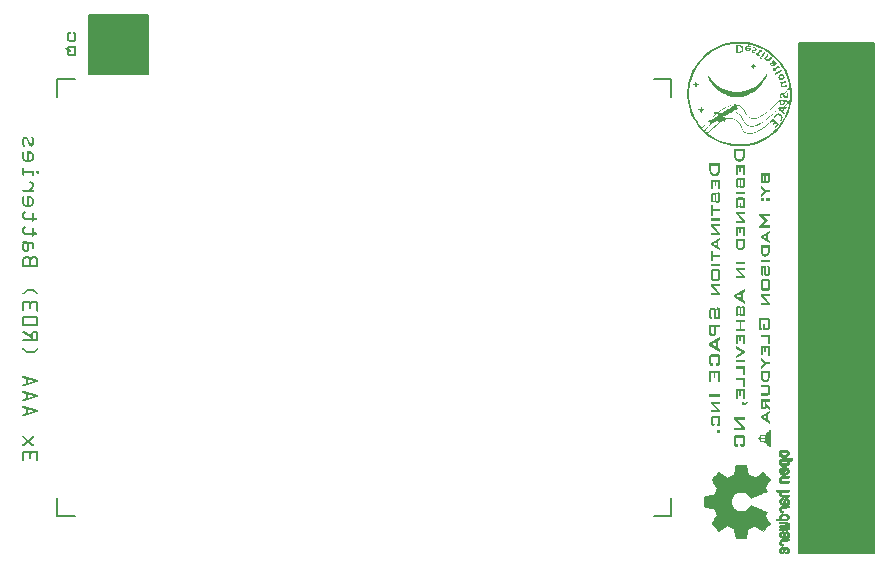
<source format=gbr>
%TF.GenerationSoftware,KiCad,Pcbnew,7.0.8*%
%TF.CreationDate,2024-01-07T13:32:43-05:00*%
%TF.ProjectId,destinationAutomation_v4.5,64657374-696e-4617-9469-6f6e4175746f,02*%
%TF.SameCoordinates,Original*%
%TF.FileFunction,Legend,Bot*%
%TF.FilePolarity,Positive*%
%FSLAX46Y46*%
G04 Gerber Fmt 4.6, Leading zero omitted, Abs format (unit mm)*
G04 Created by KiCad (PCBNEW 7.0.8) date 2024-01-07 13:32:43*
%MOMM*%
%LPD*%
G01*
G04 APERTURE LIST*
%ADD10C,0.150000*%
%ADD11C,0.120000*%
%ADD12C,0.010000*%
G04 APERTURE END LIST*
D10*
X151130000Y-86360000D02*
X157480000Y-86360000D01*
X157480000Y-129540000D01*
X151130000Y-129540000D01*
X151130000Y-86360000D01*
G36*
X151130000Y-86360000D02*
G01*
X157480000Y-86360000D01*
X157480000Y-129540000D01*
X151130000Y-129540000D01*
X151130000Y-86360000D01*
G37*
X91000000Y-84000000D02*
X96000000Y-84000000D01*
X96000000Y-89000000D01*
X91000000Y-89000000D01*
X91000000Y-84000000D01*
G36*
X91000000Y-84000000D02*
G01*
X96000000Y-84000000D01*
X96000000Y-89000000D01*
X91000000Y-89000000D01*
X91000000Y-84000000D01*
G37*
G36*
X89734238Y-86615426D02*
G01*
X89745523Y-86615858D01*
X89756334Y-86616579D01*
X89766670Y-86617587D01*
X89776530Y-86618884D01*
X89790430Y-86621369D01*
X89803260Y-86624502D01*
X89815022Y-86628284D01*
X89825714Y-86632714D01*
X89835338Y-86637792D01*
X89843892Y-86643519D01*
X89853635Y-86652163D01*
X89859964Y-86659679D01*
X89865671Y-86668397D01*
X89870755Y-86678318D01*
X89875216Y-86689440D01*
X89879055Y-86701765D01*
X89882272Y-86715292D01*
X89884070Y-86724978D01*
X89885592Y-86735198D01*
X89886837Y-86745952D01*
X89887805Y-86757241D01*
X89888497Y-86769063D01*
X89888912Y-86781421D01*
X89889050Y-86794312D01*
X89889050Y-87326273D01*
X89888912Y-87339164D01*
X89888497Y-87351522D01*
X89887805Y-87363344D01*
X89886837Y-87374633D01*
X89885592Y-87385387D01*
X89884070Y-87395607D01*
X89882272Y-87405293D01*
X89879055Y-87418820D01*
X89875216Y-87431145D01*
X89870755Y-87442267D01*
X89865671Y-87452188D01*
X89859964Y-87460906D01*
X89853635Y-87468422D01*
X89851378Y-87470691D01*
X89843892Y-87477066D01*
X89835338Y-87482793D01*
X89825714Y-87487871D01*
X89815022Y-87492301D01*
X89803260Y-87496083D01*
X89790430Y-87499216D01*
X89776530Y-87501701D01*
X89766670Y-87502998D01*
X89756334Y-87504006D01*
X89745523Y-87504727D01*
X89734238Y-87505159D01*
X89722477Y-87505303D01*
X89345122Y-87505303D01*
X89338835Y-87505267D01*
X89326640Y-87504979D01*
X89314950Y-87504403D01*
X89303767Y-87503538D01*
X89293089Y-87502386D01*
X89282916Y-87500945D01*
X89268606Y-87498244D01*
X89255433Y-87494894D01*
X89243398Y-87490896D01*
X89232501Y-87486250D01*
X89222742Y-87480956D01*
X89214120Y-87475013D01*
X89206636Y-87468422D01*
X89200089Y-87460906D01*
X89194185Y-87452188D01*
X89188926Y-87442267D01*
X89184311Y-87431145D01*
X89180339Y-87418820D01*
X89177012Y-87405293D01*
X89175151Y-87395607D01*
X89173577Y-87385387D01*
X89172289Y-87374633D01*
X89171287Y-87363344D01*
X89170572Y-87351522D01*
X89170143Y-87339164D01*
X89170000Y-87326273D01*
X89170000Y-87029518D01*
X88982421Y-86948185D01*
X88982421Y-86781367D01*
X89170000Y-86872226D01*
X89170000Y-86794312D01*
X89170127Y-86782833D01*
X89310683Y-86782833D01*
X89310683Y-86937194D01*
X89513893Y-87034891D01*
X89465289Y-87156524D01*
X89310683Y-87089602D01*
X89310683Y-87337020D01*
X89763998Y-87337020D01*
X89763998Y-86782833D01*
X89310683Y-86782833D01*
X89170127Y-86782833D01*
X89170143Y-86781421D01*
X89170572Y-86769063D01*
X89171287Y-86757241D01*
X89172289Y-86745952D01*
X89173577Y-86735198D01*
X89175151Y-86724978D01*
X89177012Y-86715292D01*
X89180339Y-86701765D01*
X89184311Y-86689440D01*
X89188926Y-86678318D01*
X89194185Y-86668397D01*
X89200089Y-86659679D01*
X89206636Y-86652163D01*
X89211499Y-86647697D01*
X89219741Y-86641538D01*
X89229122Y-86636027D01*
X89239639Y-86631165D01*
X89251295Y-86626951D01*
X89264089Y-86623386D01*
X89278020Y-86620468D01*
X89287939Y-86618884D01*
X89298364Y-86617587D01*
X89309295Y-86616579D01*
X89320732Y-86615858D01*
X89332674Y-86615426D01*
X89345122Y-86615282D01*
X89722477Y-86615282D01*
X89734238Y-86615426D01*
G37*
G36*
X89763998Y-85654919D02*
G01*
X89763998Y-86107990D01*
X89310683Y-86107990D01*
X89310683Y-85654919D01*
X89466999Y-85654919D01*
X89431828Y-85486636D01*
X89345854Y-85486636D01*
X89333347Y-85486782D01*
X89321350Y-85487220D01*
X89309862Y-85487950D01*
X89298883Y-85488971D01*
X89288414Y-85490285D01*
X89278455Y-85491891D01*
X89264471Y-85494847D01*
X89251633Y-85498460D01*
X89239941Y-85502729D01*
X89229396Y-85507656D01*
X89219997Y-85513239D01*
X89211745Y-85519480D01*
X89206880Y-85524005D01*
X89200289Y-85531561D01*
X89194347Y-85540305D01*
X89189052Y-85550239D01*
X89184406Y-85561363D01*
X89180408Y-85573675D01*
X89177059Y-85587177D01*
X89175186Y-85596839D01*
X89173601Y-85607029D01*
X89172305Y-85617748D01*
X89171296Y-85628996D01*
X89170576Y-85640772D01*
X89170144Y-85653077D01*
X89170000Y-85665910D01*
X89170000Y-86097243D01*
X89170144Y-86110134D01*
X89170576Y-86122492D01*
X89171296Y-86134314D01*
X89172305Y-86145603D01*
X89173601Y-86156357D01*
X89175186Y-86166577D01*
X89177059Y-86176263D01*
X89180408Y-86189790D01*
X89184406Y-86202115D01*
X89189052Y-86213237D01*
X89194347Y-86223158D01*
X89200289Y-86231876D01*
X89206880Y-86239392D01*
X89214368Y-86245983D01*
X89223003Y-86251926D01*
X89232784Y-86257220D01*
X89243711Y-86261866D01*
X89255785Y-86265864D01*
X89269005Y-86269214D01*
X89283371Y-86271915D01*
X89293585Y-86273356D01*
X89304309Y-86274508D01*
X89315542Y-86275373D01*
X89327285Y-86275949D01*
X89339537Y-86276237D01*
X89345854Y-86276273D01*
X89721011Y-86276273D01*
X89732863Y-86276129D01*
X89744237Y-86275697D01*
X89755135Y-86274976D01*
X89765555Y-86273968D01*
X89775499Y-86272671D01*
X89789519Y-86270186D01*
X89802466Y-86267053D01*
X89814340Y-86263271D01*
X89825141Y-86258841D01*
X89834868Y-86253763D01*
X89843522Y-86248036D01*
X89851103Y-86241661D01*
X89853391Y-86239392D01*
X89859764Y-86231876D01*
X89865510Y-86223158D01*
X89870629Y-86213237D01*
X89875121Y-86202115D01*
X89878986Y-86189790D01*
X89882225Y-86176263D01*
X89884036Y-86166577D01*
X89885568Y-86156357D01*
X89886822Y-86145603D01*
X89887797Y-86134314D01*
X89888493Y-86122492D01*
X89888911Y-86110134D01*
X89889050Y-86097243D01*
X89889050Y-85665910D01*
X89888911Y-85653077D01*
X89888493Y-85640772D01*
X89887797Y-85628996D01*
X89886822Y-85617748D01*
X89885568Y-85607029D01*
X89884036Y-85596839D01*
X89882225Y-85587177D01*
X89878986Y-85573675D01*
X89875121Y-85561363D01*
X89870629Y-85550239D01*
X89865510Y-85540305D01*
X89859764Y-85531561D01*
X89853391Y-85524005D01*
X89846168Y-85517327D01*
X89837872Y-85511305D01*
X89828503Y-85505941D01*
X89818060Y-85501233D01*
X89806544Y-85497182D01*
X89793954Y-85493789D01*
X89780291Y-85491052D01*
X89770586Y-85489592D01*
X89760405Y-85488424D01*
X89749746Y-85487548D01*
X89738610Y-85486964D01*
X89726997Y-85486672D01*
X89721011Y-85486636D01*
X89650669Y-85486636D01*
X89623314Y-85654919D01*
X89763998Y-85654919D01*
G37*
G36*
X86534951Y-120935653D02*
G01*
X86216580Y-120935653D01*
X86196136Y-120936271D01*
X86176433Y-120938125D01*
X86157471Y-120941217D01*
X86139249Y-120945544D01*
X86121767Y-120951109D01*
X86105026Y-120957909D01*
X86089026Y-120965946D01*
X86073767Y-120975220D01*
X86059248Y-120985730D01*
X86045469Y-120997477D01*
X86036695Y-121005994D01*
X86021385Y-120993096D01*
X86005818Y-120981467D01*
X85989992Y-120971106D01*
X85973910Y-120962014D01*
X85957569Y-120954190D01*
X85940971Y-120947635D01*
X85924116Y-120942349D01*
X85907002Y-120938332D01*
X85889631Y-120935583D01*
X85872003Y-120934103D01*
X85860108Y-120933821D01*
X85519389Y-120933821D01*
X85501838Y-120934628D01*
X85484905Y-120937049D01*
X85468590Y-120941085D01*
X85452894Y-120946735D01*
X85437816Y-120953999D01*
X85423356Y-120962878D01*
X85409514Y-120973371D01*
X85396290Y-120985478D01*
X85384269Y-120998627D01*
X85373851Y-121012429D01*
X85365035Y-121026883D01*
X85357822Y-121041990D01*
X85352212Y-121057749D01*
X85348205Y-121074161D01*
X85345801Y-121091226D01*
X85345000Y-121108943D01*
X85345000Y-121721138D01*
X85346139Y-121736337D01*
X85350232Y-121752463D01*
X85357302Y-121767260D01*
X85365929Y-121779119D01*
X85368813Y-121782320D01*
X85379865Y-121792170D01*
X85393655Y-121800465D01*
X85408682Y-121805600D01*
X85424945Y-121807575D01*
X85427065Y-121807599D01*
X85443460Y-121806020D01*
X85458572Y-121801280D01*
X85472403Y-121793380D01*
X85484951Y-121782320D01*
X85494372Y-121770752D01*
X85502306Y-121756287D01*
X85507218Y-121740493D01*
X85509036Y-121725584D01*
X85509131Y-121721138D01*
X85509131Y-121111141D01*
X85861939Y-121111141D01*
X85877958Y-121112351D01*
X85892995Y-121115980D01*
X85907050Y-121122028D01*
X85920123Y-121130495D01*
X85927152Y-121136420D01*
X85937859Y-121147988D01*
X85945936Y-121160573D01*
X85951946Y-121176201D01*
X85954388Y-121190964D01*
X85954630Y-121197603D01*
X85954630Y-121546015D01*
X85955752Y-121561215D01*
X85959782Y-121577341D01*
X85966743Y-121592138D01*
X85976634Y-121605608D01*
X85978077Y-121607198D01*
X85990533Y-121618258D01*
X86004455Y-121626158D01*
X86019842Y-121630897D01*
X86034509Y-121632453D01*
X86036695Y-121632477D01*
X86053090Y-121630897D01*
X86068203Y-121626158D01*
X86082033Y-121618258D01*
X86094581Y-121607198D01*
X86104003Y-121595630D01*
X86111937Y-121581165D01*
X86116848Y-121565371D01*
X86118666Y-121550462D01*
X86118761Y-121546015D01*
X86118761Y-121195405D01*
X86119970Y-121180616D01*
X86124315Y-121164788D01*
X86131820Y-121150105D01*
X86140979Y-121138196D01*
X86144040Y-121134955D01*
X86155626Y-121124819D01*
X86168263Y-121117173D01*
X86183994Y-121111483D01*
X86198885Y-121109171D01*
X86205589Y-121108943D01*
X86540812Y-121108943D01*
X86540812Y-121727366D01*
X86541952Y-121742565D01*
X86546045Y-121758691D01*
X86553115Y-121773489D01*
X86561742Y-121785347D01*
X86564626Y-121788549D01*
X86575678Y-121798399D01*
X86589468Y-121806693D01*
X86604495Y-121811828D01*
X86620758Y-121813803D01*
X86622878Y-121813828D01*
X86639273Y-121812248D01*
X86654385Y-121807508D01*
X86668216Y-121799608D01*
X86680764Y-121788549D01*
X86690185Y-121776981D01*
X86698119Y-121762515D01*
X86703031Y-121746721D01*
X86704849Y-121731812D01*
X86704944Y-121727366D01*
X86704944Y-121108943D01*
X86704159Y-121091237D01*
X86701807Y-121074207D01*
X86697885Y-121057852D01*
X86692396Y-121042173D01*
X86685337Y-121027169D01*
X86676711Y-121012841D01*
X86666515Y-120999188D01*
X86654752Y-120986211D01*
X86641981Y-120974361D01*
X86628580Y-120964092D01*
X86614549Y-120955402D01*
X86599889Y-120948292D01*
X86584599Y-120942762D01*
X86568679Y-120938812D01*
X86552130Y-120936443D01*
X86534951Y-120935653D01*
G37*
G36*
X85721622Y-120088618D02*
G01*
X85391161Y-120371818D01*
X85377863Y-120380850D01*
X85366818Y-120390544D01*
X85356540Y-120403050D01*
X85349507Y-120416510D01*
X85345721Y-120430923D01*
X85345000Y-120441061D01*
X85346227Y-120456671D01*
X85349908Y-120471124D01*
X85357121Y-120486225D01*
X85366062Y-120498199D01*
X85370645Y-120502976D01*
X85382551Y-120512541D01*
X85395509Y-120519756D01*
X85409519Y-120524622D01*
X85424581Y-120527139D01*
X85433660Y-120527523D01*
X85449299Y-120526492D01*
X85464868Y-120522870D01*
X85478292Y-120516639D01*
X85486050Y-120511036D01*
X85853513Y-120200726D01*
X86189836Y-120487223D01*
X86203076Y-120496786D01*
X86217244Y-120503220D01*
X86232339Y-120506523D01*
X86241127Y-120507006D01*
X86257727Y-120505495D01*
X86273458Y-120500961D01*
X86288319Y-120493405D01*
X86300608Y-120484314D01*
X86302309Y-120482826D01*
X86313016Y-120471564D01*
X86321093Y-120458934D01*
X86326540Y-120444937D01*
X86329357Y-120429572D01*
X86329787Y-120420178D01*
X86328512Y-120404546D01*
X86324686Y-120390073D01*
X86318311Y-120376760D01*
X86309385Y-120364605D01*
X86297909Y-120353610D01*
X86293517Y-120350202D01*
X85985771Y-120088618D01*
X86298646Y-119820806D01*
X86310780Y-119809328D01*
X86319933Y-119796693D01*
X86326107Y-119782901D01*
X86329300Y-119767952D01*
X86329787Y-119758890D01*
X86328344Y-119742793D01*
X86324016Y-119727475D01*
X86316804Y-119712935D01*
X86308126Y-119700851D01*
X86306706Y-119699173D01*
X86295977Y-119688752D01*
X86282169Y-119679977D01*
X86266713Y-119674544D01*
X86251837Y-119672533D01*
X86247355Y-119672429D01*
X86231280Y-119673138D01*
X86216372Y-119675634D01*
X86202716Y-119681124D01*
X86198995Y-119683786D01*
X85854612Y-119975412D01*
X85486050Y-119669131D01*
X85472984Y-119659858D01*
X85458057Y-119654019D01*
X85443033Y-119651700D01*
X85437690Y-119651546D01*
X85420993Y-119652808D01*
X85405523Y-119656595D01*
X85391280Y-119662906D01*
X85378264Y-119671742D01*
X85371378Y-119677924D01*
X85361099Y-119689833D01*
X85353346Y-119702478D01*
X85347575Y-119717831D01*
X85345103Y-119734145D01*
X85345000Y-119738374D01*
X85346622Y-119753001D01*
X85351491Y-119766933D01*
X85359605Y-119780170D01*
X85370966Y-119792710D01*
X85382912Y-119802630D01*
X85391161Y-119808350D01*
X85721622Y-120088618D01*
G37*
G36*
X85442321Y-117133563D02*
G01*
X85457107Y-117136821D01*
X86647791Y-117482303D01*
X86658005Y-117485809D01*
X86672795Y-117493500D01*
X86684795Y-117503498D01*
X86694004Y-117515804D01*
X86700423Y-117530417D01*
X86704051Y-117547338D01*
X86704944Y-117562537D01*
X86703885Y-117578313D01*
X86699582Y-117596038D01*
X86691971Y-117611544D01*
X86681049Y-117624831D01*
X86666819Y-117635901D01*
X86653052Y-117643160D01*
X86637166Y-117648999D01*
X85465167Y-117999609D01*
X85464160Y-117999925D01*
X85449230Y-118003456D01*
X85433660Y-118004738D01*
X85424581Y-118004355D01*
X85409519Y-118001838D01*
X85395509Y-117996972D01*
X85382551Y-117989756D01*
X85370645Y-117980192D01*
X85364634Y-117973758D01*
X85356044Y-117961506D01*
X85349908Y-117947992D01*
X85346227Y-117933216D01*
X85345000Y-117917177D01*
X85345375Y-117908812D01*
X85347945Y-117894297D01*
X85352949Y-117880476D01*
X85360387Y-117867352D01*
X85368195Y-117857231D01*
X85379305Y-117847353D01*
X85392993Y-117841706D01*
X85649815Y-117765502D01*
X85649815Y-117421486D01*
X85813946Y-117421486D01*
X85813946Y-117713112D01*
X86306339Y-117564735D01*
X85813946Y-117421486D01*
X85649815Y-117421486D01*
X85649815Y-117370928D01*
X85409480Y-117300953D01*
X85394367Y-117295509D01*
X85378310Y-117286530D01*
X85365401Y-117275137D01*
X85355641Y-117261328D01*
X85349030Y-117245105D01*
X85346007Y-117230387D01*
X85345000Y-117214124D01*
X85345024Y-117212139D01*
X85346999Y-117196775D01*
X85352134Y-117182326D01*
X85360429Y-117168794D01*
X85370279Y-117157704D01*
X85373480Y-117154687D01*
X85385339Y-117145661D01*
X85400136Y-117138265D01*
X85416262Y-117133984D01*
X85431461Y-117132791D01*
X85442321Y-117133563D01*
G37*
G36*
X85442321Y-115865942D02*
G01*
X85457107Y-115869201D01*
X86647791Y-116214683D01*
X86658005Y-116218189D01*
X86672795Y-116225880D01*
X86684795Y-116235878D01*
X86694004Y-116248183D01*
X86700423Y-116262797D01*
X86704051Y-116279718D01*
X86704944Y-116294916D01*
X86703885Y-116310693D01*
X86699582Y-116328417D01*
X86691971Y-116343923D01*
X86681049Y-116357211D01*
X86666819Y-116368281D01*
X86653052Y-116375539D01*
X86637166Y-116381378D01*
X85465167Y-116731989D01*
X85464160Y-116732304D01*
X85449230Y-116735836D01*
X85433660Y-116737118D01*
X85424581Y-116736734D01*
X85409519Y-116734217D01*
X85395509Y-116729351D01*
X85382551Y-116722136D01*
X85370645Y-116712572D01*
X85364634Y-116706137D01*
X85356044Y-116693886D01*
X85349908Y-116680372D01*
X85346227Y-116665595D01*
X85345000Y-116649557D01*
X85345375Y-116641192D01*
X85347945Y-116626676D01*
X85352949Y-116612856D01*
X85360387Y-116599731D01*
X85368195Y-116589611D01*
X85379305Y-116579732D01*
X85392993Y-116574086D01*
X85649815Y-116497882D01*
X85649815Y-116153866D01*
X85813946Y-116153866D01*
X85813946Y-116445492D01*
X86306339Y-116297114D01*
X85813946Y-116153866D01*
X85649815Y-116153866D01*
X85649815Y-116103308D01*
X85409480Y-116033332D01*
X85394367Y-116027888D01*
X85378310Y-116018910D01*
X85365401Y-116007516D01*
X85355641Y-115993708D01*
X85349030Y-115977485D01*
X85346007Y-115962767D01*
X85345000Y-115946504D01*
X85345024Y-115944519D01*
X85346999Y-115929155D01*
X85352134Y-115914706D01*
X85360429Y-115901173D01*
X85370279Y-115890084D01*
X85373480Y-115887067D01*
X85385339Y-115878041D01*
X85400136Y-115870645D01*
X85416262Y-115866363D01*
X85431461Y-115865171D01*
X85442321Y-115865942D01*
G37*
G36*
X85442321Y-114598322D02*
G01*
X85457107Y-114601581D01*
X86647791Y-114947062D01*
X86658005Y-114950569D01*
X86672795Y-114958259D01*
X86684795Y-114968257D01*
X86694004Y-114980563D01*
X86700423Y-114995176D01*
X86704051Y-115012098D01*
X86704944Y-115027296D01*
X86703885Y-115043072D01*
X86699582Y-115060797D01*
X86691971Y-115076303D01*
X86681049Y-115089591D01*
X86666819Y-115100660D01*
X86653052Y-115107919D01*
X86637166Y-115113758D01*
X85465167Y-115464369D01*
X85464160Y-115464684D01*
X85449230Y-115468215D01*
X85433660Y-115469498D01*
X85424581Y-115469114D01*
X85409519Y-115466597D01*
X85395509Y-115461731D01*
X85382551Y-115454516D01*
X85370645Y-115444951D01*
X85364634Y-115438517D01*
X85356044Y-115426265D01*
X85349908Y-115412751D01*
X85346227Y-115397975D01*
X85345000Y-115381937D01*
X85345375Y-115373572D01*
X85347945Y-115359056D01*
X85352949Y-115345236D01*
X85360387Y-115332111D01*
X85368195Y-115321990D01*
X85379305Y-115312112D01*
X85392993Y-115306466D01*
X85649815Y-115230262D01*
X85649815Y-114886246D01*
X85813946Y-114886246D01*
X85813946Y-115177872D01*
X86306339Y-115029494D01*
X85813946Y-114886246D01*
X85649815Y-114886246D01*
X85649815Y-114835687D01*
X85409480Y-114765712D01*
X85394367Y-114760268D01*
X85378310Y-114751289D01*
X85365401Y-114739896D01*
X85355641Y-114726088D01*
X85349030Y-114709864D01*
X85346007Y-114695147D01*
X85345000Y-114678884D01*
X85345024Y-114676899D01*
X85346999Y-114661534D01*
X85352134Y-114647086D01*
X85360429Y-114633553D01*
X85370279Y-114622463D01*
X85373480Y-114619447D01*
X85385339Y-114610421D01*
X85400136Y-114603025D01*
X85416262Y-114598743D01*
X85431461Y-114597551D01*
X85442321Y-114598322D01*
G37*
G36*
X86192766Y-112499382D02*
G01*
X85860840Y-112499382D01*
X85844411Y-112498753D01*
X85828463Y-112496864D01*
X85812996Y-112493715D01*
X85798009Y-112489307D01*
X85783503Y-112483640D01*
X85769478Y-112476714D01*
X85755934Y-112468528D01*
X85742871Y-112459082D01*
X85473960Y-112253186D01*
X85461067Y-112244425D01*
X85446641Y-112239617D01*
X85431456Y-112237858D01*
X85427798Y-112237798D01*
X85411739Y-112239078D01*
X85397224Y-112242917D01*
X85382523Y-112250439D01*
X85369838Y-112261304D01*
X85366981Y-112264543D01*
X85358416Y-112276700D01*
X85351203Y-112291709D01*
X85347146Y-112305819D01*
X85345193Y-112320841D01*
X85345000Y-112327558D01*
X85346279Y-112343386D01*
X85350119Y-112357531D01*
X85357640Y-112371636D01*
X85368505Y-112383543D01*
X85371744Y-112386176D01*
X85637358Y-112594271D01*
X85649328Y-112603720D01*
X85661424Y-112612560D01*
X85673645Y-112620791D01*
X85692214Y-112631993D01*
X85711066Y-112641824D01*
X85730201Y-112650283D01*
X85749620Y-112657370D01*
X85769322Y-112663085D01*
X85789308Y-112667429D01*
X85809577Y-112670401D01*
X85830129Y-112672002D01*
X85843988Y-112672306D01*
X86207055Y-112672306D01*
X86227101Y-112671621D01*
X86246987Y-112669563D01*
X86266712Y-112666134D01*
X86286275Y-112661333D01*
X86305678Y-112655160D01*
X86324919Y-112647615D01*
X86344000Y-112638699D01*
X86362920Y-112628411D01*
X86375443Y-112620791D01*
X86387895Y-112612560D01*
X86400276Y-112603720D01*
X86412585Y-112594271D01*
X86678199Y-112386176D01*
X86689900Y-112374452D01*
X86698258Y-112360897D01*
X86703272Y-112345509D01*
X86704918Y-112330543D01*
X86704944Y-112328290D01*
X86703839Y-112313003D01*
X86700526Y-112298558D01*
X86695004Y-112284953D01*
X86687272Y-112272191D01*
X86681863Y-112265276D01*
X86670906Y-112254569D01*
X86658231Y-112246492D01*
X86643838Y-112241045D01*
X86627727Y-112238228D01*
X86617749Y-112237798D01*
X86601807Y-112239016D01*
X86586336Y-112243223D01*
X86573227Y-112250436D01*
X86569755Y-112253186D01*
X86312934Y-112459082D01*
X86299596Y-112468528D01*
X86285777Y-112476714D01*
X86271477Y-112483640D01*
X86256697Y-112489307D01*
X86241436Y-112493715D01*
X86225693Y-112496864D01*
X86209470Y-112498753D01*
X86192766Y-112499382D01*
G37*
G36*
X85440758Y-110792338D02*
G01*
X85455802Y-110795381D01*
X85470846Y-110801032D01*
X85484218Y-110808245D01*
X86095314Y-111162519D01*
X86095314Y-111052244D01*
X86095607Y-111038992D01*
X86097147Y-111019564D01*
X86100008Y-111000678D01*
X86104188Y-110982332D01*
X86109689Y-110964528D01*
X86116510Y-110947264D01*
X86124651Y-110930542D01*
X86134113Y-110914360D01*
X86144894Y-110898720D01*
X86156996Y-110883620D01*
X86170418Y-110869061D01*
X86179928Y-110859834D01*
X86194649Y-110847108D01*
X86209917Y-110835722D01*
X86225732Y-110825676D01*
X86242095Y-110816969D01*
X86259006Y-110809602D01*
X86276463Y-110803574D01*
X86294469Y-110798886D01*
X86313021Y-110795537D01*
X86332121Y-110793527D01*
X86351769Y-110792858D01*
X86448489Y-110792858D01*
X86461516Y-110793158D01*
X86480622Y-110794736D01*
X86499207Y-110797666D01*
X86517270Y-110801949D01*
X86534812Y-110807584D01*
X86551832Y-110814571D01*
X86568330Y-110822911D01*
X86584306Y-110832603D01*
X86599761Y-110843648D01*
X86614695Y-110856045D01*
X86629106Y-110869794D01*
X86638290Y-110879481D01*
X86650954Y-110894447D01*
X86662285Y-110909934D01*
X86672283Y-110925943D01*
X86680948Y-110942473D01*
X86688280Y-110959525D01*
X86694279Y-110977099D01*
X86698945Y-110995194D01*
X86702278Y-111013811D01*
X86704277Y-111032950D01*
X86704944Y-111052610D01*
X86704944Y-111664438D01*
X85431095Y-111664438D01*
X85426649Y-111664340D01*
X85411740Y-111662439D01*
X85395946Y-111657304D01*
X85381480Y-111649009D01*
X85369912Y-111639159D01*
X85366895Y-111635958D01*
X85357869Y-111624099D01*
X85350473Y-111609302D01*
X85346192Y-111593176D01*
X85345000Y-111577976D01*
X85345394Y-111569069D01*
X85347987Y-111554253D01*
X85352998Y-111540418D01*
X85360429Y-111527565D01*
X85370279Y-111515694D01*
X85376770Y-111509512D01*
X85388957Y-111500676D01*
X85402195Y-111494365D01*
X85412954Y-111491514D01*
X86259445Y-111491514D01*
X86540812Y-111491514D01*
X86540812Y-111052244D01*
X86540584Y-111045605D01*
X86538272Y-111030841D01*
X86532582Y-111015214D01*
X86524936Y-111002629D01*
X86514801Y-110991061D01*
X86508206Y-110985136D01*
X86495784Y-110976668D01*
X86482240Y-110970620D01*
X86467574Y-110966991D01*
X86451786Y-110965782D01*
X86348471Y-110965782D01*
X86339306Y-110966177D01*
X86324122Y-110968769D01*
X86310024Y-110973780D01*
X86297014Y-110981211D01*
X86285090Y-110991061D01*
X86281985Y-110994262D01*
X86272693Y-111006121D01*
X86265080Y-111020918D01*
X86260672Y-111037044D01*
X86259445Y-111052244D01*
X86259445Y-111491514D01*
X85412954Y-111491514D01*
X85416486Y-111490578D01*
X85431828Y-111489316D01*
X86095314Y-111489316D01*
X86095314Y-111364752D01*
X85399221Y-110957722D01*
X85393600Y-110954281D01*
X85380849Y-110944829D01*
X85369958Y-110934160D01*
X85360928Y-110922274D01*
X85353758Y-110909173D01*
X85348448Y-110894854D01*
X85345000Y-110879320D01*
X85345098Y-110875089D01*
X85347468Y-110858740D01*
X85352998Y-110843307D01*
X85360429Y-110830555D01*
X85370279Y-110818503D01*
X85373477Y-110815265D01*
X85385281Y-110805575D01*
X85399929Y-110797635D01*
X85415815Y-110793038D01*
X85430729Y-110791759D01*
X85440758Y-110792338D01*
G37*
G36*
X86555914Y-109532233D02*
G01*
X86571908Y-109534534D01*
X86587329Y-109538369D01*
X86602178Y-109543739D01*
X86616455Y-109550642D01*
X86630160Y-109559080D01*
X86643291Y-109569052D01*
X86655851Y-109580558D01*
X86667357Y-109593026D01*
X86677329Y-109606066D01*
X86685767Y-109619679D01*
X86692670Y-109633864D01*
X86698040Y-109648622D01*
X86701875Y-109663952D01*
X86704177Y-109679854D01*
X86704944Y-109696329D01*
X86704944Y-110235984D01*
X86704177Y-110252728D01*
X86701875Y-110268888D01*
X86698040Y-110284464D01*
X86692670Y-110299457D01*
X86685767Y-110313865D01*
X86677329Y-110327690D01*
X86667357Y-110340930D01*
X86655851Y-110353587D01*
X86643291Y-110365179D01*
X86630160Y-110375225D01*
X86616455Y-110383726D01*
X86602178Y-110390681D01*
X86587329Y-110396091D01*
X86571908Y-110399955D01*
X86555914Y-110402273D01*
X86539347Y-110403046D01*
X85510596Y-110403046D01*
X85493778Y-110402290D01*
X85477578Y-110400024D01*
X85461996Y-110396245D01*
X85447032Y-110390956D01*
X85432686Y-110384155D01*
X85418959Y-110375844D01*
X85405850Y-110366020D01*
X85393360Y-110354686D01*
X85382025Y-110342253D01*
X85372202Y-110329132D01*
X85363890Y-110315325D01*
X85357090Y-110300830D01*
X85351800Y-110285649D01*
X85348022Y-110269781D01*
X85345755Y-110253226D01*
X85345000Y-110235984D01*
X85345000Y-109702558D01*
X85509131Y-109702558D01*
X85509131Y-110230122D01*
X86540812Y-110230122D01*
X86540812Y-109702558D01*
X85509131Y-109702558D01*
X85345000Y-109702558D01*
X85345000Y-109698528D01*
X85345755Y-109681537D01*
X85348022Y-109665188D01*
X85351800Y-109649481D01*
X85357090Y-109634414D01*
X85363890Y-109619988D01*
X85372202Y-109606204D01*
X85382025Y-109593061D01*
X85393360Y-109580558D01*
X85405850Y-109569052D01*
X85418959Y-109559080D01*
X85432686Y-109550642D01*
X85447032Y-109543739D01*
X85461996Y-109538369D01*
X85477578Y-109534534D01*
X85493778Y-109532233D01*
X85510596Y-109531466D01*
X86539347Y-109531466D01*
X86555914Y-109532233D01*
G37*
G36*
X86534951Y-108259449D02*
G01*
X86216580Y-108259449D01*
X86196136Y-108260067D01*
X86176433Y-108261922D01*
X86157471Y-108265013D01*
X86139249Y-108269341D01*
X86121767Y-108274905D01*
X86105026Y-108281705D01*
X86089026Y-108289743D01*
X86073767Y-108299016D01*
X86059248Y-108309526D01*
X86045469Y-108321273D01*
X86036695Y-108329791D01*
X86021385Y-108316892D01*
X86005818Y-108305263D01*
X85989992Y-108294902D01*
X85973910Y-108285810D01*
X85957569Y-108277986D01*
X85940971Y-108271431D01*
X85924116Y-108266145D01*
X85907002Y-108262128D01*
X85889631Y-108259379D01*
X85872003Y-108257899D01*
X85860108Y-108257617D01*
X85519389Y-108257617D01*
X85501838Y-108258424D01*
X85484905Y-108260846D01*
X85468590Y-108264881D01*
X85452894Y-108270531D01*
X85437816Y-108277796D01*
X85423356Y-108286674D01*
X85409514Y-108297167D01*
X85396290Y-108309274D01*
X85384269Y-108322423D01*
X85373851Y-108336225D01*
X85365035Y-108350679D01*
X85357822Y-108365786D01*
X85352212Y-108381545D01*
X85348205Y-108397957D01*
X85345801Y-108415022D01*
X85345000Y-108432739D01*
X85345000Y-109044934D01*
X85346139Y-109060133D01*
X85350232Y-109076259D01*
X85357302Y-109091057D01*
X85365929Y-109102915D01*
X85368813Y-109106117D01*
X85379865Y-109115967D01*
X85393655Y-109124261D01*
X85408682Y-109129396D01*
X85424945Y-109131371D01*
X85427065Y-109131396D01*
X85443460Y-109129816D01*
X85458572Y-109125076D01*
X85472403Y-109117176D01*
X85484951Y-109106117D01*
X85494372Y-109094549D01*
X85502306Y-109080083D01*
X85507218Y-109064289D01*
X85509036Y-109049380D01*
X85509131Y-109044934D01*
X85509131Y-108434937D01*
X85861939Y-108434937D01*
X85877958Y-108436147D01*
X85892995Y-108439776D01*
X85907050Y-108445824D01*
X85920123Y-108454292D01*
X85927152Y-108460216D01*
X85937859Y-108471784D01*
X85945936Y-108484369D01*
X85951946Y-108499997D01*
X85954388Y-108514761D01*
X85954630Y-108521399D01*
X85954630Y-108869812D01*
X85955752Y-108885011D01*
X85959782Y-108901137D01*
X85966743Y-108915935D01*
X85976634Y-108929404D01*
X85978077Y-108930994D01*
X85990533Y-108942054D01*
X86004455Y-108949954D01*
X86019842Y-108954694D01*
X86034509Y-108956249D01*
X86036695Y-108956274D01*
X86053090Y-108954694D01*
X86068203Y-108949954D01*
X86082033Y-108942054D01*
X86094581Y-108930994D01*
X86104003Y-108919426D01*
X86111937Y-108904961D01*
X86116848Y-108889167D01*
X86118666Y-108874258D01*
X86118761Y-108869812D01*
X86118761Y-108519201D01*
X86119970Y-108504412D01*
X86124315Y-108488584D01*
X86131820Y-108473901D01*
X86140979Y-108461992D01*
X86144040Y-108458751D01*
X86155626Y-108448615D01*
X86168263Y-108440969D01*
X86183994Y-108435279D01*
X86198885Y-108432968D01*
X86205589Y-108432739D01*
X86540812Y-108432739D01*
X86540812Y-109051162D01*
X86541952Y-109066361D01*
X86546045Y-109082487D01*
X86553115Y-109097285D01*
X86561742Y-109109143D01*
X86564626Y-109112345D01*
X86575678Y-109122195D01*
X86589468Y-109130489D01*
X86604495Y-109135624D01*
X86620758Y-109137599D01*
X86622878Y-109137624D01*
X86639273Y-109136044D01*
X86654385Y-109131304D01*
X86668216Y-109123404D01*
X86680764Y-109112345D01*
X86690185Y-109100777D01*
X86698119Y-109086311D01*
X86703031Y-109070517D01*
X86704849Y-109055608D01*
X86704944Y-109051162D01*
X86704944Y-108432739D01*
X86704159Y-108415033D01*
X86701807Y-108398003D01*
X86697885Y-108381648D01*
X86692396Y-108365969D01*
X86685337Y-108350965D01*
X86676711Y-108336637D01*
X86666515Y-108322984D01*
X86654752Y-108310007D01*
X86641981Y-108298157D01*
X86628580Y-108287888D01*
X86614549Y-108279198D01*
X86599889Y-108272088D01*
X86584599Y-108266559D01*
X86568679Y-108262609D01*
X86552130Y-108260239D01*
X86534951Y-108259449D01*
G37*
G36*
X85860840Y-107414613D02*
G01*
X86195697Y-107414613D01*
X86211731Y-107415271D01*
X86227411Y-107417246D01*
X86242735Y-107420538D01*
X86257704Y-107425146D01*
X86272319Y-107431071D01*
X86286579Y-107438312D01*
X86300483Y-107446870D01*
X86314033Y-107456745D01*
X86569389Y-107663740D01*
X86582190Y-107671468D01*
X86596780Y-107676334D01*
X86611441Y-107678266D01*
X86616650Y-107678395D01*
X86633099Y-107677098D01*
X86648146Y-107673206D01*
X86661790Y-107666719D01*
X86674032Y-107657638D01*
X86680397Y-107651284D01*
X86689962Y-107638895D01*
X86697177Y-107625769D01*
X86702043Y-107611907D01*
X86704560Y-107597308D01*
X86704944Y-107588636D01*
X86703664Y-107573469D01*
X86699067Y-107557853D01*
X86691127Y-107544068D01*
X86679845Y-107532116D01*
X86678199Y-107530750D01*
X86412585Y-107319724D01*
X86400748Y-107310497D01*
X86388777Y-107301864D01*
X86370568Y-107290032D01*
X86352056Y-107279539D01*
X86333242Y-107270385D01*
X86314125Y-107262572D01*
X86294705Y-107256097D01*
X86274982Y-107250962D01*
X86254957Y-107247167D01*
X86234629Y-107244711D01*
X86213999Y-107243595D01*
X86207055Y-107243521D01*
X85843988Y-107243521D01*
X85822873Y-107244190D01*
X85802119Y-107246200D01*
X85781726Y-107249548D01*
X85761693Y-107254237D01*
X85742021Y-107260265D01*
X85722710Y-107267632D01*
X85703759Y-107276339D01*
X85685169Y-107286385D01*
X85666939Y-107297771D01*
X85649070Y-107310497D01*
X85637358Y-107319724D01*
X85371744Y-107530750D01*
X85360043Y-107542543D01*
X85351686Y-107556304D01*
X85346671Y-107572035D01*
X85345026Y-107587415D01*
X85345000Y-107589735D01*
X85346104Y-107604594D01*
X85350071Y-107620674D01*
X85356923Y-107635792D01*
X85365285Y-107648232D01*
X85368080Y-107651650D01*
X85378897Y-107662071D01*
X85393019Y-107670847D01*
X85406916Y-107675783D01*
X85422251Y-107678160D01*
X85429263Y-107678395D01*
X85444616Y-107677236D01*
X85459500Y-107673229D01*
X85473227Y-107665515D01*
X85475425Y-107663740D01*
X85742505Y-107456745D01*
X85755654Y-107446870D01*
X85769272Y-107438312D01*
X85783360Y-107431071D01*
X85797917Y-107425146D01*
X85812944Y-107420538D01*
X85828440Y-107417246D01*
X85844406Y-107415271D01*
X85860840Y-107414613D01*
G37*
G36*
X85791847Y-104457051D02*
G01*
X85810454Y-104458442D01*
X85828735Y-104460761D01*
X85846690Y-104464007D01*
X85864318Y-104468180D01*
X85881620Y-104473280D01*
X85898596Y-104479308D01*
X85915245Y-104486263D01*
X85931569Y-104494146D01*
X85947566Y-104502956D01*
X85963236Y-104512693D01*
X85978581Y-104523358D01*
X85993599Y-104534950D01*
X86008291Y-104547469D01*
X86022656Y-104560916D01*
X86036695Y-104575290D01*
X86050103Y-104560916D01*
X86063858Y-104547469D01*
X86077958Y-104534950D01*
X86092406Y-104523358D01*
X86107199Y-104512693D01*
X86122339Y-104502956D01*
X86137825Y-104494146D01*
X86153657Y-104486263D01*
X86169836Y-104479308D01*
X86186361Y-104473280D01*
X86203232Y-104468180D01*
X86220450Y-104464007D01*
X86238014Y-104460761D01*
X86255924Y-104458442D01*
X86274181Y-104457051D01*
X86292784Y-104456588D01*
X86364225Y-104456588D01*
X86381694Y-104456984D01*
X86398841Y-104458173D01*
X86415663Y-104460155D01*
X86432163Y-104462930D01*
X86448338Y-104466498D01*
X86464191Y-104470859D01*
X86479720Y-104476012D01*
X86494925Y-104481958D01*
X86509807Y-104488697D01*
X86524366Y-104496229D01*
X86538601Y-104504554D01*
X86552513Y-104513672D01*
X86566102Y-104523582D01*
X86579367Y-104534285D01*
X86592308Y-104545782D01*
X86604926Y-104558071D01*
X86617038Y-104570919D01*
X86628368Y-104584094D01*
X86638917Y-104597595D01*
X86648684Y-104611422D01*
X86657670Y-104625576D01*
X86665874Y-104640056D01*
X86673298Y-104654862D01*
X86679939Y-104669995D01*
X86685800Y-104685454D01*
X86690879Y-104701239D01*
X86695176Y-104717350D01*
X86698693Y-104733788D01*
X86701427Y-104750552D01*
X86703381Y-104767642D01*
X86704553Y-104785059D01*
X86704944Y-104802802D01*
X86704944Y-105332565D01*
X85345000Y-105332565D01*
X85345000Y-105159641D01*
X86118761Y-105159641D01*
X86540812Y-105159641D01*
X86540812Y-104807198D01*
X86540000Y-104789744D01*
X86537561Y-104772920D01*
X86533497Y-104756726D01*
X86527807Y-104741161D01*
X86520491Y-104726226D01*
X86511549Y-104711921D01*
X86500982Y-104698245D01*
X86488789Y-104685199D01*
X86475548Y-104673178D01*
X86461655Y-104662759D01*
X86447109Y-104653943D01*
X86431911Y-104646731D01*
X86416060Y-104641121D01*
X86399556Y-104637114D01*
X86382400Y-104634709D01*
X86364591Y-104633908D01*
X86293150Y-104633908D01*
X86275519Y-104634715D01*
X86258529Y-104637137D01*
X86242180Y-104641172D01*
X86226472Y-104646822D01*
X86211405Y-104654087D01*
X86196980Y-104662965D01*
X86183195Y-104673458D01*
X86170052Y-104685565D01*
X86158031Y-104698686D01*
X86147612Y-104712401D01*
X86138796Y-104726713D01*
X86131584Y-104741619D01*
X86125974Y-104757121D01*
X86121967Y-104773218D01*
X86119562Y-104789910D01*
X86118761Y-104807198D01*
X86118761Y-105159641D01*
X85345000Y-105159641D01*
X85345000Y-105157442D01*
X85509131Y-105157442D01*
X85954630Y-105157442D01*
X85954630Y-104807198D01*
X85953777Y-104789659D01*
X85951218Y-104772760D01*
X85946953Y-104756503D01*
X85940983Y-104740886D01*
X85933306Y-104725911D01*
X85923924Y-104711577D01*
X85912835Y-104697884D01*
X85900041Y-104684833D01*
X85886051Y-104672897D01*
X85871373Y-104662553D01*
X85856009Y-104653800D01*
X85839958Y-104646639D01*
X85823219Y-104641069D01*
X85805794Y-104637091D01*
X85787682Y-104634704D01*
X85768883Y-104633908D01*
X85692679Y-104633908D01*
X85674143Y-104634715D01*
X85656272Y-104637137D01*
X85639064Y-104641172D01*
X85622520Y-104646822D01*
X85606641Y-104654087D01*
X85591425Y-104662965D01*
X85576874Y-104673458D01*
X85562986Y-104685565D01*
X85550364Y-104698686D01*
X85539424Y-104712401D01*
X85530168Y-104726713D01*
X85522595Y-104741619D01*
X85516704Y-104757121D01*
X85512497Y-104773218D01*
X85509972Y-104789910D01*
X85509131Y-104807198D01*
X85509131Y-105157442D01*
X85345000Y-105157442D01*
X85345000Y-104802802D01*
X85345403Y-104785059D01*
X85346614Y-104767642D01*
X85348632Y-104750552D01*
X85351457Y-104733788D01*
X85355089Y-104717350D01*
X85359528Y-104701239D01*
X85364775Y-104685454D01*
X85370828Y-104669995D01*
X85377689Y-104654862D01*
X85385357Y-104640056D01*
X85393832Y-104625576D01*
X85403114Y-104611422D01*
X85413203Y-104597595D01*
X85424100Y-104584094D01*
X85435803Y-104570919D01*
X85448314Y-104558071D01*
X85461389Y-104545782D01*
X85474784Y-104534285D01*
X85488500Y-104523582D01*
X85502536Y-104513672D01*
X85516893Y-104504554D01*
X85531571Y-104496229D01*
X85546569Y-104488697D01*
X85561887Y-104481958D01*
X85577526Y-104476012D01*
X85593486Y-104470859D01*
X85609766Y-104466498D01*
X85626367Y-104462930D01*
X85643289Y-104460155D01*
X85660531Y-104458173D01*
X85678093Y-104456984D01*
X85695976Y-104456588D01*
X85772913Y-104456588D01*
X85791847Y-104457051D01*
G37*
G36*
X86072599Y-103210583D02*
G01*
X86085977Y-103211234D01*
X86105550Y-103213279D01*
X86124531Y-103216605D01*
X86142919Y-103221213D01*
X86160715Y-103227102D01*
X86177919Y-103234273D01*
X86194530Y-103242725D01*
X86210548Y-103252460D01*
X86225974Y-103263475D01*
X86240807Y-103275772D01*
X86255048Y-103289351D01*
X86264099Y-103298952D01*
X86276579Y-103313811D01*
X86287746Y-103329216D01*
X86297600Y-103345169D01*
X86306139Y-103361669D01*
X86313365Y-103378717D01*
X86319277Y-103396312D01*
X86323875Y-103414455D01*
X86327159Y-103433145D01*
X86329130Y-103452382D01*
X86329787Y-103472167D01*
X86329787Y-103801162D01*
X86329692Y-103805608D01*
X86327874Y-103820517D01*
X86322962Y-103836311D01*
X86315028Y-103850777D01*
X86305607Y-103862345D01*
X86293059Y-103873404D01*
X86279228Y-103881304D01*
X86264116Y-103886044D01*
X86247721Y-103887624D01*
X86245646Y-103887599D01*
X86229663Y-103885595D01*
X86214780Y-103880386D01*
X86200995Y-103871971D01*
X86189836Y-103861978D01*
X86186907Y-103858693D01*
X86178147Y-103846651D01*
X86170968Y-103831859D01*
X86166813Y-103815968D01*
X86165655Y-103801162D01*
X86165655Y-103472533D01*
X86165557Y-103468087D01*
X86163656Y-103453178D01*
X86158521Y-103437384D01*
X86150226Y-103422918D01*
X86140376Y-103411350D01*
X86137219Y-103408289D01*
X86125493Y-103399130D01*
X86110805Y-103391626D01*
X86094742Y-103387281D01*
X86079560Y-103386071D01*
X85957194Y-103383873D01*
X85956455Y-103399646D01*
X85955734Y-103416991D01*
X85955193Y-103432610D01*
X85954790Y-103448651D01*
X85954630Y-103464107D01*
X85954630Y-103803360D01*
X85954336Y-103816748D01*
X85952796Y-103836374D01*
X85949936Y-103855453D01*
X85945755Y-103873984D01*
X85940254Y-103891967D01*
X85933433Y-103909404D01*
X85925292Y-103926293D01*
X85915830Y-103942634D01*
X85905049Y-103958428D01*
X85892947Y-103973675D01*
X85879525Y-103988374D01*
X85870062Y-103997646D01*
X85855418Y-104010433D01*
X85840232Y-104021874D01*
X85824506Y-104031968D01*
X85808238Y-104040717D01*
X85791430Y-104048120D01*
X85774081Y-104054177D01*
X85756190Y-104058887D01*
X85737759Y-104062252D01*
X85718787Y-104064271D01*
X85699274Y-104064944D01*
X85600355Y-104064944D01*
X85587155Y-104064647D01*
X85567826Y-104063084D01*
X85549064Y-104060181D01*
X85530869Y-104055940D01*
X85513241Y-104050358D01*
X85496179Y-104043437D01*
X85479684Y-104035177D01*
X85463756Y-104025577D01*
X85448394Y-104014638D01*
X85433600Y-104002359D01*
X85419371Y-103988740D01*
X85410365Y-103979086D01*
X85397946Y-103964122D01*
X85386834Y-103948578D01*
X85377029Y-103932454D01*
X85368531Y-103915751D01*
X85361341Y-103898468D01*
X85355458Y-103880606D01*
X85350882Y-103862164D01*
X85347614Y-103843142D01*
X85345653Y-103823541D01*
X85345000Y-103803360D01*
X85509131Y-103803360D01*
X85509235Y-103807676D01*
X85511742Y-103824254D01*
X85517593Y-103839733D01*
X85525454Y-103852376D01*
X85535875Y-103864177D01*
X85542796Y-103870187D01*
X85555596Y-103878778D01*
X85569273Y-103884913D01*
X85583826Y-103888595D01*
X85599256Y-103889822D01*
X85700373Y-103889822D01*
X85709543Y-103889427D01*
X85724765Y-103886835D01*
X85738936Y-103881824D01*
X85752054Y-103874393D01*
X85764120Y-103864543D01*
X85768834Y-103859710D01*
X85778031Y-103847706D01*
X85785449Y-103832742D01*
X85789236Y-103818560D01*
X85790498Y-103803360D01*
X85790498Y-103461909D01*
X85790040Y-103453110D01*
X85787035Y-103438567D01*
X85781225Y-103425110D01*
X85772610Y-103412741D01*
X85761189Y-103401459D01*
X85749833Y-103392953D01*
X85735315Y-103385147D01*
X85719430Y-103379620D01*
X85704725Y-103376696D01*
X85689016Y-103375447D01*
X85602920Y-103370318D01*
X85509131Y-103558995D01*
X85509131Y-103803360D01*
X85345000Y-103803360D01*
X85345000Y-103510635D01*
X85438789Y-103364456D01*
X85429172Y-103364055D01*
X85413223Y-103361425D01*
X85398397Y-103356341D01*
X85384693Y-103348803D01*
X85372110Y-103338810D01*
X85365756Y-103332136D01*
X85356675Y-103319628D01*
X85350189Y-103306069D01*
X85346297Y-103291458D01*
X85345000Y-103275796D01*
X85345097Y-103271436D01*
X85346970Y-103256765D01*
X85352031Y-103241115D01*
X85360205Y-103226655D01*
X85369912Y-103214979D01*
X85373069Y-103211829D01*
X85384795Y-103202405D01*
X85399484Y-103194683D01*
X85415547Y-103190212D01*
X85430729Y-103188967D01*
X86072599Y-103210583D01*
G37*
G36*
X85345000Y-102185129D02*
G01*
X85345000Y-102358419D01*
X85345669Y-102378217D01*
X85347679Y-102397493D01*
X85351027Y-102416247D01*
X85355716Y-102434480D01*
X85361743Y-102452191D01*
X85369111Y-102469381D01*
X85377818Y-102486048D01*
X85387864Y-102502195D01*
X85399250Y-102517819D01*
X85411975Y-102532922D01*
X85421203Y-102542701D01*
X85435762Y-102556516D01*
X85450862Y-102568972D01*
X85466502Y-102580069D01*
X85482684Y-102589807D01*
X85499406Y-102598187D01*
X85516670Y-102605207D01*
X85534474Y-102610869D01*
X85552820Y-102615172D01*
X85571706Y-102618116D01*
X85591133Y-102619702D01*
X85604385Y-102620004D01*
X86165655Y-102620004D01*
X86165655Y-102708664D01*
X86166777Y-102723863D01*
X86170807Y-102739989D01*
X86177768Y-102754787D01*
X86187660Y-102768256D01*
X86189103Y-102769847D01*
X86201559Y-102780906D01*
X86215481Y-102788806D01*
X86230868Y-102793546D01*
X86245534Y-102795101D01*
X86247721Y-102795126D01*
X86264116Y-102793546D01*
X86279228Y-102788806D01*
X86293059Y-102780906D01*
X86305607Y-102769847D01*
X86315028Y-102758279D01*
X86322962Y-102743813D01*
X86327874Y-102728019D01*
X86329692Y-102713110D01*
X86329787Y-102708664D01*
X86329787Y-102618172D01*
X86546308Y-102618172D01*
X86561810Y-102616962D01*
X86576261Y-102613333D01*
X86589660Y-102607285D01*
X86602007Y-102598817D01*
X86608590Y-102592893D01*
X86618725Y-102581325D01*
X86626371Y-102568740D01*
X86632062Y-102553112D01*
X86634373Y-102538348D01*
X86634602Y-102531710D01*
X86632953Y-102515155D01*
X86628007Y-102499561D01*
X86619764Y-102484930D01*
X86609846Y-102472916D01*
X86608224Y-102471260D01*
X86596370Y-102460981D01*
X86583570Y-102453228D01*
X86569823Y-102447998D01*
X86555129Y-102445294D01*
X86546308Y-102444881D01*
X86329787Y-102444881D01*
X86329787Y-102096469D01*
X86328612Y-102081680D01*
X86324393Y-102065852D01*
X86317106Y-102051169D01*
X86308213Y-102039260D01*
X86305240Y-102036019D01*
X86294223Y-102025883D01*
X86280559Y-102017348D01*
X86265750Y-102012065D01*
X86249796Y-102010032D01*
X86247721Y-102010007D01*
X86231303Y-102011633D01*
X86216122Y-102016510D01*
X86202177Y-102024639D01*
X86190990Y-102034419D01*
X86189469Y-102036019D01*
X86180190Y-102047677D01*
X86172376Y-102062074D01*
X86167539Y-102077616D01*
X86165679Y-102094303D01*
X86165655Y-102096469D01*
X86165655Y-102447080D01*
X85596692Y-102447080D01*
X85581600Y-102445817D01*
X85567420Y-102442031D01*
X85554151Y-102435719D01*
X85541794Y-102426884D01*
X85535143Y-102420701D01*
X85525007Y-102408705D01*
X85517361Y-102395797D01*
X85512204Y-102381978D01*
X85509537Y-102367247D01*
X85509131Y-102358419D01*
X85509131Y-102189159D01*
X85510230Y-102172661D01*
X85513527Y-102157606D01*
X85519023Y-102143993D01*
X85528983Y-102129006D01*
X85539424Y-102118639D01*
X85552064Y-102109715D01*
X85566902Y-102102233D01*
X85579473Y-102097568D01*
X85595959Y-102091231D01*
X85610247Y-102083578D01*
X85622337Y-102074607D01*
X85634359Y-102061543D01*
X85642945Y-102046422D01*
X85648097Y-102029243D01*
X85649746Y-102014019D01*
X85649815Y-102010007D01*
X85648675Y-101994004D01*
X85645256Y-101979333D01*
X85638559Y-101964197D01*
X85628885Y-101950802D01*
X85626001Y-101947725D01*
X85613316Y-101937146D01*
X85599073Y-101929590D01*
X85583274Y-101925056D01*
X85568172Y-101923569D01*
X85565917Y-101923545D01*
X85547421Y-101924696D01*
X85528937Y-101928148D01*
X85510464Y-101933901D01*
X85496617Y-101939726D01*
X85482777Y-101946845D01*
X85468943Y-101955259D01*
X85455115Y-101964967D01*
X85441294Y-101975970D01*
X85427479Y-101988267D01*
X85418272Y-101997184D01*
X85405178Y-102011349D01*
X85393371Y-102026229D01*
X85382852Y-102041823D01*
X85373622Y-102058132D01*
X85365679Y-102075157D01*
X85359024Y-102092896D01*
X85353658Y-102111349D01*
X85349579Y-102130518D01*
X85346788Y-102150401D01*
X85345286Y-102171000D01*
X85345000Y-102185129D01*
G37*
G36*
X85345000Y-100917509D02*
G01*
X85345000Y-101090799D01*
X85345669Y-101110597D01*
X85347679Y-101129873D01*
X85351027Y-101148627D01*
X85355716Y-101166860D01*
X85361743Y-101184571D01*
X85369111Y-101201760D01*
X85377818Y-101218428D01*
X85387864Y-101234574D01*
X85399250Y-101250199D01*
X85411975Y-101265302D01*
X85421203Y-101275080D01*
X85435762Y-101288895D01*
X85450862Y-101301351D01*
X85466502Y-101312448D01*
X85482684Y-101322187D01*
X85499406Y-101330566D01*
X85516670Y-101337587D01*
X85534474Y-101343249D01*
X85552820Y-101347552D01*
X85571706Y-101350496D01*
X85591133Y-101352081D01*
X85604385Y-101352383D01*
X86165655Y-101352383D01*
X86165655Y-101441043D01*
X86166777Y-101456243D01*
X86170807Y-101472369D01*
X86177768Y-101487166D01*
X86187660Y-101500636D01*
X86189103Y-101502226D01*
X86201559Y-101513286D01*
X86215481Y-101521186D01*
X86230868Y-101525925D01*
X86245534Y-101527481D01*
X86247721Y-101527505D01*
X86264116Y-101525925D01*
X86279228Y-101521186D01*
X86293059Y-101513286D01*
X86305607Y-101502226D01*
X86315028Y-101490658D01*
X86322962Y-101476192D01*
X86327874Y-101460399D01*
X86329692Y-101445490D01*
X86329787Y-101441043D01*
X86329787Y-101350551D01*
X86546308Y-101350551D01*
X86561810Y-101349342D01*
X86576261Y-101345713D01*
X86589660Y-101339665D01*
X86602007Y-101331197D01*
X86608590Y-101325272D01*
X86618725Y-101313704D01*
X86626371Y-101301119D01*
X86632062Y-101285492D01*
X86634373Y-101270728D01*
X86634602Y-101264089D01*
X86632953Y-101247534D01*
X86628007Y-101231941D01*
X86619764Y-101217309D01*
X86609846Y-101205295D01*
X86608224Y-101203639D01*
X86596370Y-101193361D01*
X86583570Y-101185607D01*
X86569823Y-101180378D01*
X86555129Y-101177673D01*
X86546308Y-101177261D01*
X86329787Y-101177261D01*
X86329787Y-100828849D01*
X86328612Y-100814060D01*
X86324393Y-100798232D01*
X86317106Y-100783549D01*
X86308213Y-100771640D01*
X86305240Y-100768399D01*
X86294223Y-100758263D01*
X86280559Y-100749728D01*
X86265750Y-100744444D01*
X86249796Y-100742412D01*
X86247721Y-100742387D01*
X86231303Y-100744012D01*
X86216122Y-100748890D01*
X86202177Y-100757018D01*
X86190990Y-100766798D01*
X86189469Y-100768399D01*
X86180190Y-100780057D01*
X86172376Y-100794454D01*
X86167539Y-100809996D01*
X86165679Y-100826682D01*
X86165655Y-100828849D01*
X86165655Y-101179459D01*
X85596692Y-101179459D01*
X85581600Y-101178197D01*
X85567420Y-101174410D01*
X85554151Y-101168099D01*
X85541794Y-101159263D01*
X85535143Y-101153081D01*
X85525007Y-101141085D01*
X85517361Y-101128177D01*
X85512204Y-101114357D01*
X85509537Y-101099626D01*
X85509131Y-101090799D01*
X85509131Y-100921539D01*
X85510230Y-100905041D01*
X85513527Y-100889986D01*
X85519023Y-100876373D01*
X85528983Y-100861386D01*
X85539424Y-100851019D01*
X85552064Y-100842094D01*
X85566902Y-100834612D01*
X85579473Y-100829948D01*
X85595959Y-100823611D01*
X85610247Y-100815957D01*
X85622337Y-100806987D01*
X85634359Y-100793923D01*
X85642945Y-100778801D01*
X85648097Y-100761623D01*
X85649746Y-100746398D01*
X85649815Y-100742387D01*
X85648675Y-100726383D01*
X85645256Y-100711712D01*
X85638559Y-100696577D01*
X85628885Y-100683182D01*
X85626001Y-100680105D01*
X85613316Y-100669526D01*
X85599073Y-100661970D01*
X85583274Y-100657436D01*
X85568172Y-100655948D01*
X85565917Y-100655925D01*
X85547421Y-100657075D01*
X85528937Y-100660527D01*
X85510464Y-100666280D01*
X85496617Y-100672105D01*
X85482777Y-100679225D01*
X85468943Y-100687638D01*
X85455115Y-100697347D01*
X85441294Y-100708349D01*
X85427479Y-100720647D01*
X85418272Y-100729564D01*
X85405178Y-100743729D01*
X85393371Y-100758608D01*
X85382852Y-100774203D01*
X85373622Y-100790512D01*
X85365679Y-100807536D01*
X85359024Y-100825275D01*
X85353658Y-100843729D01*
X85349579Y-100862898D01*
X85346788Y-100882781D01*
X85345286Y-100903379D01*
X85345000Y-100917509D01*
G37*
G36*
X86025375Y-99386379D02*
G01*
X86047072Y-99387815D01*
X86067699Y-99390480D01*
X86087257Y-99394375D01*
X86105746Y-99399500D01*
X86123167Y-99405855D01*
X86139518Y-99413440D01*
X86154800Y-99422256D01*
X86169013Y-99432301D01*
X86182157Y-99443576D01*
X86194232Y-99456082D01*
X86255048Y-99520928D01*
X86264099Y-99531179D01*
X86276579Y-99546701D01*
X86287746Y-99562396D01*
X86297600Y-99578265D01*
X86306139Y-99594308D01*
X86313365Y-99610525D01*
X86319277Y-99626916D01*
X86323875Y-99643481D01*
X86327159Y-99660220D01*
X86329130Y-99677132D01*
X86329787Y-99694218D01*
X86329787Y-99937484D01*
X86329563Y-99948232D01*
X86328391Y-99964128D01*
X86326215Y-99979754D01*
X86323033Y-99995109D01*
X86318847Y-100010193D01*
X86313657Y-100025007D01*
X86307461Y-100039551D01*
X86300261Y-100053824D01*
X86292057Y-100067827D01*
X86282848Y-100081559D01*
X86272634Y-100095021D01*
X86216580Y-100167195D01*
X86208217Y-100177052D01*
X86196652Y-100188762D01*
X86183852Y-100199793D01*
X86169818Y-100210143D01*
X86154550Y-100219814D01*
X86141447Y-100227061D01*
X86127554Y-100233873D01*
X86117047Y-100238522D01*
X86100466Y-100245253D01*
X86085047Y-100250715D01*
X86068080Y-100255592D01*
X86052787Y-100258640D01*
X86037062Y-100259885D01*
X85643953Y-100259885D01*
X85627595Y-100259035D01*
X85610671Y-100256485D01*
X85596134Y-100253061D01*
X85581204Y-100248456D01*
X85565881Y-100242671D01*
X85550163Y-100235705D01*
X85547003Y-100234182D01*
X85531852Y-100226212D01*
X85517794Y-100217652D01*
X85504826Y-100208502D01*
X85492949Y-100198762D01*
X85482164Y-100188431D01*
X85470662Y-100175255D01*
X85403251Y-100097952D01*
X85399417Y-100093324D01*
X85390572Y-100080721D01*
X85383101Y-100067910D01*
X85375734Y-100053244D01*
X85369673Y-100039606D01*
X85363684Y-100024679D01*
X85362535Y-100021547D01*
X85357334Y-100006025D01*
X85353046Y-99990735D01*
X85349671Y-99975678D01*
X85347207Y-99960853D01*
X85345656Y-99946261D01*
X85345000Y-99929058D01*
X85345000Y-99472568D01*
X85345023Y-99470446D01*
X85346912Y-99454040D01*
X85351824Y-99438641D01*
X85359758Y-99424250D01*
X85369180Y-99412484D01*
X85370722Y-99410861D01*
X85382002Y-99400944D01*
X85395924Y-99392701D01*
X85410945Y-99387755D01*
X85427065Y-99386106D01*
X85429185Y-99386132D01*
X85445419Y-99388164D01*
X85460371Y-99393447D01*
X85474041Y-99401983D01*
X85484951Y-99412118D01*
X85487879Y-99415359D01*
X85496639Y-99427268D01*
X85503818Y-99441951D01*
X85507974Y-99457779D01*
X85509131Y-99472568D01*
X85509131Y-99917701D01*
X85509427Y-99924740D01*
X85512422Y-99941414D01*
X85517557Y-99955986D01*
X85525062Y-99970815D01*
X85533126Y-99983369D01*
X85542836Y-99996103D01*
X85587533Y-100046661D01*
X85593772Y-100053470D01*
X85604729Y-100063330D01*
X85618798Y-100072707D01*
X85633872Y-100079405D01*
X85649951Y-100083423D01*
X85667034Y-100084763D01*
X85720157Y-100084763D01*
X85720157Y-99557198D01*
X85884288Y-99557198D01*
X85884288Y-100082931D01*
X86023506Y-100082931D01*
X86038889Y-100081733D01*
X86055436Y-100077308D01*
X86070475Y-100069622D01*
X86082166Y-100060438D01*
X86092749Y-100048859D01*
X86136713Y-99998301D01*
X86138493Y-99996233D01*
X86147990Y-99983542D01*
X86155452Y-99970362D01*
X86160879Y-99956692D01*
X86164638Y-99940125D01*
X86165655Y-99925394D01*
X86165655Y-99707774D01*
X86163572Y-99691700D01*
X86158330Y-99676808D01*
X86151297Y-99663430D01*
X86141921Y-99649486D01*
X86132316Y-99637432D01*
X86086521Y-99587240D01*
X86081300Y-99581871D01*
X86069622Y-99572718D01*
X86056296Y-99565677D01*
X86041321Y-99560748D01*
X86024697Y-99557932D01*
X86009584Y-99557198D01*
X85884288Y-99557198D01*
X85720157Y-99557198D01*
X85720157Y-99472568D01*
X85720255Y-99468253D01*
X85722156Y-99453715D01*
X85727291Y-99438173D01*
X85735586Y-99423776D01*
X85745436Y-99412118D01*
X85748631Y-99408968D01*
X85760380Y-99399544D01*
X85774880Y-99391822D01*
X85790525Y-99387351D01*
X85805153Y-99386106D01*
X86010317Y-99386106D01*
X86025375Y-99386379D01*
G37*
G36*
X85430362Y-98990433D02*
G01*
X86242226Y-98990433D01*
X86257317Y-98989223D01*
X86273449Y-98984878D01*
X86288390Y-98977373D01*
X86300486Y-98968215D01*
X86303775Y-98965154D01*
X86313910Y-98953586D01*
X86321556Y-98941001D01*
X86327246Y-98925373D01*
X86329558Y-98910609D01*
X86329787Y-98903971D01*
X86328612Y-98888629D01*
X86325088Y-98874338D01*
X86318185Y-98859294D01*
X86309627Y-98847258D01*
X86305240Y-98842422D01*
X86293975Y-98832572D01*
X86279813Y-98824277D01*
X86264277Y-98819142D01*
X86249556Y-98817241D01*
X86245157Y-98817142D01*
X86142208Y-98817142D01*
X86258346Y-98676092D01*
X86271113Y-98659710D01*
X86282624Y-98643398D01*
X86292880Y-98627158D01*
X86301880Y-98610988D01*
X86309624Y-98594889D01*
X86316112Y-98578861D01*
X86321345Y-98562904D01*
X86325322Y-98547017D01*
X86328042Y-98531202D01*
X86329508Y-98515457D01*
X86329787Y-98505000D01*
X86329787Y-98378238D01*
X86329110Y-98358385D01*
X86327082Y-98339079D01*
X86323701Y-98320320D01*
X86318967Y-98302109D01*
X86312882Y-98284445D01*
X86305443Y-98267328D01*
X86296653Y-98250759D01*
X86286510Y-98234738D01*
X86275014Y-98219263D01*
X86262167Y-98204337D01*
X86252850Y-98194690D01*
X86238148Y-98181071D01*
X86222891Y-98168792D01*
X86207081Y-98157853D01*
X86190717Y-98148253D01*
X86173799Y-98139992D01*
X86156327Y-98133072D01*
X86138302Y-98127490D01*
X86119723Y-98123248D01*
X86100589Y-98120346D01*
X86080902Y-98118783D01*
X86067470Y-98118486D01*
X86020575Y-98118486D01*
X86004770Y-98119695D01*
X85990051Y-98123324D01*
X85976419Y-98129373D01*
X85963875Y-98137840D01*
X85957194Y-98143765D01*
X85947059Y-98155350D01*
X85939413Y-98167988D01*
X85933723Y-98183719D01*
X85931411Y-98198610D01*
X85931182Y-98205314D01*
X85932462Y-98220514D01*
X85936301Y-98234696D01*
X85943823Y-98249660D01*
X85953147Y-98261664D01*
X85957927Y-98266497D01*
X85970171Y-98276347D01*
X85983502Y-98283778D01*
X85997920Y-98288789D01*
X86013425Y-98291381D01*
X86022773Y-98291776D01*
X86074064Y-98291776D01*
X86090191Y-98292986D01*
X86105230Y-98296615D01*
X86119182Y-98302663D01*
X86132047Y-98311130D01*
X86138911Y-98317055D01*
X86149332Y-98328623D01*
X86157193Y-98341208D01*
X86163044Y-98356836D01*
X86165420Y-98371599D01*
X86165655Y-98378238D01*
X86165655Y-98490712D01*
X86163780Y-98506823D01*
X86159186Y-98521274D01*
X86151836Y-98536318D01*
X86143605Y-98549307D01*
X86133460Y-98562708D01*
X86126454Y-98570946D01*
X85907735Y-98817142D01*
X85430362Y-98817142D01*
X85415323Y-98818387D01*
X85399381Y-98822858D01*
X85384766Y-98830580D01*
X85373068Y-98840004D01*
X85369912Y-98843154D01*
X85360205Y-98854830D01*
X85352031Y-98869290D01*
X85346970Y-98884941D01*
X85345097Y-98899612D01*
X85345000Y-98903971D01*
X85346192Y-98919170D01*
X85350473Y-98935296D01*
X85357869Y-98950094D01*
X85366895Y-98961952D01*
X85369912Y-98965154D01*
X85381320Y-98975004D01*
X85395602Y-98983298D01*
X85411213Y-98988433D01*
X85425962Y-98990334D01*
X85430362Y-98990433D01*
G37*
G36*
X86798733Y-97376598D02*
G01*
X86798733Y-97285740D01*
X86797471Y-97270540D01*
X86793684Y-97256358D01*
X86786265Y-97241394D01*
X86777069Y-97229390D01*
X86772355Y-97224557D01*
X86760449Y-97214707D01*
X86747491Y-97207276D01*
X86733481Y-97202265D01*
X86718419Y-97199673D01*
X86709340Y-97199278D01*
X86632404Y-97199278D01*
X86616545Y-97200487D01*
X86601669Y-97204116D01*
X86587774Y-97210165D01*
X86574861Y-97218632D01*
X86567923Y-97224557D01*
X86557360Y-97236125D01*
X86549391Y-97248710D01*
X86543460Y-97264338D01*
X86541051Y-97279101D01*
X86540812Y-97285740D01*
X86540812Y-97378796D01*
X86542127Y-97394424D01*
X86546072Y-97408930D01*
X86552646Y-97422313D01*
X86561850Y-97434575D01*
X86568290Y-97441078D01*
X86580769Y-97450750D01*
X86593845Y-97457968D01*
X86609519Y-97463212D01*
X86625971Y-97465250D01*
X86630205Y-97465258D01*
X86709340Y-97463060D01*
X86725003Y-97461850D01*
X86739614Y-97458221D01*
X86753173Y-97452173D01*
X86765680Y-97443706D01*
X86772355Y-97437781D01*
X86782633Y-97426213D01*
X86790387Y-97413628D01*
X86796157Y-97398000D01*
X86798501Y-97383237D01*
X86798733Y-97376598D01*
G37*
G36*
X85345000Y-97024156D02*
G01*
X85345000Y-97551720D01*
X85346139Y-97566920D01*
X85350232Y-97583045D01*
X85357302Y-97597843D01*
X85365929Y-97609702D01*
X85368813Y-97612903D01*
X85379865Y-97622753D01*
X85393655Y-97631048D01*
X85408682Y-97636183D01*
X85424945Y-97638158D01*
X85427065Y-97638182D01*
X85443162Y-97636602D01*
X85458114Y-97631862D01*
X85471922Y-97623963D01*
X85484584Y-97612903D01*
X85494149Y-97601335D01*
X85502203Y-97586869D01*
X85507189Y-97571076D01*
X85509035Y-97556167D01*
X85509131Y-97551720D01*
X85509131Y-97374400D01*
X86165655Y-97374400D01*
X86165655Y-97549888D01*
X86166813Y-97565088D01*
X86170968Y-97581214D01*
X86178147Y-97596011D01*
X86186907Y-97607870D01*
X86189836Y-97611071D01*
X86200817Y-97620921D01*
X86214356Y-97629216D01*
X86228947Y-97634351D01*
X86244592Y-97636326D01*
X86246622Y-97636350D01*
X86263063Y-97634770D01*
X86278312Y-97630031D01*
X86292372Y-97622131D01*
X86303697Y-97612626D01*
X86305240Y-97611071D01*
X86314805Y-97599503D01*
X86322859Y-97585038D01*
X86327845Y-97569244D01*
X86329691Y-97554335D01*
X86329787Y-97549888D01*
X86329787Y-97285740D01*
X86328524Y-97270540D01*
X86324738Y-97256358D01*
X86317319Y-97241394D01*
X86308123Y-97229390D01*
X86303408Y-97224557D01*
X86291537Y-97214707D01*
X86278685Y-97207276D01*
X86264850Y-97202265D01*
X86250034Y-97199673D01*
X86241127Y-97199278D01*
X85509131Y-97199278D01*
X85509131Y-97026354D01*
X85507974Y-97010977D01*
X85504502Y-96996581D01*
X85497702Y-96981331D01*
X85489272Y-96969039D01*
X85484951Y-96964072D01*
X85474041Y-96953794D01*
X85460371Y-96945138D01*
X85445419Y-96939780D01*
X85429185Y-96937719D01*
X85427065Y-96937694D01*
X85410647Y-96939319D01*
X85395466Y-96944197D01*
X85381521Y-96952325D01*
X85370334Y-96962105D01*
X85368813Y-96963706D01*
X85359534Y-96975364D01*
X85351720Y-96989761D01*
X85346883Y-97005303D01*
X85345023Y-97021989D01*
X85345000Y-97024156D01*
G37*
G36*
X86025375Y-95583518D02*
G01*
X86047072Y-95584953D01*
X86067699Y-95587618D01*
X86087257Y-95591514D01*
X86105746Y-95596639D01*
X86123167Y-95602994D01*
X86139518Y-95610579D01*
X86154800Y-95619394D01*
X86169013Y-95629440D01*
X86182157Y-95640715D01*
X86194232Y-95653221D01*
X86255048Y-95718067D01*
X86264099Y-95728318D01*
X86276579Y-95743840D01*
X86287746Y-95759535D01*
X86297600Y-95775404D01*
X86306139Y-95791447D01*
X86313365Y-95807664D01*
X86319277Y-95824055D01*
X86323875Y-95840620D01*
X86327159Y-95857358D01*
X86329130Y-95874271D01*
X86329787Y-95891357D01*
X86329787Y-96134623D01*
X86329563Y-96145371D01*
X86328391Y-96161267D01*
X86326215Y-96176892D01*
X86323033Y-96192248D01*
X86318847Y-96207332D01*
X86313657Y-96222146D01*
X86307461Y-96236690D01*
X86300261Y-96250963D01*
X86292057Y-96264966D01*
X86282848Y-96278698D01*
X86272634Y-96292160D01*
X86216580Y-96364334D01*
X86208217Y-96374191D01*
X86196652Y-96385901D01*
X86183852Y-96396931D01*
X86169818Y-96407282D01*
X86154550Y-96416953D01*
X86141447Y-96424200D01*
X86127554Y-96431012D01*
X86117047Y-96435661D01*
X86100466Y-96442392D01*
X86085047Y-96447854D01*
X86068080Y-96452731D01*
X86052787Y-96455779D01*
X86037062Y-96457024D01*
X85643953Y-96457024D01*
X85627595Y-96456174D01*
X85610671Y-96453623D01*
X85596134Y-96450200D01*
X85581204Y-96445595D01*
X85565881Y-96439810D01*
X85550163Y-96432844D01*
X85547003Y-96431321D01*
X85531852Y-96423351D01*
X85517794Y-96414791D01*
X85504826Y-96405641D01*
X85492949Y-96395901D01*
X85482164Y-96385570D01*
X85470662Y-96372394D01*
X85403251Y-96295091D01*
X85399417Y-96290463D01*
X85390572Y-96277860D01*
X85383101Y-96265049D01*
X85375734Y-96250383D01*
X85369673Y-96236744D01*
X85363684Y-96221818D01*
X85362535Y-96218686D01*
X85357334Y-96203163D01*
X85353046Y-96187874D01*
X85349671Y-96172817D01*
X85347207Y-96157992D01*
X85345656Y-96143400D01*
X85345000Y-96126197D01*
X85345000Y-95669707D01*
X85345023Y-95667585D01*
X85346912Y-95651179D01*
X85351824Y-95635780D01*
X85359758Y-95621389D01*
X85369180Y-95609623D01*
X85370722Y-95608000D01*
X85382002Y-95598083D01*
X85395924Y-95589840D01*
X85410945Y-95584894D01*
X85427065Y-95583245D01*
X85429185Y-95583270D01*
X85445419Y-95585303D01*
X85460371Y-95590586D01*
X85474041Y-95599121D01*
X85484951Y-95609257D01*
X85487879Y-95612498D01*
X85496639Y-95624407D01*
X85503818Y-95639090D01*
X85507974Y-95654918D01*
X85509131Y-95669707D01*
X85509131Y-96114840D01*
X85509427Y-96121878D01*
X85512422Y-96138553D01*
X85517557Y-96153125D01*
X85525062Y-96167954D01*
X85533126Y-96180508D01*
X85542836Y-96193242D01*
X85587533Y-96243800D01*
X85593772Y-96250609D01*
X85604729Y-96260469D01*
X85618798Y-96269846D01*
X85633872Y-96276544D01*
X85649951Y-96280562D01*
X85667034Y-96281902D01*
X85720157Y-96281902D01*
X85720157Y-95754337D01*
X85884288Y-95754337D01*
X85884288Y-96280070D01*
X86023506Y-96280070D01*
X86038889Y-96278872D01*
X86055436Y-96274447D01*
X86070475Y-96266761D01*
X86082166Y-96257577D01*
X86092749Y-96245998D01*
X86136713Y-96195440D01*
X86138493Y-96193372D01*
X86147990Y-96180681D01*
X86155452Y-96167500D01*
X86160879Y-96153831D01*
X86164638Y-96137264D01*
X86165655Y-96122533D01*
X86165655Y-95904913D01*
X86163572Y-95888839D01*
X86158330Y-95873947D01*
X86151297Y-95860569D01*
X86141921Y-95846624D01*
X86132316Y-95834571D01*
X86086521Y-95784379D01*
X86081300Y-95779010D01*
X86069622Y-95769857D01*
X86056296Y-95762816D01*
X86041321Y-95757887D01*
X86024697Y-95755071D01*
X86009584Y-95754337D01*
X85884288Y-95754337D01*
X85720157Y-95754337D01*
X85720157Y-95669707D01*
X85720255Y-95665392D01*
X85722156Y-95650854D01*
X85727291Y-95635312D01*
X85735586Y-95620915D01*
X85745436Y-95609257D01*
X85748631Y-95606107D01*
X85760380Y-95596683D01*
X85774880Y-95588960D01*
X85790525Y-95584490D01*
X85805153Y-95583245D01*
X86010317Y-95583245D01*
X86025375Y-95583518D01*
G37*
G36*
X86329787Y-94945405D02*
G01*
X86329787Y-94548632D01*
X86329326Y-94531443D01*
X86327945Y-94514633D01*
X86325643Y-94498204D01*
X86322419Y-94482154D01*
X86318275Y-94466485D01*
X86313210Y-94451195D01*
X86307224Y-94436285D01*
X86300317Y-94421756D01*
X86292489Y-94407606D01*
X86283741Y-94393836D01*
X86277397Y-94384867D01*
X86267661Y-94372166D01*
X86257965Y-94360713D01*
X86245096Y-94347387D01*
X86232297Y-94336281D01*
X86219565Y-94327397D01*
X86203748Y-94319415D01*
X86188038Y-94314903D01*
X86175547Y-94313793D01*
X86160756Y-94315055D01*
X86145312Y-94319589D01*
X86131424Y-94327420D01*
X86119094Y-94338548D01*
X86117662Y-94340171D01*
X86107884Y-94353566D01*
X86100901Y-94367740D01*
X86096710Y-94382692D01*
X86095314Y-94398423D01*
X86096550Y-94413566D01*
X86100259Y-94428219D01*
X86106442Y-94442382D01*
X86115097Y-94456057D01*
X86126226Y-94469241D01*
X86130484Y-94473528D01*
X86140617Y-94484247D01*
X86150509Y-94497298D01*
X86157927Y-94510556D01*
X86163457Y-94526284D01*
X86165621Y-94542292D01*
X86165655Y-94544602D01*
X86165655Y-94936246D01*
X86164332Y-94952816D01*
X86159248Y-94968993D01*
X86150353Y-94981126D01*
X86137644Y-94989215D01*
X86121124Y-94993259D01*
X86111434Y-94993765D01*
X86095658Y-94991942D01*
X86081671Y-94986472D01*
X86069472Y-94977356D01*
X86059061Y-94964593D01*
X86053914Y-94955663D01*
X85857909Y-94495143D01*
X85849632Y-94478044D01*
X85840187Y-94461735D01*
X85829573Y-94446216D01*
X85817793Y-94431487D01*
X85804844Y-94417548D01*
X85790727Y-94404399D01*
X85779374Y-94395056D01*
X85767363Y-94386157D01*
X85758991Y-94380471D01*
X85746154Y-94372418D01*
X85733059Y-94365157D01*
X85719707Y-94358688D01*
X85706097Y-94353011D01*
X85692230Y-94348126D01*
X85678105Y-94344034D01*
X85663722Y-94340733D01*
X85649082Y-94338225D01*
X85634184Y-94336508D01*
X85619029Y-94335584D01*
X85608782Y-94335408D01*
X85588336Y-94336101D01*
X85568489Y-94338177D01*
X85549241Y-94341639D01*
X85530592Y-94346485D01*
X85512541Y-94352716D01*
X85495090Y-94360331D01*
X85478238Y-94369331D01*
X85461984Y-94379715D01*
X85446330Y-94391485D01*
X85431274Y-94404638D01*
X85421570Y-94414177D01*
X85407886Y-94429132D01*
X85395548Y-94444462D01*
X85384556Y-94460165D01*
X85374910Y-94476241D01*
X85366610Y-94492691D01*
X85359656Y-94509514D01*
X85354047Y-94526711D01*
X85349785Y-94544282D01*
X85346869Y-94562226D01*
X85345299Y-94580543D01*
X85345000Y-94592962D01*
X85345000Y-94943207D01*
X85345454Y-94960064D01*
X85346816Y-94976703D01*
X85349086Y-94993123D01*
X85352264Y-95009324D01*
X85356350Y-95025306D01*
X85361344Y-95041069D01*
X85367246Y-95056613D01*
X85374057Y-95071938D01*
X85381775Y-95087044D01*
X85390401Y-95101931D01*
X85396657Y-95111734D01*
X85406382Y-95125615D01*
X85416050Y-95138130D01*
X85425659Y-95149279D01*
X85438382Y-95162022D01*
X85451001Y-95172337D01*
X85463518Y-95180226D01*
X85479019Y-95186673D01*
X85494358Y-95189328D01*
X85497407Y-95189403D01*
X85513069Y-95187823D01*
X85527815Y-95183084D01*
X85541646Y-95175184D01*
X85552996Y-95165680D01*
X85554560Y-95164124D01*
X85564267Y-95152363D01*
X85571590Y-95139200D01*
X85576529Y-95124634D01*
X85579083Y-95108666D01*
X85579473Y-95098911D01*
X85577790Y-95084258D01*
X85572741Y-95069149D01*
X85565734Y-95055835D01*
X85556254Y-95042187D01*
X85546466Y-95030557D01*
X85544302Y-95028203D01*
X85534169Y-95015597D01*
X85525754Y-95001363D01*
X85519057Y-94985501D01*
X85514077Y-94968011D01*
X85511329Y-94952847D01*
X85509680Y-94936641D01*
X85509131Y-94919393D01*
X85509131Y-94597359D01*
X85510673Y-94581285D01*
X85515302Y-94566404D01*
X85523015Y-94552715D01*
X85533814Y-94540217D01*
X85541371Y-94533611D01*
X85553920Y-94524771D01*
X85567114Y-94517760D01*
X85580951Y-94512578D01*
X85595432Y-94509225D01*
X85610558Y-94507701D01*
X85615743Y-94507599D01*
X85631382Y-94508498D01*
X85645876Y-94511194D01*
X85662384Y-94517092D01*
X85677103Y-94525799D01*
X85690033Y-94537314D01*
X85701174Y-94551638D01*
X85708799Y-94565119D01*
X85904804Y-95029669D01*
X85912549Y-95045949D01*
X85921130Y-95061267D01*
X85930547Y-95075624D01*
X85940799Y-95089020D01*
X85951888Y-95101453D01*
X85963812Y-95112925D01*
X85976571Y-95123435D01*
X85990167Y-95132983D01*
X86004209Y-95141398D01*
X86018308Y-95148691D01*
X86032465Y-95154862D01*
X86046679Y-95159911D01*
X86060950Y-95163838D01*
X86078869Y-95167169D01*
X86096878Y-95168747D01*
X86104106Y-95168887D01*
X86121064Y-95168320D01*
X86137590Y-95166620D01*
X86153685Y-95163787D01*
X86169348Y-95159819D01*
X86184579Y-95154719D01*
X86199380Y-95148485D01*
X86213748Y-95141118D01*
X86227686Y-95132617D01*
X86241191Y-95122983D01*
X86254266Y-95112215D01*
X86262742Y-95104407D01*
X86274724Y-95092053D01*
X86285527Y-95079171D01*
X86295151Y-95065760D01*
X86303597Y-95051822D01*
X86310865Y-95037356D01*
X86316954Y-95022361D01*
X86321864Y-95006839D01*
X86325596Y-94990788D01*
X86328150Y-94974209D01*
X86329525Y-94957103D01*
X86329787Y-94945405D01*
G37*
D11*
G36*
X144427499Y-97107754D02*
G01*
X144427434Y-97124658D01*
X144427241Y-97141175D01*
X144426919Y-97157306D01*
X144426468Y-97173051D01*
X144425889Y-97188409D01*
X144425180Y-97203381D01*
X144424343Y-97217966D01*
X144423377Y-97232165D01*
X144422282Y-97245978D01*
X144421059Y-97259404D01*
X144419706Y-97272444D01*
X144418225Y-97285097D01*
X144416615Y-97297364D01*
X144413958Y-97315040D01*
X144411012Y-97331847D01*
X144408837Y-97342688D01*
X144405288Y-97358528D01*
X144401395Y-97373864D01*
X144397159Y-97388696D01*
X144392579Y-97403023D01*
X144387656Y-97416846D01*
X144382390Y-97430164D01*
X144376780Y-97442978D01*
X144370827Y-97455287D01*
X144364530Y-97467092D01*
X144357889Y-97478393D01*
X144350471Y-97490093D01*
X144342720Y-97501457D01*
X144334634Y-97512485D01*
X144326214Y-97523177D01*
X144317460Y-97533532D01*
X144308373Y-97543551D01*
X144298951Y-97553234D01*
X144289196Y-97562580D01*
X144279107Y-97571590D01*
X144268683Y-97580264D01*
X144257926Y-97588601D01*
X144246835Y-97596602D01*
X144235410Y-97604267D01*
X144223651Y-97611596D01*
X144211558Y-97618588D01*
X144199131Y-97625244D01*
X144186440Y-97631566D01*
X144173553Y-97637480D01*
X144160470Y-97642986D01*
X144147192Y-97648084D01*
X144133718Y-97652775D01*
X144120048Y-97657057D01*
X144106183Y-97660932D01*
X144092123Y-97664399D01*
X144077866Y-97667458D01*
X144063414Y-97670109D01*
X144048767Y-97672352D01*
X144033924Y-97674188D01*
X144018885Y-97675615D01*
X144003651Y-97676635D01*
X143988222Y-97677247D01*
X143972596Y-97677451D01*
X143959410Y-97677320D01*
X143946413Y-97676928D01*
X143933605Y-97676275D01*
X143920986Y-97675361D01*
X143908555Y-97674186D01*
X143896314Y-97672749D01*
X143872399Y-97669093D01*
X143849240Y-97664392D01*
X143826838Y-97658646D01*
X143805191Y-97651855D01*
X143784300Y-97644020D01*
X143764166Y-97635140D01*
X143744787Y-97625215D01*
X143726165Y-97614246D01*
X143708299Y-97602232D01*
X143691189Y-97589173D01*
X143674835Y-97575069D01*
X143659237Y-97559921D01*
X143644395Y-97543728D01*
X143630383Y-97526564D01*
X143617275Y-97508503D01*
X143605072Y-97489546D01*
X143593772Y-97469692D01*
X143583376Y-97448941D01*
X143573884Y-97427293D01*
X143565296Y-97404748D01*
X143561341Y-97393139D01*
X143557612Y-97381306D01*
X143554109Y-97369249D01*
X143550832Y-97356968D01*
X143547782Y-97344462D01*
X143544957Y-97331733D01*
X143542358Y-97318779D01*
X143539985Y-97305600D01*
X143537838Y-97292198D01*
X143535917Y-97278572D01*
X143534222Y-97264721D01*
X143532753Y-97250646D01*
X143531510Y-97236347D01*
X143530493Y-97221823D01*
X143529702Y-97207076D01*
X143529137Y-97192104D01*
X143528798Y-97176908D01*
X143528685Y-97161488D01*
X143528685Y-96790544D01*
X143685000Y-96790544D01*
X143685000Y-97163014D01*
X143685277Y-97181090D01*
X143686107Y-97198606D01*
X143687490Y-97215561D01*
X143689427Y-97231956D01*
X143691917Y-97247790D01*
X143694961Y-97263063D01*
X143698558Y-97277776D01*
X143702708Y-97291929D01*
X143707411Y-97305521D01*
X143712668Y-97318552D01*
X143718479Y-97331023D01*
X143724842Y-97342933D01*
X143731759Y-97354283D01*
X143739230Y-97365073D01*
X143747254Y-97375302D01*
X143755831Y-97384970D01*
X143764907Y-97394102D01*
X143774507Y-97402644D01*
X143784628Y-97410597D01*
X143795272Y-97417962D01*
X143806438Y-97424737D01*
X143818127Y-97430923D01*
X143830338Y-97436520D01*
X143843071Y-97441527D01*
X143856327Y-97445946D01*
X143870105Y-97449775D01*
X143884405Y-97453016D01*
X143899228Y-97455667D01*
X143914573Y-97457729D01*
X143930440Y-97459202D01*
X143946830Y-97460085D01*
X143963742Y-97460380D01*
X143982674Y-97460026D01*
X144000923Y-97458963D01*
X144018490Y-97457192D01*
X144035374Y-97454713D01*
X144051577Y-97451525D01*
X144067097Y-97447629D01*
X144081935Y-97443024D01*
X144096091Y-97437711D01*
X144109565Y-97431690D01*
X144122357Y-97424960D01*
X144134467Y-97417522D01*
X144145894Y-97409375D01*
X144156639Y-97400520D01*
X144166702Y-97390957D01*
X144176083Y-97380685D01*
X144184782Y-97369705D01*
X144192879Y-97357914D01*
X144200453Y-97345133D01*
X144207505Y-97331362D01*
X144214034Y-97316601D01*
X144220041Y-97300850D01*
X144225526Y-97284110D01*
X144230488Y-97266380D01*
X144234928Y-97247660D01*
X144238846Y-97227950D01*
X144242241Y-97207250D01*
X144245114Y-97185560D01*
X144247465Y-97162881D01*
X144249293Y-97139211D01*
X144250011Y-97127005D01*
X144250599Y-97114552D01*
X144251056Y-97101851D01*
X144251382Y-97088903D01*
X144251578Y-97075707D01*
X144251644Y-97062264D01*
X144251644Y-96790544D01*
X143685000Y-96790544D01*
X143528685Y-96790544D01*
X143528685Y-96580495D01*
X144427499Y-96580495D01*
X144427499Y-97107754D01*
G37*
G36*
X144427499Y-97997104D02*
G01*
X143685000Y-97997104D01*
X143685000Y-98790893D01*
X143821776Y-98790893D01*
X143821776Y-98179064D01*
X143958552Y-98179064D01*
X143958552Y-98535354D01*
X144095328Y-98535354D01*
X144095328Y-98179064D01*
X144290723Y-98179064D01*
X144290723Y-98800357D01*
X144427499Y-98800357D01*
X144427499Y-97997104D01*
G37*
G36*
X143821776Y-99744356D02*
G01*
X143821776Y-99235109D01*
X143978092Y-99235109D01*
X143978092Y-99717184D01*
X143978228Y-99731089D01*
X143978635Y-99744413D01*
X143979315Y-99757155D01*
X143980845Y-99775176D01*
X143982986Y-99791888D01*
X143985739Y-99807290D01*
X143989104Y-99821383D01*
X143993081Y-99834166D01*
X143997669Y-99845640D01*
X144004739Y-99858902D01*
X144012896Y-99869836D01*
X144022494Y-99879066D01*
X144034039Y-99887066D01*
X144047529Y-99893835D01*
X144062966Y-99899374D01*
X144075821Y-99902720D01*
X144089771Y-99905374D01*
X144104815Y-99907335D01*
X144120955Y-99908604D01*
X144138189Y-99909181D01*
X144144177Y-99909220D01*
X144249507Y-99909220D01*
X144262149Y-99909062D01*
X144280152Y-99908236D01*
X144297000Y-99906701D01*
X144312695Y-99904458D01*
X144327236Y-99901506D01*
X144340623Y-99897846D01*
X144352857Y-99893477D01*
X144367373Y-99886551D01*
X144379838Y-99878365D01*
X144390251Y-99868920D01*
X144398981Y-99857800D01*
X144406547Y-99844438D01*
X144411458Y-99832945D01*
X144415713Y-99820192D01*
X144419314Y-99806176D01*
X144422261Y-99790900D01*
X144424552Y-99774363D01*
X144426189Y-99756564D01*
X144426917Y-99743998D01*
X144427353Y-99730871D01*
X144427499Y-99717184D01*
X144427499Y-99236941D01*
X144427353Y-99222919D01*
X144426917Y-99209473D01*
X144426189Y-99196605D01*
X144425171Y-99184315D01*
X144423097Y-99166961D01*
X144420369Y-99150905D01*
X144416986Y-99136149D01*
X144412949Y-99122691D01*
X144408257Y-99110532D01*
X144400982Y-99096340D01*
X144392543Y-99084457D01*
X144390251Y-99081847D01*
X144379838Y-99072330D01*
X144367373Y-99064082D01*
X144352857Y-99057103D01*
X144340623Y-99052702D01*
X144327236Y-99049014D01*
X144312695Y-99046040D01*
X144297000Y-99043780D01*
X144280152Y-99042233D01*
X144262149Y-99041400D01*
X144249507Y-99041242D01*
X144226609Y-99041242D01*
X144193025Y-99201831D01*
X144290723Y-99201831D01*
X144290723Y-99746188D01*
X144114868Y-99746188D01*
X144114868Y-99266861D01*
X144114728Y-99252914D01*
X144114310Y-99239541D01*
X144113612Y-99226743D01*
X144112635Y-99214521D01*
X144110647Y-99197264D01*
X144108031Y-99181301D01*
X144104786Y-99166631D01*
X144100914Y-99153255D01*
X144096414Y-99141172D01*
X144089438Y-99127073D01*
X144081345Y-99115273D01*
X144079147Y-99112683D01*
X144069187Y-99103309D01*
X144057318Y-99095185D01*
X144043541Y-99088311D01*
X144031956Y-99083976D01*
X144019298Y-99080343D01*
X144005567Y-99077414D01*
X143990762Y-99075188D01*
X143974884Y-99073664D01*
X143957932Y-99072844D01*
X143946035Y-99072688D01*
X143862992Y-99072688D01*
X143850496Y-99072844D01*
X143832691Y-99073664D01*
X143816014Y-99075188D01*
X143800463Y-99077414D01*
X143786039Y-99080343D01*
X143772742Y-99083976D01*
X143760572Y-99088311D01*
X143746099Y-99095185D01*
X143733629Y-99103309D01*
X143723163Y-99112683D01*
X143714219Y-99123907D01*
X143706467Y-99137431D01*
X143701436Y-99149083D01*
X143697075Y-99162029D01*
X143693386Y-99176267D01*
X143690367Y-99191799D01*
X143688019Y-99208625D01*
X143686342Y-99226743D01*
X143685597Y-99239541D01*
X143685149Y-99252914D01*
X143685000Y-99266861D01*
X143685000Y-99705888D01*
X143685142Y-99719617D01*
X143685568Y-99732792D01*
X143686278Y-99745415D01*
X143687874Y-99763311D01*
X143690109Y-99779962D01*
X143692983Y-99795368D01*
X143696496Y-99809529D01*
X143700647Y-99822444D01*
X143705437Y-99834115D01*
X143712816Y-99847739D01*
X143721331Y-99859150D01*
X143731282Y-99868881D01*
X143742970Y-99877315D01*
X143756394Y-99884452D01*
X143771554Y-99890291D01*
X143784063Y-99893819D01*
X143797550Y-99896616D01*
X143812013Y-99898684D01*
X143827453Y-99900022D01*
X143843870Y-99900631D01*
X143849559Y-99900671D01*
X143867266Y-99900671D01*
X143899934Y-99744356D01*
X143821776Y-99744356D01*
G37*
G36*
X143821776Y-100661793D02*
G01*
X144427499Y-100661793D01*
X144427499Y-100481664D01*
X143821776Y-100481664D01*
X143821776Y-100124459D01*
X143685000Y-100124459D01*
X143685000Y-101019914D01*
X143821776Y-101019914D01*
X143821776Y-100661793D01*
G37*
G36*
X144427499Y-101252861D02*
G01*
X143685000Y-101252861D01*
X143685000Y-101432379D01*
X144427499Y-101432379D01*
X144427499Y-101252861D01*
G37*
G36*
X144427499Y-101762107D02*
G01*
X143685000Y-101762107D01*
X143685000Y-101886060D01*
X144178065Y-102514070D01*
X143685000Y-102514070D01*
X143685000Y-102677407D01*
X144427499Y-102677407D01*
X144427499Y-102552538D01*
X143926801Y-101926360D01*
X144427499Y-101926360D01*
X144427499Y-101762107D01*
G37*
G36*
X144427499Y-103075218D02*
G01*
X144271183Y-103168335D01*
X144271183Y-103658042D01*
X144427499Y-103751160D01*
X144427499Y-103953576D01*
X143685000Y-103507527D01*
X143685000Y-103411967D01*
X143821166Y-103411967D01*
X144134407Y-103584464D01*
X144134407Y-103245272D01*
X143821166Y-103411967D01*
X143685000Y-103411967D01*
X143685000Y-103334115D01*
X144427499Y-102895089D01*
X144427499Y-103075218D01*
G37*
G36*
X143821776Y-104530600D02*
G01*
X144427499Y-104530600D01*
X144427499Y-104350471D01*
X143821776Y-104350471D01*
X143821776Y-103993265D01*
X143685000Y-103993265D01*
X143685000Y-104888721D01*
X143821776Y-104888721D01*
X143821776Y-104530600D01*
G37*
G36*
X144427499Y-105074040D02*
G01*
X143685000Y-105074040D01*
X143685000Y-105253558D01*
X144427499Y-105253558D01*
X144427499Y-105074040D01*
G37*
G36*
X144268953Y-105565427D02*
G01*
X144286210Y-105566235D01*
X144302362Y-105567735D01*
X144317409Y-105569927D01*
X144331349Y-105572812D01*
X144344185Y-105576389D01*
X144355914Y-105580658D01*
X144369834Y-105587427D01*
X144381789Y-105595427D01*
X144391778Y-105604658D01*
X144400150Y-105615663D01*
X144407406Y-105628986D01*
X144412115Y-105640501D01*
X144416196Y-105653319D01*
X144419650Y-105667441D01*
X144422475Y-105682868D01*
X144424673Y-105699598D01*
X144426243Y-105717633D01*
X144426940Y-105730381D01*
X144427359Y-105743708D01*
X144427499Y-105757615D01*
X144427499Y-106330059D01*
X144427359Y-106343893D01*
X144426940Y-106357155D01*
X144426243Y-106369844D01*
X144424673Y-106387804D01*
X144422475Y-106404477D01*
X144419650Y-106419861D01*
X144416196Y-106433957D01*
X144412115Y-106446766D01*
X144407406Y-106458286D01*
X144400150Y-106471643D01*
X144391778Y-106482711D01*
X144384470Y-106489804D01*
X144373007Y-106498176D01*
X144359579Y-106505307D01*
X144348217Y-106509842D01*
X144335751Y-106513679D01*
X144322178Y-106516819D01*
X144307500Y-106519261D01*
X144291717Y-106521005D01*
X144274828Y-106522051D01*
X144256834Y-106522400D01*
X143860855Y-106522400D01*
X143848400Y-106522247D01*
X143830665Y-106521446D01*
X143814067Y-106519958D01*
X143798608Y-106517782D01*
X143784286Y-106514920D01*
X143771102Y-106511371D01*
X143759055Y-106507135D01*
X143744763Y-106500418D01*
X143732494Y-106492480D01*
X143722247Y-106483321D01*
X143719956Y-106480824D01*
X143711517Y-106469356D01*
X143704242Y-106455522D01*
X143699550Y-106443594D01*
X143695512Y-106430334D01*
X143692130Y-106415744D01*
X143689402Y-106399823D01*
X143687328Y-106382571D01*
X143686310Y-106370330D01*
X143685582Y-106357498D01*
X143685146Y-106344074D01*
X143685000Y-106330059D01*
X143685000Y-105757615D01*
X143685125Y-105745708D01*
X143821776Y-105745708D01*
X143821776Y-106342271D01*
X144290723Y-106342271D01*
X144290723Y-105745708D01*
X143821776Y-105745708D01*
X143685125Y-105745708D01*
X143685146Y-105743708D01*
X143685582Y-105730381D01*
X143686310Y-105717633D01*
X143687947Y-105699598D01*
X143690238Y-105682868D01*
X143693184Y-105667441D01*
X143696785Y-105653319D01*
X143701041Y-105640501D01*
X143705952Y-105628986D01*
X143713518Y-105615663D01*
X143722247Y-105604658D01*
X143732494Y-105595427D01*
X143744763Y-105587427D01*
X143759055Y-105580658D01*
X143771102Y-105576389D01*
X143784286Y-105572812D01*
X143798608Y-105569927D01*
X143814067Y-105567735D01*
X143830665Y-105566235D01*
X143848400Y-105565427D01*
X143860855Y-105565273D01*
X144256834Y-105565273D01*
X144268953Y-105565427D01*
G37*
G36*
X144427499Y-106833810D02*
G01*
X143685000Y-106833810D01*
X143685000Y-106957763D01*
X144178065Y-107585772D01*
X143685000Y-107585772D01*
X143685000Y-107749110D01*
X144427499Y-107749110D01*
X144427499Y-107624241D01*
X143926801Y-106998063D01*
X144427499Y-106998063D01*
X144427499Y-106833810D01*
G37*
G36*
X143685000Y-109604440D02*
G01*
X143685000Y-109013372D01*
X143880395Y-109013372D01*
X143880395Y-109576352D01*
X143880572Y-109592578D01*
X143881105Y-109608132D01*
X143881994Y-109623013D01*
X143883238Y-109637221D01*
X143884837Y-109650757D01*
X143886792Y-109663621D01*
X143889102Y-109675811D01*
X143893233Y-109692836D01*
X143898164Y-109708348D01*
X143903895Y-109722346D01*
X143910425Y-109734830D01*
X143917755Y-109745802D01*
X143925885Y-109755259D01*
X143935041Y-109763607D01*
X143945566Y-109771134D01*
X143957460Y-109777840D01*
X143970721Y-109783724D01*
X143985352Y-109788788D01*
X144001351Y-109793030D01*
X144018718Y-109796451D01*
X144031057Y-109798276D01*
X144044004Y-109799736D01*
X144057559Y-109800830D01*
X144071722Y-109801560D01*
X144086493Y-109801925D01*
X144094107Y-109801971D01*
X144211649Y-109801971D01*
X144226875Y-109801788D01*
X144241488Y-109801241D01*
X144255487Y-109800329D01*
X144268874Y-109799051D01*
X144281648Y-109797409D01*
X144293809Y-109795402D01*
X144310901Y-109791707D01*
X144326614Y-109787191D01*
X144340947Y-109781854D01*
X144353901Y-109775696D01*
X144365476Y-109768716D01*
X144375672Y-109760916D01*
X144381703Y-109755259D01*
X144389887Y-109745802D01*
X144397266Y-109734830D01*
X144403840Y-109722346D01*
X144409610Y-109708348D01*
X144414574Y-109692836D01*
X144418733Y-109675811D01*
X144421059Y-109663621D01*
X144423026Y-109650757D01*
X144424636Y-109637221D01*
X144425889Y-109623013D01*
X144426783Y-109608132D01*
X144427320Y-109592578D01*
X144427499Y-109576352D01*
X144427499Y-109018257D01*
X144427320Y-109002066D01*
X144426783Y-108986543D01*
X144425889Y-108971688D01*
X144424636Y-108957501D01*
X144423026Y-108943982D01*
X144421059Y-108931131D01*
X144418733Y-108918947D01*
X144414574Y-108901924D01*
X144409610Y-108886404D01*
X144403840Y-108872386D01*
X144397266Y-108859871D01*
X144389887Y-108848859D01*
X144381703Y-108839349D01*
X144372427Y-108831056D01*
X144361771Y-108823578D01*
X144349736Y-108816916D01*
X144336322Y-108811070D01*
X144321529Y-108806040D01*
X144305357Y-108801825D01*
X144287805Y-108798426D01*
X144275338Y-108796613D01*
X144262257Y-108795163D01*
X144248564Y-108794076D01*
X144234258Y-108793351D01*
X144219338Y-108792988D01*
X144211649Y-108792943D01*
X144189056Y-108792943D01*
X144153947Y-108978262D01*
X144251644Y-108978262D01*
X144251644Y-109616652D01*
X144056249Y-109616652D01*
X144056249Y-109053367D01*
X144056070Y-109037252D01*
X144055534Y-109021806D01*
X144054639Y-109007027D01*
X144053387Y-108992916D01*
X144051777Y-108979474D01*
X144049809Y-108966699D01*
X144047484Y-108954591D01*
X144043325Y-108937683D01*
X144038360Y-108922277D01*
X144032591Y-108908374D01*
X144026017Y-108895973D01*
X144018638Y-108885075D01*
X144010454Y-108875680D01*
X144001115Y-108867441D01*
X143990386Y-108860013D01*
X143978267Y-108853395D01*
X143964758Y-108847587D01*
X143949860Y-108842590D01*
X143933571Y-108838403D01*
X143915892Y-108835027D01*
X143903334Y-108833226D01*
X143890159Y-108831785D01*
X143876365Y-108830705D01*
X143861954Y-108829984D01*
X143846925Y-108829624D01*
X143839179Y-108829579D01*
X143737818Y-108829579D01*
X143723042Y-108829759D01*
X143708862Y-108830299D01*
X143695278Y-108831200D01*
X143682291Y-108832460D01*
X143669900Y-108834081D01*
X143652431Y-108837188D01*
X143636304Y-108841104D01*
X143621519Y-108845831D01*
X143608076Y-108851369D01*
X143595974Y-108857717D01*
X143585214Y-108864875D01*
X143575795Y-108872844D01*
X143572954Y-108875680D01*
X143565042Y-108885075D01*
X143557909Y-108895973D01*
X143551554Y-108908374D01*
X143545977Y-108922277D01*
X143541179Y-108937683D01*
X143537158Y-108954591D01*
X143534910Y-108966699D01*
X143533008Y-108979474D01*
X143531452Y-108992916D01*
X143530241Y-109007027D01*
X143529377Y-109021806D01*
X143528858Y-109037252D01*
X143528685Y-109053367D01*
X143528685Y-109565971D01*
X143528852Y-109581576D01*
X143529353Y-109596564D01*
X143530187Y-109610933D01*
X143531356Y-109624685D01*
X143532859Y-109637819D01*
X143534695Y-109650335D01*
X143538076Y-109667951D01*
X143542209Y-109684177D01*
X143547092Y-109699014D01*
X143552727Y-109712460D01*
X143559114Y-109724516D01*
X143566251Y-109735182D01*
X143571427Y-109741521D01*
X143580024Y-109750196D01*
X143589785Y-109758018D01*
X143600711Y-109764987D01*
X143612801Y-109771102D01*
X143626055Y-109776364D01*
X143640475Y-109780773D01*
X143656059Y-109784328D01*
X143672807Y-109787030D01*
X143690720Y-109788879D01*
X143703309Y-109789637D01*
X143716416Y-109790017D01*
X143723163Y-109790064D01*
X143741176Y-109790064D01*
X143782697Y-109604440D01*
X143685000Y-109604440D01*
G37*
G36*
X144427499Y-110444024D02*
G01*
X144075789Y-110444024D01*
X144075789Y-111009752D01*
X144075627Y-111022991D01*
X144075140Y-111035765D01*
X144073802Y-111054053D01*
X144071734Y-111071296D01*
X144068936Y-111087491D01*
X144065408Y-111102640D01*
X144061151Y-111116743D01*
X144056164Y-111129799D01*
X144050446Y-111141809D01*
X144043999Y-111152772D01*
X144034268Y-111165762D01*
X144023105Y-111177068D01*
X144010378Y-111186866D01*
X143999805Y-111193226D01*
X143988353Y-111198737D01*
X143976020Y-111203401D01*
X143962807Y-111207216D01*
X143948715Y-111210184D01*
X143933742Y-111212304D01*
X143917888Y-111213576D01*
X143901155Y-111214000D01*
X143703318Y-111214000D01*
X143686533Y-111213576D01*
X143670639Y-111212304D01*
X143655636Y-111210184D01*
X143641523Y-111207216D01*
X143628301Y-111203401D01*
X143615971Y-111198737D01*
X143604531Y-111193226D01*
X143593982Y-111186866D01*
X143581302Y-111177068D01*
X143570206Y-111165762D01*
X143565178Y-111159500D01*
X143558244Y-111149234D01*
X143552041Y-111137922D01*
X143546567Y-111125564D01*
X143541822Y-111112158D01*
X143537808Y-111097707D01*
X143534524Y-111082209D01*
X143531969Y-111065664D01*
X143530145Y-111048073D01*
X143529334Y-111035765D01*
X143528847Y-111022991D01*
X143528685Y-111009752D01*
X143528685Y-110444024D01*
X143685000Y-110444024D01*
X143685000Y-110916634D01*
X143685137Y-110926575D01*
X143685745Y-110938878D01*
X143687190Y-110952727D01*
X143689927Y-110967102D01*
X143693759Y-110979031D01*
X143700571Y-110991128D01*
X143704821Y-110995851D01*
X143715469Y-111003407D01*
X143727133Y-111007953D01*
X143740989Y-111010570D01*
X143754609Y-111011278D01*
X143849254Y-111011278D01*
X143856429Y-111011101D01*
X143869523Y-111009684D01*
X143882684Y-111006241D01*
X143894935Y-110999944D01*
X143904208Y-110991128D01*
X143908606Y-110984077D01*
X143913510Y-110971350D01*
X143916552Y-110957791D01*
X143918266Y-110944621D01*
X143919235Y-110929753D01*
X143919473Y-110916634D01*
X143919473Y-110444024D01*
X143685000Y-110444024D01*
X143528685Y-110444024D01*
X143528685Y-110237334D01*
X144427499Y-110237334D01*
X144427499Y-110444024D01*
G37*
G36*
X144427499Y-111525715D02*
G01*
X144232104Y-111630739D01*
X144232104Y-112203489D01*
X144427499Y-112311871D01*
X144427499Y-112547566D01*
X143528685Y-112029771D01*
X143528685Y-111921388D01*
X143705456Y-111921388D01*
X144075789Y-112116172D01*
X144075789Y-111720498D01*
X143705456Y-111921388D01*
X143528685Y-111921388D01*
X143528685Y-111827355D01*
X144427499Y-111316277D01*
X144427499Y-111525715D01*
G37*
G36*
X143685000Y-113532780D02*
G01*
X143685000Y-112966442D01*
X144251644Y-112966442D01*
X144251644Y-113532780D01*
X144056249Y-113532780D01*
X144100213Y-113743135D01*
X144207680Y-113743135D01*
X144223314Y-113742952D01*
X144238310Y-113742405D01*
X144252670Y-113741492D01*
X144266394Y-113740215D01*
X144279480Y-113738573D01*
X144291929Y-113736566D01*
X144309410Y-113732871D01*
X144325457Y-113728355D01*
X144340071Y-113723018D01*
X144353252Y-113716859D01*
X144365001Y-113709880D01*
X144375317Y-113702080D01*
X144381398Y-113696423D01*
X144389636Y-113686979D01*
X144397065Y-113676048D01*
X144403683Y-113663630D01*
X144409490Y-113649726D01*
X144414488Y-113634335D01*
X144418675Y-113617458D01*
X144421016Y-113605381D01*
X144422996Y-113592643D01*
X144424617Y-113579244D01*
X144425878Y-113565184D01*
X144426778Y-113550464D01*
X144427318Y-113535083D01*
X144427499Y-113519042D01*
X144427499Y-112979876D01*
X144427318Y-112963761D01*
X144426778Y-112948315D01*
X144425878Y-112933536D01*
X144424617Y-112919426D01*
X144422996Y-112905983D01*
X144421016Y-112893208D01*
X144418675Y-112881100D01*
X144414488Y-112864192D01*
X144409490Y-112848786D01*
X144403683Y-112834883D01*
X144397065Y-112822482D01*
X144389636Y-112811584D01*
X144381398Y-112802189D01*
X144372037Y-112793950D01*
X144361244Y-112786522D01*
X144349018Y-112779904D01*
X144335359Y-112774096D01*
X144320267Y-112769099D01*
X144303742Y-112764912D01*
X144285784Y-112761536D01*
X144273016Y-112759735D01*
X144259612Y-112758294D01*
X144245570Y-112757214D01*
X144230892Y-112756493D01*
X144215576Y-112756133D01*
X144207680Y-112756088D01*
X143738734Y-112756088D01*
X143723919Y-112756268D01*
X143709701Y-112756808D01*
X143696079Y-112757709D01*
X143683054Y-112758969D01*
X143670625Y-112760590D01*
X143653099Y-112763697D01*
X143636915Y-112767613D01*
X143622073Y-112772340D01*
X143608572Y-112777878D01*
X143596413Y-112784226D01*
X143585595Y-112791384D01*
X143576120Y-112799353D01*
X143573259Y-112802189D01*
X143565293Y-112811584D01*
X143558111Y-112822482D01*
X143551712Y-112834883D01*
X143546097Y-112848786D01*
X143541265Y-112864192D01*
X143537217Y-112881100D01*
X143534953Y-112893208D01*
X143533038Y-112905983D01*
X143531471Y-112919426D01*
X143530252Y-112933536D01*
X143529381Y-112948315D01*
X143528859Y-112963761D01*
X143528685Y-112979876D01*
X143528685Y-113519042D01*
X143528859Y-113535083D01*
X143529381Y-113550464D01*
X143530252Y-113565184D01*
X143531471Y-113579244D01*
X143533038Y-113592643D01*
X143534953Y-113605381D01*
X143537217Y-113617458D01*
X143541265Y-113634335D01*
X143546097Y-113649726D01*
X143551712Y-113663630D01*
X143558111Y-113676048D01*
X143565293Y-113686979D01*
X143573259Y-113696423D01*
X143582288Y-113704771D01*
X143592658Y-113712298D01*
X143604370Y-113719003D01*
X143617423Y-113724888D01*
X143631818Y-113729951D01*
X143647555Y-113734194D01*
X143664634Y-113737615D01*
X143676765Y-113739440D01*
X143689492Y-113740899D01*
X143702816Y-113741994D01*
X143716736Y-113742724D01*
X143731252Y-113743089D01*
X143738734Y-113743135D01*
X143826661Y-113743135D01*
X143860855Y-113532780D01*
X143685000Y-113532780D01*
G37*
G36*
X144427499Y-114161095D02*
G01*
X143528685Y-114161095D01*
X143528685Y-115085554D01*
X143685000Y-115085554D01*
X143685000Y-114371144D01*
X143880395Y-114371144D01*
X143880395Y-114788189D01*
X144036710Y-114788189D01*
X144036710Y-114371144D01*
X144251644Y-114371144D01*
X144251644Y-115094103D01*
X144427499Y-115094103D01*
X144427499Y-114161095D01*
G37*
G36*
X144427499Y-116157780D02*
G01*
X143528685Y-116157780D01*
X143528685Y-116367829D01*
X144427499Y-116367829D01*
X144427499Y-116157780D01*
G37*
G36*
X144427499Y-116763503D02*
G01*
X143685000Y-116763503D01*
X143685000Y-116887456D01*
X144178065Y-117515465D01*
X143685000Y-117515465D01*
X143685000Y-117678803D01*
X144427499Y-117678803D01*
X144427499Y-117553934D01*
X143926801Y-116927756D01*
X144427499Y-116927756D01*
X144427499Y-116763503D01*
G37*
G36*
X143821776Y-118657606D02*
G01*
X143821776Y-118171563D01*
X144290723Y-118171563D01*
X144290723Y-118657606D01*
X144134407Y-118657606D01*
X144171044Y-118839872D01*
X144257444Y-118839872D01*
X144275275Y-118839518D01*
X144292016Y-118838455D01*
X144307668Y-118836684D01*
X144322231Y-118834205D01*
X144335704Y-118831017D01*
X144348087Y-118827121D01*
X144362904Y-118820824D01*
X144375784Y-118813268D01*
X144386727Y-118804452D01*
X144391473Y-118799572D01*
X144399916Y-118788419D01*
X144407234Y-118774957D01*
X144411983Y-118763345D01*
X144416100Y-118750435D01*
X144419583Y-118736226D01*
X144422432Y-118720718D01*
X144424649Y-118703911D01*
X144426232Y-118685806D01*
X144426936Y-118673014D01*
X144427358Y-118659645D01*
X144427499Y-118645699D01*
X144427499Y-118183470D01*
X144427359Y-118169744D01*
X144426940Y-118156579D01*
X144426243Y-118143974D01*
X144424673Y-118126119D01*
X144422475Y-118109524D01*
X144419650Y-118094191D01*
X144416196Y-118080118D01*
X144412115Y-118067307D01*
X144407406Y-118055757D01*
X144400150Y-118042319D01*
X144391778Y-118031123D01*
X144381865Y-118021749D01*
X144369987Y-118013625D01*
X144356143Y-118006751D01*
X144344471Y-118002416D01*
X144331693Y-117998784D01*
X144317809Y-117995854D01*
X144302820Y-117993628D01*
X144286726Y-117992105D01*
X144269525Y-117991285D01*
X144257444Y-117991128D01*
X143860244Y-117991128D01*
X143847826Y-117991283D01*
X143830142Y-117992097D01*
X143813590Y-117993609D01*
X143798171Y-117995818D01*
X143783884Y-117998725D01*
X143770729Y-118002330D01*
X143758707Y-118006632D01*
X143744439Y-118013454D01*
X143732184Y-118021516D01*
X143721942Y-118030818D01*
X143713284Y-118041885D01*
X143705780Y-118055242D01*
X143700910Y-118066762D01*
X143696689Y-118079571D01*
X143693117Y-118093667D01*
X143690195Y-118109052D01*
X143687922Y-118125724D01*
X143686299Y-118143685D01*
X143685577Y-118156374D01*
X143685145Y-118169635D01*
X143685000Y-118183470D01*
X143685000Y-118645699D01*
X143685145Y-118659718D01*
X143685577Y-118673153D01*
X143686299Y-118686003D01*
X143687309Y-118698269D01*
X143689365Y-118715572D01*
X143692071Y-118731560D01*
X143695426Y-118746233D01*
X143699431Y-118759592D01*
X143704084Y-118771635D01*
X143711300Y-118785648D01*
X143719669Y-118797324D01*
X143721942Y-118799877D01*
X143732184Y-118809251D01*
X143744439Y-118817375D01*
X143758707Y-118824249D01*
X143770729Y-118828585D01*
X143783884Y-118832217D01*
X143798171Y-118835146D01*
X143813590Y-118837372D01*
X143830142Y-118838896D01*
X143847826Y-118839716D01*
X143860244Y-118839872D01*
X143931991Y-118839872D01*
X143958552Y-118657606D01*
X143821776Y-118657606D01*
G37*
G36*
X144153947Y-119323473D02*
G01*
X144153947Y-119355225D01*
X144155258Y-119368224D01*
X144160296Y-119380360D01*
X144167380Y-119387587D01*
X144179501Y-119392975D01*
X144191942Y-119395489D01*
X144205333Y-119396718D01*
X144218671Y-119397051D01*
X144361858Y-119397051D01*
X144374118Y-119396798D01*
X144386941Y-119395825D01*
X144399296Y-119393767D01*
X144411060Y-119389661D01*
X144415592Y-119386671D01*
X144421871Y-119376170D01*
X144424882Y-119363817D01*
X144426557Y-119349949D01*
X144427312Y-119336081D01*
X144427499Y-119323473D01*
X144427499Y-119167158D01*
X144426157Y-119154158D01*
X144421005Y-119142023D01*
X144413760Y-119134795D01*
X144401291Y-119129407D01*
X144388687Y-119126893D01*
X144375218Y-119125664D01*
X144361858Y-119125331D01*
X144218671Y-119125331D01*
X144204453Y-119125685D01*
X144192253Y-119126748D01*
X144179125Y-119129267D01*
X144167759Y-119134186D01*
X144166159Y-119135406D01*
X144159719Y-119146038D01*
X144156630Y-119158412D01*
X144154913Y-119172251D01*
X144154137Y-119186063D01*
X144153947Y-119198604D01*
X144153947Y-119323473D01*
G37*
G36*
X146527499Y-95873717D02*
G01*
X146527434Y-95890621D01*
X146527241Y-95907138D01*
X146526919Y-95923269D01*
X146526468Y-95939014D01*
X146525889Y-95954372D01*
X146525180Y-95969344D01*
X146524343Y-95983929D01*
X146523377Y-95998128D01*
X146522282Y-96011941D01*
X146521059Y-96025367D01*
X146519706Y-96038407D01*
X146518225Y-96051060D01*
X146516615Y-96063327D01*
X146513958Y-96081003D01*
X146511012Y-96097810D01*
X146508837Y-96108651D01*
X146505288Y-96124491D01*
X146501395Y-96139827D01*
X146497159Y-96154659D01*
X146492579Y-96168986D01*
X146487656Y-96182809D01*
X146482390Y-96196127D01*
X146476780Y-96208941D01*
X146470827Y-96221250D01*
X146464530Y-96233055D01*
X146457889Y-96244356D01*
X146450471Y-96256056D01*
X146442720Y-96267420D01*
X146434634Y-96278448D01*
X146426214Y-96289140D01*
X146417460Y-96299495D01*
X146408373Y-96309514D01*
X146398951Y-96319197D01*
X146389196Y-96328543D01*
X146379107Y-96337553D01*
X146368683Y-96346227D01*
X146357926Y-96354564D01*
X146346835Y-96362565D01*
X146335410Y-96370230D01*
X146323651Y-96377559D01*
X146311558Y-96384551D01*
X146299131Y-96391207D01*
X146286440Y-96397529D01*
X146273553Y-96403443D01*
X146260470Y-96408949D01*
X146247192Y-96414047D01*
X146233718Y-96418738D01*
X146220048Y-96423020D01*
X146206183Y-96426895D01*
X146192123Y-96430362D01*
X146177866Y-96433421D01*
X146163414Y-96436072D01*
X146148767Y-96438315D01*
X146133924Y-96440151D01*
X146118885Y-96441578D01*
X146103651Y-96442598D01*
X146088222Y-96443210D01*
X146072596Y-96443414D01*
X146059410Y-96443283D01*
X146046413Y-96442891D01*
X146033605Y-96442238D01*
X146020986Y-96441324D01*
X146008555Y-96440149D01*
X145996314Y-96438712D01*
X145972399Y-96435056D01*
X145949240Y-96430355D01*
X145926838Y-96424609D01*
X145905191Y-96417818D01*
X145884300Y-96409983D01*
X145864166Y-96401103D01*
X145844787Y-96391178D01*
X145826165Y-96380209D01*
X145808299Y-96368195D01*
X145791189Y-96355136D01*
X145774835Y-96341032D01*
X145759237Y-96325884D01*
X145744395Y-96309691D01*
X145730383Y-96292527D01*
X145717275Y-96274466D01*
X145705072Y-96255509D01*
X145693772Y-96235655D01*
X145683376Y-96214904D01*
X145673884Y-96193256D01*
X145665296Y-96170711D01*
X145661341Y-96159102D01*
X145657612Y-96147269D01*
X145654109Y-96135212D01*
X145650832Y-96122931D01*
X145647782Y-96110425D01*
X145644957Y-96097696D01*
X145642358Y-96084742D01*
X145639985Y-96071563D01*
X145637838Y-96058161D01*
X145635917Y-96044535D01*
X145634222Y-96030684D01*
X145632753Y-96016609D01*
X145631510Y-96002310D01*
X145630493Y-95987786D01*
X145629702Y-95973039D01*
X145629137Y-95958067D01*
X145628798Y-95942871D01*
X145628685Y-95927451D01*
X145628685Y-95556507D01*
X145785000Y-95556507D01*
X145785000Y-95928977D01*
X145785277Y-95947053D01*
X145786107Y-95964569D01*
X145787490Y-95981524D01*
X145789427Y-95997919D01*
X145791917Y-96013753D01*
X145794961Y-96029026D01*
X145798558Y-96043739D01*
X145802708Y-96057892D01*
X145807411Y-96071484D01*
X145812668Y-96084515D01*
X145818479Y-96096986D01*
X145824842Y-96108896D01*
X145831759Y-96120246D01*
X145839230Y-96131036D01*
X145847254Y-96141265D01*
X145855831Y-96150933D01*
X145864907Y-96160065D01*
X145874507Y-96168607D01*
X145884628Y-96176560D01*
X145895272Y-96183925D01*
X145906438Y-96190700D01*
X145918127Y-96196886D01*
X145930338Y-96202483D01*
X145943071Y-96207490D01*
X145956327Y-96211909D01*
X145970105Y-96215738D01*
X145984405Y-96218979D01*
X145999228Y-96221630D01*
X146014573Y-96223692D01*
X146030440Y-96225165D01*
X146046830Y-96226048D01*
X146063742Y-96226343D01*
X146082674Y-96225989D01*
X146100923Y-96224926D01*
X146118490Y-96223155D01*
X146135374Y-96220676D01*
X146151577Y-96217488D01*
X146167097Y-96213592D01*
X146181935Y-96208987D01*
X146196091Y-96203674D01*
X146209565Y-96197653D01*
X146222357Y-96190923D01*
X146234467Y-96183485D01*
X146245894Y-96175338D01*
X146256639Y-96166483D01*
X146266702Y-96156920D01*
X146276083Y-96146648D01*
X146284782Y-96135668D01*
X146292879Y-96123877D01*
X146300453Y-96111096D01*
X146307505Y-96097325D01*
X146314034Y-96082564D01*
X146320041Y-96066813D01*
X146325526Y-96050073D01*
X146330488Y-96032343D01*
X146334928Y-96013623D01*
X146338846Y-95993913D01*
X146342241Y-95973213D01*
X146345114Y-95951523D01*
X146347465Y-95928844D01*
X146349293Y-95905174D01*
X146350011Y-95892968D01*
X146350599Y-95880515D01*
X146351056Y-95867814D01*
X146351382Y-95854866D01*
X146351578Y-95841670D01*
X146351644Y-95828227D01*
X146351644Y-95556507D01*
X145785000Y-95556507D01*
X145628685Y-95556507D01*
X145628685Y-95346458D01*
X146527499Y-95346458D01*
X146527499Y-95873717D01*
G37*
G36*
X146527499Y-96763067D02*
G01*
X145785000Y-96763067D01*
X145785000Y-97556856D01*
X145921776Y-97556856D01*
X145921776Y-96945027D01*
X146058552Y-96945027D01*
X146058552Y-97301317D01*
X146195328Y-97301317D01*
X146195328Y-96945027D01*
X146390723Y-96945027D01*
X146390723Y-97566320D01*
X146527499Y-97566320D01*
X146527499Y-96763067D01*
G37*
G36*
X145921776Y-98510319D02*
G01*
X145921776Y-98001072D01*
X146078092Y-98001072D01*
X146078092Y-98483147D01*
X146078228Y-98497052D01*
X146078635Y-98510376D01*
X146079315Y-98523118D01*
X146080845Y-98541139D01*
X146082986Y-98557851D01*
X146085739Y-98573253D01*
X146089104Y-98587346D01*
X146093081Y-98600129D01*
X146097669Y-98611603D01*
X146104739Y-98624865D01*
X146112896Y-98635799D01*
X146122494Y-98645029D01*
X146134039Y-98653029D01*
X146147529Y-98659798D01*
X146162966Y-98665337D01*
X146175821Y-98668683D01*
X146189771Y-98671337D01*
X146204815Y-98673298D01*
X146220955Y-98674567D01*
X146238189Y-98675144D01*
X146244177Y-98675183D01*
X146349507Y-98675183D01*
X146362149Y-98675025D01*
X146380152Y-98674199D01*
X146397000Y-98672664D01*
X146412695Y-98670421D01*
X146427236Y-98667469D01*
X146440623Y-98663809D01*
X146452857Y-98659440D01*
X146467373Y-98652514D01*
X146479838Y-98644328D01*
X146490251Y-98634883D01*
X146498981Y-98623763D01*
X146506547Y-98610401D01*
X146511458Y-98598908D01*
X146515713Y-98586155D01*
X146519314Y-98572139D01*
X146522261Y-98556863D01*
X146524552Y-98540326D01*
X146526189Y-98522527D01*
X146526917Y-98509961D01*
X146527353Y-98496834D01*
X146527499Y-98483147D01*
X146527499Y-98002904D01*
X146527353Y-97988882D01*
X146526917Y-97975436D01*
X146526189Y-97962568D01*
X146525171Y-97950278D01*
X146523097Y-97932924D01*
X146520369Y-97916868D01*
X146516986Y-97902112D01*
X146512949Y-97888654D01*
X146508257Y-97876495D01*
X146500982Y-97862303D01*
X146492543Y-97850420D01*
X146490251Y-97847810D01*
X146479838Y-97838293D01*
X146467373Y-97830045D01*
X146452857Y-97823066D01*
X146440623Y-97818665D01*
X146427236Y-97814977D01*
X146412695Y-97812003D01*
X146397000Y-97809743D01*
X146380152Y-97808196D01*
X146362149Y-97807363D01*
X146349507Y-97807205D01*
X146326609Y-97807205D01*
X146293025Y-97967794D01*
X146390723Y-97967794D01*
X146390723Y-98512151D01*
X146214868Y-98512151D01*
X146214868Y-98032824D01*
X146214728Y-98018877D01*
X146214310Y-98005504D01*
X146213612Y-97992706D01*
X146212635Y-97980484D01*
X146210647Y-97963227D01*
X146208031Y-97947264D01*
X146204786Y-97932594D01*
X146200914Y-97919218D01*
X146196414Y-97907135D01*
X146189438Y-97893036D01*
X146181345Y-97881236D01*
X146179147Y-97878646D01*
X146169187Y-97869272D01*
X146157318Y-97861148D01*
X146143541Y-97854274D01*
X146131956Y-97849939D01*
X146119298Y-97846306D01*
X146105567Y-97843377D01*
X146090762Y-97841151D01*
X146074884Y-97839627D01*
X146057932Y-97838807D01*
X146046035Y-97838651D01*
X145962992Y-97838651D01*
X145950496Y-97838807D01*
X145932691Y-97839627D01*
X145916014Y-97841151D01*
X145900463Y-97843377D01*
X145886039Y-97846306D01*
X145872742Y-97849939D01*
X145860572Y-97854274D01*
X145846099Y-97861148D01*
X145833629Y-97869272D01*
X145823163Y-97878646D01*
X145814219Y-97889870D01*
X145806467Y-97903394D01*
X145801436Y-97915046D01*
X145797075Y-97927992D01*
X145793386Y-97942230D01*
X145790367Y-97957762D01*
X145788019Y-97974588D01*
X145786342Y-97992706D01*
X145785597Y-98005504D01*
X145785149Y-98018877D01*
X145785000Y-98032824D01*
X145785000Y-98471851D01*
X145785142Y-98485580D01*
X145785568Y-98498755D01*
X145786278Y-98511378D01*
X145787874Y-98529274D01*
X145790109Y-98545925D01*
X145792983Y-98561331D01*
X145796496Y-98575492D01*
X145800647Y-98588407D01*
X145805437Y-98600078D01*
X145812816Y-98613702D01*
X145821331Y-98625113D01*
X145831282Y-98634844D01*
X145842970Y-98643278D01*
X145856394Y-98650415D01*
X145871554Y-98656254D01*
X145884063Y-98659782D01*
X145897550Y-98662579D01*
X145912013Y-98664647D01*
X145927453Y-98665985D01*
X145943870Y-98666594D01*
X145949559Y-98666634D01*
X145967266Y-98666634D01*
X145999934Y-98510319D01*
X145921776Y-98510319D01*
G37*
G36*
X146527499Y-98986898D02*
G01*
X145785000Y-98986898D01*
X145785000Y-99166416D01*
X146527499Y-99166416D01*
X146527499Y-98986898D01*
G37*
G36*
X145921776Y-100221545D02*
G01*
X145921776Y-99658565D01*
X146390723Y-99658565D01*
X146390723Y-100221545D01*
X146234407Y-100221545D01*
X146234407Y-99927843D01*
X146097631Y-99927843D01*
X146097631Y-100398621D01*
X146357444Y-100398621D01*
X146375382Y-100398272D01*
X146392213Y-100397226D01*
X146407939Y-100395482D01*
X146422560Y-100393040D01*
X146436075Y-100389900D01*
X146448485Y-100386063D01*
X146463311Y-100379862D01*
X146476172Y-100372420D01*
X146487067Y-100363738D01*
X146491778Y-100358932D01*
X146500150Y-100347865D01*
X146507406Y-100334508D01*
X146512115Y-100322987D01*
X146516196Y-100310179D01*
X146519650Y-100296082D01*
X146522475Y-100280698D01*
X146524673Y-100264025D01*
X146526243Y-100246065D01*
X146526940Y-100233376D01*
X146527359Y-100220114D01*
X146527499Y-100206280D01*
X146527499Y-99670472D01*
X146527359Y-99656638D01*
X146526940Y-99643377D01*
X146526243Y-99630687D01*
X146524673Y-99612727D01*
X146522475Y-99596055D01*
X146519650Y-99580670D01*
X146516196Y-99566574D01*
X146512115Y-99553765D01*
X146507406Y-99542245D01*
X146500150Y-99528888D01*
X146491778Y-99517821D01*
X146481865Y-99508518D01*
X146469987Y-99500456D01*
X146456143Y-99493635D01*
X146444471Y-99489332D01*
X146431693Y-99485728D01*
X146417809Y-99482821D01*
X146402820Y-99480612D01*
X146386726Y-99479100D01*
X146369525Y-99478286D01*
X146357444Y-99478131D01*
X145959634Y-99478131D01*
X145947254Y-99478286D01*
X145929627Y-99479100D01*
X145913132Y-99480612D01*
X145897770Y-99482821D01*
X145883541Y-99485728D01*
X145870443Y-99489332D01*
X145858478Y-99493635D01*
X145844286Y-99500456D01*
X145832108Y-99508518D01*
X145821942Y-99517821D01*
X145813284Y-99528888D01*
X145805780Y-99542245D01*
X145800910Y-99553765D01*
X145796689Y-99566574D01*
X145793117Y-99580670D01*
X145790195Y-99596055D01*
X145787922Y-99612727D01*
X145786299Y-99630687D01*
X145785577Y-99643377D01*
X145785145Y-99656638D01*
X145785000Y-99670472D01*
X145785000Y-100206280D01*
X145785141Y-100220004D01*
X145785563Y-100233166D01*
X145786267Y-100245764D01*
X145787850Y-100263607D01*
X145790066Y-100280183D01*
X145792916Y-100295492D01*
X145796399Y-100309535D01*
X145800515Y-100322311D01*
X145805265Y-100333821D01*
X145812583Y-100347197D01*
X145821026Y-100358321D01*
X145830939Y-100367767D01*
X145842664Y-100375952D01*
X145856203Y-100382879D01*
X145871554Y-100388546D01*
X145884257Y-100391970D01*
X145897979Y-100394686D01*
X145912721Y-100396693D01*
X145928483Y-100397992D01*
X145945265Y-100398582D01*
X145951085Y-100398621D01*
X145970625Y-100398621D01*
X145999934Y-100221545D01*
X145921776Y-100221545D01*
G37*
G36*
X146527499Y-100706367D02*
G01*
X145785000Y-100706367D01*
X145785000Y-100830321D01*
X146278065Y-101458330D01*
X145785000Y-101458330D01*
X145785000Y-101621667D01*
X146527499Y-101621667D01*
X146527499Y-101496798D01*
X146026801Y-100870621D01*
X146527499Y-100870621D01*
X146527499Y-100706367D01*
G37*
G36*
X146527499Y-101952006D02*
G01*
X145785000Y-101952006D01*
X145785000Y-102745795D01*
X145921776Y-102745795D01*
X145921776Y-102133967D01*
X146058552Y-102133967D01*
X146058552Y-102490256D01*
X146195328Y-102490256D01*
X146195328Y-102133967D01*
X146390723Y-102133967D01*
X146390723Y-102755259D01*
X146527499Y-102755259D01*
X146527499Y-101952006D01*
G37*
G36*
X146527499Y-103468754D02*
G01*
X146527407Y-103484012D01*
X146527134Y-103499027D01*
X146526677Y-103513798D01*
X146526039Y-103528326D01*
X146525218Y-103542611D01*
X146524214Y-103556653D01*
X146523028Y-103570451D01*
X146521660Y-103584006D01*
X146520109Y-103597318D01*
X146518375Y-103610386D01*
X146516459Y-103623211D01*
X146514361Y-103635793D01*
X146512080Y-103648132D01*
X146509617Y-103660227D01*
X146504143Y-103683688D01*
X146497939Y-103706175D01*
X146491005Y-103727689D01*
X146483342Y-103748231D01*
X146474948Y-103767799D01*
X146465825Y-103786394D01*
X146455972Y-103804015D01*
X146445389Y-103820664D01*
X146434076Y-103836339D01*
X146422033Y-103851091D01*
X146409260Y-103864890D01*
X146395758Y-103877738D01*
X146381525Y-103889634D01*
X146366563Y-103900578D01*
X146350871Y-103910571D01*
X146334449Y-103919612D01*
X146317297Y-103927701D01*
X146299415Y-103934839D01*
X146280804Y-103941025D01*
X146261462Y-103946259D01*
X146241391Y-103950542D01*
X146220590Y-103953873D01*
X146199059Y-103956252D01*
X146176798Y-103957680D01*
X146153807Y-103958155D01*
X146131917Y-103957706D01*
X146110669Y-103956357D01*
X146090062Y-103954109D01*
X146070097Y-103950962D01*
X146050773Y-103946915D01*
X146032091Y-103941970D01*
X146014051Y-103936125D01*
X145996652Y-103929381D01*
X145979895Y-103921737D01*
X145963779Y-103913195D01*
X145948305Y-103903753D01*
X145933473Y-103893412D01*
X145919283Y-103882172D01*
X145905733Y-103870032D01*
X145892826Y-103856994D01*
X145880560Y-103843056D01*
X145868989Y-103828318D01*
X145858163Y-103812802D01*
X145848085Y-103796509D01*
X145838753Y-103779438D01*
X145830167Y-103761590D01*
X145822328Y-103742964D01*
X145815236Y-103723561D01*
X145808890Y-103703380D01*
X145803291Y-103682421D01*
X145798438Y-103660685D01*
X145794332Y-103638171D01*
X145790973Y-103614880D01*
X145788360Y-103590811D01*
X145787333Y-103578485D01*
X145786493Y-103565964D01*
X145785840Y-103553250D01*
X145785374Y-103540340D01*
X145785094Y-103527237D01*
X145785000Y-103513939D01*
X145785000Y-103197644D01*
X145921776Y-103197644D01*
X145921776Y-103515465D01*
X145921831Y-103523585D01*
X145922270Y-103539427D01*
X145923148Y-103554740D01*
X145924464Y-103569524D01*
X145926220Y-103583778D01*
X145928414Y-103597502D01*
X145931047Y-103610697D01*
X145934120Y-103623362D01*
X145937631Y-103635498D01*
X145943720Y-103652709D01*
X145950797Y-103668728D01*
X145958861Y-103683556D01*
X145967913Y-103697193D01*
X145977952Y-103709638D01*
X145981501Y-103713527D01*
X145992831Y-103724450D01*
X146005186Y-103734263D01*
X146018566Y-103742965D01*
X146032971Y-103750557D01*
X146048401Y-103757037D01*
X146064856Y-103762406D01*
X146082336Y-103766665D01*
X146094559Y-103768886D01*
X146107237Y-103770614D01*
X146120371Y-103771849D01*
X146133961Y-103772589D01*
X146148006Y-103772836D01*
X146156156Y-103772762D01*
X146172010Y-103772168D01*
X146187271Y-103770980D01*
X146201937Y-103769199D01*
X146216010Y-103766823D01*
X146229489Y-103763853D01*
X146242373Y-103760290D01*
X146254664Y-103756132D01*
X146266361Y-103751381D01*
X146282793Y-103743141D01*
X146297888Y-103733564D01*
X146311648Y-103722651D01*
X146324071Y-103710401D01*
X146335157Y-103696816D01*
X146341886Y-103686866D01*
X146348180Y-103676022D01*
X146354041Y-103664283D01*
X146359467Y-103651650D01*
X146364459Y-103638122D01*
X146369017Y-103623700D01*
X146373141Y-103608384D01*
X146376831Y-103592173D01*
X146380087Y-103575067D01*
X146382909Y-103557068D01*
X146385296Y-103538173D01*
X146387250Y-103518385D01*
X146388769Y-103497702D01*
X146389854Y-103476124D01*
X146390505Y-103453652D01*
X146390723Y-103430286D01*
X146390723Y-103197644D01*
X145921776Y-103197644D01*
X145785000Y-103197644D01*
X145785000Y-103015683D01*
X146527499Y-103015683D01*
X146527499Y-103468754D01*
G37*
G36*
X146527499Y-104906123D02*
G01*
X145785000Y-104906123D01*
X145785000Y-105085642D01*
X146527499Y-105085642D01*
X146527499Y-104906123D01*
G37*
G36*
X146527499Y-105415369D02*
G01*
X145785000Y-105415369D01*
X145785000Y-105539323D01*
X146278065Y-106167332D01*
X145785000Y-106167332D01*
X145785000Y-106330669D01*
X146527499Y-106330669D01*
X146527499Y-106205800D01*
X146026801Y-105579623D01*
X146527499Y-105579623D01*
X146527499Y-105415369D01*
G37*
G36*
X146527499Y-107440143D02*
G01*
X146332104Y-107545167D01*
X146332104Y-108117916D01*
X146527499Y-108226299D01*
X146527499Y-108461994D01*
X145628685Y-107944199D01*
X145628685Y-107835816D01*
X145805456Y-107835816D01*
X146175789Y-108030600D01*
X146175789Y-107634926D01*
X145805456Y-107835816D01*
X145628685Y-107835816D01*
X145628685Y-107741782D01*
X146527499Y-107230704D01*
X146527499Y-107440143D01*
G37*
G36*
X145921776Y-109369356D02*
G01*
X145921776Y-108860109D01*
X146078092Y-108860109D01*
X146078092Y-109342184D01*
X146078228Y-109356089D01*
X146078635Y-109369413D01*
X146079315Y-109382155D01*
X146080845Y-109400176D01*
X146082986Y-109416888D01*
X146085739Y-109432290D01*
X146089104Y-109446383D01*
X146093081Y-109459166D01*
X146097669Y-109470640D01*
X146104739Y-109483902D01*
X146112896Y-109494836D01*
X146122494Y-109504066D01*
X146134039Y-109512066D01*
X146147529Y-109518835D01*
X146162966Y-109524374D01*
X146175821Y-109527720D01*
X146189771Y-109530374D01*
X146204815Y-109532335D01*
X146220955Y-109533604D01*
X146238189Y-109534181D01*
X146244177Y-109534220D01*
X146349507Y-109534220D01*
X146362149Y-109534062D01*
X146380152Y-109533236D01*
X146397000Y-109531701D01*
X146412695Y-109529458D01*
X146427236Y-109526506D01*
X146440623Y-109522846D01*
X146452857Y-109518477D01*
X146467373Y-109511551D01*
X146479838Y-109503365D01*
X146490251Y-109493920D01*
X146498981Y-109482800D01*
X146506547Y-109469438D01*
X146511458Y-109457945D01*
X146515713Y-109445191D01*
X146519314Y-109431176D01*
X146522261Y-109415900D01*
X146524552Y-109399363D01*
X146526189Y-109381564D01*
X146526917Y-109368998D01*
X146527353Y-109355871D01*
X146527499Y-109342184D01*
X146527499Y-108861941D01*
X146527353Y-108847919D01*
X146526917Y-108834473D01*
X146526189Y-108821605D01*
X146525171Y-108809315D01*
X146523097Y-108791961D01*
X146520369Y-108775905D01*
X146516986Y-108761149D01*
X146512949Y-108747691D01*
X146508257Y-108735532D01*
X146500982Y-108721340D01*
X146492543Y-108709457D01*
X146490251Y-108706847D01*
X146479838Y-108697330D01*
X146467373Y-108689082D01*
X146452857Y-108682103D01*
X146440623Y-108677702D01*
X146427236Y-108674014D01*
X146412695Y-108671040D01*
X146397000Y-108668779D01*
X146380152Y-108667233D01*
X146362149Y-108666400D01*
X146349507Y-108666242D01*
X146326609Y-108666242D01*
X146293025Y-108826831D01*
X146390723Y-108826831D01*
X146390723Y-109371188D01*
X146214868Y-109371188D01*
X146214868Y-108891861D01*
X146214728Y-108877914D01*
X146214310Y-108864541D01*
X146213612Y-108851743D01*
X146212635Y-108839521D01*
X146210647Y-108822264D01*
X146208031Y-108806301D01*
X146204786Y-108791631D01*
X146200914Y-108778255D01*
X146196414Y-108766172D01*
X146189438Y-108752073D01*
X146181345Y-108740273D01*
X146179147Y-108737683D01*
X146169187Y-108728309D01*
X146157318Y-108720185D01*
X146143541Y-108713311D01*
X146131956Y-108708976D01*
X146119298Y-108705343D01*
X146105567Y-108702414D01*
X146090762Y-108700188D01*
X146074884Y-108698664D01*
X146057932Y-108697844D01*
X146046035Y-108697688D01*
X145962992Y-108697688D01*
X145950496Y-108697844D01*
X145932691Y-108698664D01*
X145916014Y-108700188D01*
X145900463Y-108702414D01*
X145886039Y-108705343D01*
X145872742Y-108708976D01*
X145860572Y-108713311D01*
X145846099Y-108720185D01*
X145833629Y-108728309D01*
X145823163Y-108737683D01*
X145814219Y-108748907D01*
X145806467Y-108762431D01*
X145801436Y-108774083D01*
X145797075Y-108787029D01*
X145793386Y-108801267D01*
X145790367Y-108816799D01*
X145788019Y-108833625D01*
X145786342Y-108851743D01*
X145785597Y-108864541D01*
X145785149Y-108877914D01*
X145785000Y-108891861D01*
X145785000Y-109330888D01*
X145785142Y-109344617D01*
X145785568Y-109357792D01*
X145786278Y-109370415D01*
X145787874Y-109388311D01*
X145790109Y-109404962D01*
X145792983Y-109420368D01*
X145796496Y-109434529D01*
X145800647Y-109447444D01*
X145805437Y-109459115D01*
X145812816Y-109472739D01*
X145821331Y-109484150D01*
X145831282Y-109493881D01*
X145842970Y-109502315D01*
X145856394Y-109509452D01*
X145871554Y-109515291D01*
X145884063Y-109518819D01*
X145897550Y-109521616D01*
X145912013Y-109523684D01*
X145927453Y-109525022D01*
X145943870Y-109525631D01*
X145949559Y-109525671D01*
X145967266Y-109525671D01*
X145999934Y-109369356D01*
X145921776Y-109369356D01*
G37*
G36*
X146527499Y-109845935D02*
G01*
X145785000Y-109845935D01*
X145785000Y-110027896D01*
X146078092Y-110027896D01*
X146078092Y-110591181D01*
X145785000Y-110591181D01*
X145785000Y-110771310D01*
X146527499Y-110771310D01*
X146527499Y-110591181D01*
X146214868Y-110591181D01*
X146214868Y-110027896D01*
X146527499Y-110027896D01*
X146527499Y-109845935D01*
G37*
G36*
X146527499Y-111101343D02*
G01*
X145785000Y-111101343D01*
X145785000Y-111895132D01*
X145921776Y-111895132D01*
X145921776Y-111283304D01*
X146058552Y-111283304D01*
X146058552Y-111639593D01*
X146195328Y-111639593D01*
X146195328Y-111283304D01*
X146390723Y-111283304D01*
X146390723Y-111904597D01*
X146527499Y-111904597D01*
X146527499Y-111101343D01*
G37*
G36*
X146527499Y-112511235D02*
G01*
X145785000Y-112063354D01*
X145785000Y-112267602D01*
X146323556Y-112581149D01*
X145785000Y-112876988D01*
X145785000Y-113064139D01*
X146527499Y-112635188D01*
X146527499Y-112511235D01*
G37*
G36*
X146527499Y-113270219D02*
G01*
X145785000Y-113270219D01*
X145785000Y-113449738D01*
X146527499Y-113449738D01*
X146527499Y-113270219D01*
G37*
G36*
X146527499Y-113779466D02*
G01*
X145785000Y-113779466D01*
X145785000Y-113961427D01*
X146390723Y-113961427D01*
X146390723Y-114541809D01*
X146527499Y-114541809D01*
X146527499Y-113779466D01*
G37*
G36*
X146527499Y-114744225D02*
G01*
X145785000Y-114744225D01*
X145785000Y-114926186D01*
X146390723Y-114926186D01*
X146390723Y-115506568D01*
X146527499Y-115506568D01*
X146527499Y-114744225D01*
G37*
G36*
X146527499Y-115708984D02*
G01*
X145785000Y-115708984D01*
X145785000Y-116502773D01*
X145921776Y-116502773D01*
X145921776Y-115890945D01*
X146058552Y-115890945D01*
X146058552Y-116247234D01*
X146195328Y-116247234D01*
X146195328Y-115890945D01*
X146390723Y-115890945D01*
X146390723Y-116512238D01*
X146527499Y-116512238D01*
X146527499Y-115708984D01*
G37*
G36*
X146253947Y-116959813D02*
G01*
X146253947Y-116988817D01*
X146255009Y-117001077D01*
X146259194Y-117012979D01*
X146267380Y-117022095D01*
X146279501Y-117027483D01*
X146291942Y-117029997D01*
X146305333Y-117031226D01*
X146318671Y-117031559D01*
X146500632Y-117031559D01*
X146761972Y-116858147D01*
X146761972Y-116754649D01*
X146493915Y-116903332D01*
X146493915Y-116803497D01*
X146492573Y-116790498D01*
X146487421Y-116778362D01*
X146480176Y-116771135D01*
X146467707Y-116765747D01*
X146455104Y-116763233D01*
X146441634Y-116762004D01*
X146428275Y-116761671D01*
X146318671Y-116761671D01*
X146306426Y-116761909D01*
X146293660Y-116762825D01*
X146281426Y-116764762D01*
X146268916Y-116769151D01*
X146265548Y-116771441D01*
X146258943Y-116783172D01*
X146256167Y-116795859D01*
X146254672Y-116809966D01*
X146254048Y-116824001D01*
X146253947Y-116833417D01*
X146253947Y-116959813D01*
G37*
G36*
X146527499Y-118092184D02*
G01*
X145628685Y-118092184D01*
X145628685Y-118235676D01*
X146158386Y-118871624D01*
X146166612Y-118881551D01*
X146174689Y-118891105D01*
X146184185Y-118902078D01*
X146193465Y-118912514D01*
X146202531Y-118922414D01*
X146208456Y-118928715D01*
X146217211Y-118937839D01*
X146226073Y-118946662D01*
X146235043Y-118955184D01*
X146244120Y-118963406D01*
X146254845Y-118972618D01*
X146256389Y-118973900D01*
X146242581Y-118972957D01*
X146229552Y-118972072D01*
X146217301Y-118971247D01*
X146202176Y-118970238D01*
X146188435Y-118969334D01*
X146176078Y-118968535D01*
X146162576Y-118967683D01*
X146149227Y-118966878D01*
X146136156Y-118966284D01*
X146122899Y-118965783D01*
X146110129Y-118965447D01*
X146100684Y-118965352D01*
X145628685Y-118965352D01*
X145628685Y-119154335D01*
X146527499Y-119154335D01*
X146527499Y-119010842D01*
X145972151Y-118347723D01*
X145963125Y-118337582D01*
X145954478Y-118327996D01*
X145946212Y-118318966D01*
X145937229Y-118309325D01*
X145933988Y-118305896D01*
X145925402Y-118297062D01*
X145915650Y-118287533D01*
X145905803Y-118278439D01*
X145899184Y-118272618D01*
X145912055Y-118273902D01*
X145924717Y-118275081D01*
X145937171Y-118276156D01*
X145949416Y-118277126D01*
X145963834Y-118278153D01*
X145977952Y-118279030D01*
X145991462Y-118279756D01*
X146004285Y-118280332D01*
X146018376Y-118280814D01*
X146031533Y-118281092D01*
X146042066Y-118281167D01*
X146527499Y-118281167D01*
X146527499Y-118092184D01*
G37*
G36*
X145785000Y-120372191D02*
G01*
X145785000Y-119805853D01*
X146351644Y-119805853D01*
X146351644Y-120372191D01*
X146156249Y-120372191D01*
X146200213Y-120582545D01*
X146307680Y-120582545D01*
X146323314Y-120582362D01*
X146338310Y-120581815D01*
X146352670Y-120580903D01*
X146366394Y-120579625D01*
X146379480Y-120577983D01*
X146391929Y-120575976D01*
X146409410Y-120572281D01*
X146425457Y-120567765D01*
X146440071Y-120562428D01*
X146453252Y-120556270D01*
X146465001Y-120549290D01*
X146475317Y-120541490D01*
X146481398Y-120535833D01*
X146489636Y-120526389D01*
X146497065Y-120515458D01*
X146503683Y-120503040D01*
X146509490Y-120489136D01*
X146514488Y-120473746D01*
X146518675Y-120456868D01*
X146521016Y-120444791D01*
X146522996Y-120432053D01*
X146524617Y-120418654D01*
X146525878Y-120404595D01*
X146526778Y-120389874D01*
X146527318Y-120374494D01*
X146527499Y-120358452D01*
X146527499Y-119819286D01*
X146527318Y-119803172D01*
X146526778Y-119787725D01*
X146525878Y-119772947D01*
X146524617Y-119758836D01*
X146522996Y-119745393D01*
X146521016Y-119732618D01*
X146518675Y-119720511D01*
X146514488Y-119703602D01*
X146509490Y-119688196D01*
X146503683Y-119674293D01*
X146497065Y-119661892D01*
X146489636Y-119650995D01*
X146481398Y-119641599D01*
X146472037Y-119633361D01*
X146461244Y-119625932D01*
X146449018Y-119619314D01*
X146435359Y-119613507D01*
X146420267Y-119608509D01*
X146403742Y-119604322D01*
X146385784Y-119600946D01*
X146373016Y-119599145D01*
X146359612Y-119597704D01*
X146345570Y-119596624D01*
X146330892Y-119595904D01*
X146315576Y-119595543D01*
X146307680Y-119595498D01*
X145838734Y-119595498D01*
X145823919Y-119595679D01*
X145809701Y-119596219D01*
X145796079Y-119597119D01*
X145783054Y-119598380D01*
X145770625Y-119600001D01*
X145753099Y-119603107D01*
X145736915Y-119607024D01*
X145722073Y-119611751D01*
X145708572Y-119617288D01*
X145696413Y-119623636D01*
X145685595Y-119630794D01*
X145676120Y-119638763D01*
X145673259Y-119641599D01*
X145665293Y-119650995D01*
X145658111Y-119661892D01*
X145651712Y-119674293D01*
X145646097Y-119688196D01*
X145641265Y-119703602D01*
X145637217Y-119720511D01*
X145634953Y-119732618D01*
X145633038Y-119745393D01*
X145631471Y-119758836D01*
X145630252Y-119772947D01*
X145629381Y-119787725D01*
X145628859Y-119803172D01*
X145628685Y-119819286D01*
X145628685Y-120358452D01*
X145628859Y-120374494D01*
X145629381Y-120389874D01*
X145630252Y-120404595D01*
X145631471Y-120418654D01*
X145633038Y-120432053D01*
X145634953Y-120444791D01*
X145637217Y-120456868D01*
X145641265Y-120473746D01*
X145646097Y-120489136D01*
X145651712Y-120503040D01*
X145658111Y-120515458D01*
X145665293Y-120526389D01*
X145673259Y-120535833D01*
X145682288Y-120544181D01*
X145692658Y-120551708D01*
X145704370Y-120558414D01*
X145717423Y-120564298D01*
X145731818Y-120569362D01*
X145747555Y-120573604D01*
X145764634Y-120577025D01*
X145776765Y-120578850D01*
X145789492Y-120580310D01*
X145802816Y-120581404D01*
X145816736Y-120582134D01*
X145831252Y-120582499D01*
X145838734Y-120582545D01*
X145926661Y-120582545D01*
X145960855Y-120372191D01*
X145785000Y-120372191D01*
G37*
G36*
X148627499Y-98062134D02*
G01*
X148627462Y-98069290D01*
X148627171Y-98083260D01*
X148626589Y-98096774D01*
X148625716Y-98109833D01*
X148624552Y-98122437D01*
X148623097Y-98134584D01*
X148620369Y-98151952D01*
X148616986Y-98168294D01*
X148612949Y-98183612D01*
X148608257Y-98197904D01*
X148602910Y-98211171D01*
X148596908Y-98223413D01*
X148590251Y-98234631D01*
X148587887Y-98238162D01*
X148580353Y-98248083D01*
X148569281Y-98259742D01*
X148557035Y-98269607D01*
X148543616Y-98277678D01*
X148529024Y-98283956D01*
X148517309Y-98287487D01*
X148504935Y-98290010D01*
X148491900Y-98291523D01*
X148478205Y-98292028D01*
X148380203Y-98292028D01*
X148365414Y-98291484D01*
X148351275Y-98289852D01*
X148337785Y-98287133D01*
X148324943Y-98283327D01*
X148312750Y-98278432D01*
X148301205Y-98272450D01*
X148290310Y-98265380D01*
X148280063Y-98257223D01*
X148270589Y-98248164D01*
X148262012Y-98238237D01*
X148254332Y-98227442D01*
X148247548Y-98215778D01*
X148241662Y-98203246D01*
X148236672Y-98189846D01*
X148232579Y-98175578D01*
X148229383Y-98160442D01*
X148227968Y-98167999D01*
X148224667Y-98182434D01*
X148220736Y-98195963D01*
X148216176Y-98208586D01*
X148210986Y-98220302D01*
X148205166Y-98231111D01*
X148197006Y-98243349D01*
X148187861Y-98254170D01*
X148183940Y-98258126D01*
X148173553Y-98266899D01*
X148162330Y-98274077D01*
X148150273Y-98279660D01*
X148137381Y-98283647D01*
X148123655Y-98286040D01*
X148109093Y-98286838D01*
X148039789Y-98286838D01*
X148024793Y-98286478D01*
X148010602Y-98285399D01*
X147997215Y-98283601D01*
X147984634Y-98281084D01*
X147969111Y-98276610D01*
X147955020Y-98270857D01*
X147942359Y-98263825D01*
X147931130Y-98255515D01*
X147921331Y-98245927D01*
X147914839Y-98237797D01*
X147907175Y-98225530D01*
X147900647Y-98211632D01*
X147896496Y-98200137D01*
X147892983Y-98187725D01*
X147890109Y-98174395D01*
X147887874Y-98160148D01*
X147886278Y-98144982D01*
X147885320Y-98128899D01*
X147885000Y-98111899D01*
X147885000Y-97624634D01*
X148021776Y-97624634D01*
X148021776Y-98028856D01*
X148022000Y-98043067D01*
X148022671Y-98055743D01*
X148024066Y-98068927D01*
X148026508Y-98081514D01*
X148030935Y-98093275D01*
X148038646Y-98102835D01*
X148049603Y-98108427D01*
X148062382Y-98110067D01*
X148117336Y-98110067D01*
X148130175Y-98108397D01*
X148141335Y-98102704D01*
X148149393Y-98092970D01*
X148153821Y-98080986D01*
X148156262Y-98068393D01*
X148157658Y-98055320D01*
X148158329Y-98042818D01*
X148158552Y-98028856D01*
X148158552Y-97624634D01*
X148295328Y-97624634D01*
X148295328Y-98028856D01*
X148295343Y-98032029D01*
X148295876Y-98046931D01*
X148297168Y-98060222D01*
X148299723Y-98074047D01*
X148304087Y-98087245D01*
X148310899Y-98098465D01*
X148315073Y-98102759D01*
X148325568Y-98109628D01*
X148337098Y-98113760D01*
X148350821Y-98116139D01*
X148364327Y-98116783D01*
X148422640Y-98116783D01*
X148427320Y-98116712D01*
X148440271Y-98115639D01*
X148453319Y-98112758D01*
X148465512Y-98107320D01*
X148475763Y-98098465D01*
X148480072Y-98091936D01*
X148484879Y-98080090D01*
X148487859Y-98067424D01*
X148489539Y-98055099D01*
X148490489Y-98041164D01*
X148490723Y-98028856D01*
X148490723Y-97624634D01*
X148295328Y-97624634D01*
X148158552Y-97624634D01*
X148021776Y-97624634D01*
X147885000Y-97624634D01*
X147885000Y-97446947D01*
X148627499Y-97446947D01*
X148627499Y-98062134D01*
G37*
G36*
X148627499Y-98827835D02*
G01*
X148294107Y-98827835D01*
X147885000Y-98423919D01*
X147885000Y-98667246D01*
X148161911Y-98931333D01*
X147885000Y-99198779D01*
X147885000Y-99410660D01*
X148290443Y-99008270D01*
X148627499Y-99008270D01*
X148627499Y-98827835D01*
G37*
G36*
X147885000Y-99724817D02*
G01*
X147885000Y-99756569D01*
X147886312Y-99769568D01*
X147891350Y-99781704D01*
X147898434Y-99788931D01*
X147910555Y-99794319D01*
X147922996Y-99796833D01*
X147936387Y-99798063D01*
X147949725Y-99798395D01*
X148092912Y-99798395D01*
X148105172Y-99798142D01*
X148117995Y-99797169D01*
X148130350Y-99795111D01*
X148142114Y-99791006D01*
X148146645Y-99788015D01*
X148152924Y-99777514D01*
X148155936Y-99765161D01*
X148157610Y-99751294D01*
X148158366Y-99737425D01*
X148158552Y-99724817D01*
X148158552Y-99568502D01*
X148157211Y-99555503D01*
X148152059Y-99543367D01*
X148144814Y-99536140D01*
X148132344Y-99530751D01*
X148119741Y-99528237D01*
X148106271Y-99527008D01*
X148092912Y-99526675D01*
X147949725Y-99526675D01*
X147935507Y-99527029D01*
X147923306Y-99528092D01*
X147910178Y-99530611D01*
X147898813Y-99535530D01*
X147897212Y-99536750D01*
X147890772Y-99547382D01*
X147887684Y-99559756D01*
X147885966Y-99573595D01*
X147885191Y-99587407D01*
X147885000Y-99599948D01*
X147885000Y-99724817D01*
G37*
G36*
X148353947Y-99724817D02*
G01*
X148353947Y-99756569D01*
X148355258Y-99769568D01*
X148360296Y-99781704D01*
X148367380Y-99788931D01*
X148379501Y-99794319D01*
X148391942Y-99796833D01*
X148405333Y-99798063D01*
X148418671Y-99798395D01*
X148561858Y-99798395D01*
X148574118Y-99798142D01*
X148586941Y-99797169D01*
X148599296Y-99795111D01*
X148611060Y-99791006D01*
X148615592Y-99788015D01*
X148621871Y-99777514D01*
X148624882Y-99765161D01*
X148626557Y-99751294D01*
X148627312Y-99737425D01*
X148627499Y-99724817D01*
X148627499Y-99568502D01*
X148626157Y-99555503D01*
X148621005Y-99543367D01*
X148613760Y-99536140D01*
X148601291Y-99530751D01*
X148588687Y-99528237D01*
X148575218Y-99527008D01*
X148561858Y-99526675D01*
X148418671Y-99526675D01*
X148404453Y-99527029D01*
X148392253Y-99528092D01*
X148379125Y-99530611D01*
X148367759Y-99535530D01*
X148366159Y-99536750D01*
X148359719Y-99547382D01*
X148356630Y-99559756D01*
X148354913Y-99573595D01*
X148354137Y-99587407D01*
X148353947Y-99599948D01*
X148353947Y-99724817D01*
G37*
G36*
X148627499Y-100857188D02*
G01*
X147728685Y-100857188D01*
X147728685Y-101027242D01*
X148265714Y-101452835D01*
X147728685Y-101868964D01*
X147728685Y-102037186D01*
X148627499Y-102037186D01*
X148627499Y-101842403D01*
X148068182Y-101842403D01*
X148055073Y-101842703D01*
X148042313Y-101843413D01*
X148029400Y-101844408D01*
X148027882Y-101844540D01*
X148015308Y-101845685D01*
X148002008Y-101846982D01*
X147989776Y-101848243D01*
X147976988Y-101849620D01*
X147973233Y-101850035D01*
X147985741Y-101843774D01*
X147997390Y-101837814D01*
X148009896Y-101831240D01*
X148021232Y-101825074D01*
X148030019Y-101820116D01*
X148040667Y-101813876D01*
X148051459Y-101807267D01*
X148061978Y-101800433D01*
X148066656Y-101797218D01*
X148510262Y-101458026D01*
X148510262Y-101416199D01*
X148064824Y-101076091D01*
X148053898Y-101068072D01*
X148043294Y-101060580D01*
X148033011Y-101053613D01*
X148021653Y-101046296D01*
X148017502Y-101043729D01*
X148006435Y-101037451D01*
X147995520Y-101031745D01*
X147983424Y-101026011D01*
X147974149Y-101022052D01*
X147987716Y-101023197D01*
X148000634Y-101024189D01*
X148012903Y-101025029D01*
X148024524Y-101025716D01*
X148037111Y-101026454D01*
X148049457Y-101026950D01*
X148062892Y-101027218D01*
X148068182Y-101027242D01*
X148627499Y-101027242D01*
X148627499Y-100857188D01*
G37*
G36*
X148627499Y-102479877D02*
G01*
X148471183Y-102572994D01*
X148471183Y-103062701D01*
X148627499Y-103155819D01*
X148627499Y-103358235D01*
X147885000Y-102912186D01*
X147885000Y-102816626D01*
X148021166Y-102816626D01*
X148334407Y-102989123D01*
X148334407Y-102649931D01*
X148021166Y-102816626D01*
X147885000Y-102816626D01*
X147885000Y-102738774D01*
X148627499Y-102299747D01*
X148627499Y-102479877D01*
G37*
G36*
X148627499Y-103995098D02*
G01*
X148627407Y-104010356D01*
X148627134Y-104025371D01*
X148626677Y-104040142D01*
X148626039Y-104054671D01*
X148625218Y-104068955D01*
X148624214Y-104082997D01*
X148623028Y-104096795D01*
X148621660Y-104110350D01*
X148620109Y-104123662D01*
X148618375Y-104136730D01*
X148616459Y-104149556D01*
X148614361Y-104162137D01*
X148612080Y-104174476D01*
X148609617Y-104186571D01*
X148604143Y-104210032D01*
X148597939Y-104232519D01*
X148591005Y-104254034D01*
X148583342Y-104274575D01*
X148574948Y-104294143D01*
X148565825Y-104312738D01*
X148555972Y-104330360D01*
X148545389Y-104347008D01*
X148534076Y-104362684D01*
X148522033Y-104377435D01*
X148509260Y-104391234D01*
X148495758Y-104404082D01*
X148481525Y-104415978D01*
X148466563Y-104426923D01*
X148450871Y-104436915D01*
X148434449Y-104445956D01*
X148417297Y-104454046D01*
X148399415Y-104461183D01*
X148380804Y-104467369D01*
X148361462Y-104472604D01*
X148341391Y-104476886D01*
X148320590Y-104480217D01*
X148299059Y-104482596D01*
X148276798Y-104484024D01*
X148253807Y-104484500D01*
X148231917Y-104484050D01*
X148210669Y-104482701D01*
X148190062Y-104480453D01*
X148170097Y-104477306D01*
X148150773Y-104473260D01*
X148132091Y-104468314D01*
X148114051Y-104462469D01*
X148096652Y-104455725D01*
X148079895Y-104448082D01*
X148063779Y-104439539D01*
X148048305Y-104430097D01*
X148033473Y-104419756D01*
X148019283Y-104408516D01*
X148005733Y-104396377D01*
X147992826Y-104383338D01*
X147980560Y-104369400D01*
X147968989Y-104354662D01*
X147958163Y-104339147D01*
X147948085Y-104322853D01*
X147938753Y-104305783D01*
X147930167Y-104287934D01*
X147922328Y-104269308D01*
X147915236Y-104249905D01*
X147908890Y-104229724D01*
X147903291Y-104208765D01*
X147898438Y-104187029D01*
X147894332Y-104164515D01*
X147890973Y-104141224D01*
X147888360Y-104117155D01*
X147887333Y-104104829D01*
X147886493Y-104092309D01*
X147885840Y-104079594D01*
X147885374Y-104066685D01*
X147885094Y-104053581D01*
X147885000Y-104040283D01*
X147885000Y-103723989D01*
X148021776Y-103723989D01*
X148021776Y-104041810D01*
X148021831Y-104049929D01*
X148022270Y-104065772D01*
X148023148Y-104081085D01*
X148024464Y-104095868D01*
X148026220Y-104110122D01*
X148028414Y-104123846D01*
X148031047Y-104137041D01*
X148034120Y-104149706D01*
X148037631Y-104161842D01*
X148043720Y-104179053D01*
X148050797Y-104195073D01*
X148058861Y-104209901D01*
X148067913Y-104223537D01*
X148077952Y-104235983D01*
X148081501Y-104239871D01*
X148092831Y-104250795D01*
X148105186Y-104260608D01*
X148118566Y-104269310D01*
X148132971Y-104276901D01*
X148148401Y-104283381D01*
X148164856Y-104288750D01*
X148182336Y-104293009D01*
X148194559Y-104295231D01*
X148207237Y-104296959D01*
X148220371Y-104298193D01*
X148233961Y-104298934D01*
X148248006Y-104299180D01*
X148256156Y-104299106D01*
X148272010Y-104298512D01*
X148287271Y-104297325D01*
X148301937Y-104295543D01*
X148316010Y-104293167D01*
X148329489Y-104290198D01*
X148342373Y-104286634D01*
X148354664Y-104282477D01*
X148366361Y-104277725D01*
X148382793Y-104269485D01*
X148397888Y-104259908D01*
X148411648Y-104248995D01*
X148424071Y-104236746D01*
X148435157Y-104223160D01*
X148441886Y-104213210D01*
X148448180Y-104202366D01*
X148454041Y-104190627D01*
X148459467Y-104177994D01*
X148464459Y-104164466D01*
X148469017Y-104150044D01*
X148473141Y-104134728D01*
X148476831Y-104118517D01*
X148480087Y-104101412D01*
X148482909Y-104083412D01*
X148485296Y-104064518D01*
X148487250Y-104044729D01*
X148488769Y-104024046D01*
X148489854Y-104002468D01*
X148490505Y-103979996D01*
X148490723Y-103956630D01*
X148490723Y-103723989D01*
X148021776Y-103723989D01*
X147885000Y-103723989D01*
X147885000Y-103542028D01*
X148627499Y-103542028D01*
X148627499Y-103995098D01*
G37*
G36*
X148627499Y-104755915D02*
G01*
X147885000Y-104755915D01*
X147885000Y-104935433D01*
X148627499Y-104935433D01*
X148627499Y-104755915D01*
G37*
G36*
X148021776Y-105948736D02*
G01*
X148021776Y-105439489D01*
X148178092Y-105439489D01*
X148178092Y-105921564D01*
X148178228Y-105935469D01*
X148178635Y-105948793D01*
X148179315Y-105961535D01*
X148180845Y-105979556D01*
X148182986Y-105996268D01*
X148185739Y-106011670D01*
X148189104Y-106025763D01*
X148193081Y-106038546D01*
X148197669Y-106050020D01*
X148204739Y-106063282D01*
X148212896Y-106074215D01*
X148222494Y-106083446D01*
X148234039Y-106091446D01*
X148247529Y-106098215D01*
X148262966Y-106103754D01*
X148275821Y-106107100D01*
X148289771Y-106109753D01*
X148304815Y-106111715D01*
X148320955Y-106112984D01*
X148338189Y-106113561D01*
X148344177Y-106113600D01*
X148449507Y-106113600D01*
X148462149Y-106113442D01*
X148480152Y-106112616D01*
X148497000Y-106111081D01*
X148512695Y-106108838D01*
X148527236Y-106105886D01*
X148540623Y-106102226D01*
X148552857Y-106097857D01*
X148567373Y-106090931D01*
X148579838Y-106082745D01*
X148590251Y-106073299D01*
X148598981Y-106062180D01*
X148606547Y-106048818D01*
X148611458Y-106037325D01*
X148615713Y-106024571D01*
X148619314Y-106010556D01*
X148622261Y-105995280D01*
X148624552Y-105978743D01*
X148626189Y-105960944D01*
X148626917Y-105948378D01*
X148627353Y-105935251D01*
X148627499Y-105921564D01*
X148627499Y-105441321D01*
X148627353Y-105427299D01*
X148626917Y-105413853D01*
X148626189Y-105400985D01*
X148625171Y-105388694D01*
X148623097Y-105371340D01*
X148620369Y-105355285D01*
X148616986Y-105340529D01*
X148612949Y-105327071D01*
X148608257Y-105314912D01*
X148600982Y-105300720D01*
X148592543Y-105288837D01*
X148590251Y-105286227D01*
X148579838Y-105276710D01*
X148567373Y-105268462D01*
X148552857Y-105261483D01*
X148540623Y-105257081D01*
X148527236Y-105253394D01*
X148512695Y-105250420D01*
X148497000Y-105248159D01*
X148480152Y-105246613D01*
X148462149Y-105245780D01*
X148449507Y-105245622D01*
X148426609Y-105245622D01*
X148393025Y-105406211D01*
X148490723Y-105406211D01*
X148490723Y-105950567D01*
X148314868Y-105950567D01*
X148314868Y-105471241D01*
X148314728Y-105457293D01*
X148314310Y-105443921D01*
X148313612Y-105431123D01*
X148312635Y-105418900D01*
X148310647Y-105401644D01*
X148308031Y-105385681D01*
X148304786Y-105371011D01*
X148300914Y-105357635D01*
X148296414Y-105345552D01*
X148289438Y-105331453D01*
X148281345Y-105319653D01*
X148279147Y-105317063D01*
X148269187Y-105307689D01*
X148257318Y-105299565D01*
X148243541Y-105292691D01*
X148231956Y-105288355D01*
X148219298Y-105284723D01*
X148205567Y-105281794D01*
X148190762Y-105279567D01*
X148174884Y-105278044D01*
X148157932Y-105277224D01*
X148146035Y-105277068D01*
X148062992Y-105277068D01*
X148050496Y-105277224D01*
X148032691Y-105278044D01*
X148016014Y-105279567D01*
X148000463Y-105281794D01*
X147986039Y-105284723D01*
X147972742Y-105288355D01*
X147960572Y-105292691D01*
X147946099Y-105299565D01*
X147933629Y-105307689D01*
X147923163Y-105317063D01*
X147914219Y-105328287D01*
X147906467Y-105341811D01*
X147901436Y-105353463D01*
X147897075Y-105366408D01*
X147893386Y-105380647D01*
X147890367Y-105396179D01*
X147888019Y-105413005D01*
X147886342Y-105431123D01*
X147885597Y-105443921D01*
X147885149Y-105457293D01*
X147885000Y-105471241D01*
X147885000Y-105910267D01*
X147885142Y-105923996D01*
X147885568Y-105937172D01*
X147886278Y-105949795D01*
X147887874Y-105967691D01*
X147890109Y-105984342D01*
X147892983Y-105999748D01*
X147896496Y-106013908D01*
X147900647Y-106026824D01*
X147905437Y-106038495D01*
X147912816Y-106052119D01*
X147921331Y-106063530D01*
X147931282Y-106073261D01*
X147942970Y-106081695D01*
X147956394Y-106088832D01*
X147971554Y-106094671D01*
X147984063Y-106098198D01*
X147997550Y-106100996D01*
X148012013Y-106103064D01*
X148027453Y-106104402D01*
X148043870Y-106105011D01*
X148049559Y-106105051D01*
X148067266Y-106105051D01*
X148099934Y-105948736D01*
X148021776Y-105948736D01*
G37*
G36*
X148468953Y-106407455D02*
G01*
X148486210Y-106408263D01*
X148502362Y-106409763D01*
X148517409Y-106411955D01*
X148531349Y-106414840D01*
X148544185Y-106418417D01*
X148555914Y-106422686D01*
X148569834Y-106429455D01*
X148581789Y-106437455D01*
X148591778Y-106446686D01*
X148600150Y-106457691D01*
X148607406Y-106471015D01*
X148612115Y-106482529D01*
X148616196Y-106495347D01*
X148619650Y-106509469D01*
X148622475Y-106524896D01*
X148624673Y-106541626D01*
X148626243Y-106559661D01*
X148626940Y-106572409D01*
X148627359Y-106585736D01*
X148627499Y-106599643D01*
X148627499Y-107172087D01*
X148627359Y-107185921D01*
X148626940Y-107199183D01*
X148626243Y-107211872D01*
X148624673Y-107229832D01*
X148622475Y-107246505D01*
X148619650Y-107261889D01*
X148616196Y-107275986D01*
X148612115Y-107288794D01*
X148607406Y-107300314D01*
X148600150Y-107313672D01*
X148591778Y-107324739D01*
X148584470Y-107331832D01*
X148573007Y-107340204D01*
X148559579Y-107347335D01*
X148548217Y-107351870D01*
X148535751Y-107355707D01*
X148522178Y-107358847D01*
X148507500Y-107361289D01*
X148491717Y-107363033D01*
X148474828Y-107364079D01*
X148456834Y-107364428D01*
X148060855Y-107364428D01*
X148048400Y-107364276D01*
X148030665Y-107363474D01*
X148014067Y-107361986D01*
X147998608Y-107359811D01*
X147984286Y-107356948D01*
X147971102Y-107353399D01*
X147959055Y-107349163D01*
X147944763Y-107342446D01*
X147932494Y-107334508D01*
X147922247Y-107325349D01*
X147919956Y-107322852D01*
X147911517Y-107311384D01*
X147904242Y-107297550D01*
X147899550Y-107285622D01*
X147895512Y-107272363D01*
X147892130Y-107257772D01*
X147889402Y-107241851D01*
X147887328Y-107224599D01*
X147886310Y-107212358D01*
X147885582Y-107199526D01*
X147885146Y-107186102D01*
X147885000Y-107172087D01*
X147885000Y-106599643D01*
X147885125Y-106587736D01*
X148021776Y-106587736D01*
X148021776Y-107184299D01*
X148490723Y-107184299D01*
X148490723Y-106587736D01*
X148021776Y-106587736D01*
X147885125Y-106587736D01*
X147885146Y-106585736D01*
X147885582Y-106572409D01*
X147886310Y-106559661D01*
X147887947Y-106541626D01*
X147890238Y-106524896D01*
X147893184Y-106509469D01*
X147896785Y-106495347D01*
X147901041Y-106482529D01*
X147905952Y-106471015D01*
X147913518Y-106457691D01*
X147922247Y-106446686D01*
X147932494Y-106437455D01*
X147944763Y-106429455D01*
X147959055Y-106422686D01*
X147971102Y-106418417D01*
X147984286Y-106414840D01*
X147998608Y-106411955D01*
X148014067Y-106409763D01*
X148030665Y-106408263D01*
X148048400Y-106407455D01*
X148060855Y-106407302D01*
X148456834Y-106407302D01*
X148468953Y-106407455D01*
G37*
G36*
X148627499Y-107675838D02*
G01*
X147885000Y-107675838D01*
X147885000Y-107799791D01*
X148378065Y-108427801D01*
X147885000Y-108427801D01*
X147885000Y-108591138D01*
X148627499Y-108591138D01*
X148627499Y-108466269D01*
X148126801Y-107840091D01*
X148627499Y-107840091D01*
X148627499Y-107675838D01*
G37*
G36*
X147885000Y-110511497D02*
G01*
X147885000Y-109855400D01*
X148451644Y-109855400D01*
X148451644Y-110511497D01*
X148256249Y-110511497D01*
X148256249Y-110168031D01*
X148099934Y-110168031D01*
X148099934Y-110715745D01*
X148409206Y-110715745D01*
X148424728Y-110715565D01*
X148439618Y-110715025D01*
X148453875Y-110714125D01*
X148467500Y-110712864D01*
X148480494Y-110711243D01*
X148492855Y-110709262D01*
X148510212Y-110705616D01*
X148526146Y-110701159D01*
X148540658Y-110695891D01*
X148553749Y-110689814D01*
X148565417Y-110682926D01*
X148575662Y-110675227D01*
X148581703Y-110669645D01*
X148589887Y-110660249D01*
X148597266Y-110649351D01*
X148603840Y-110636951D01*
X148609610Y-110623048D01*
X148614574Y-110607642D01*
X148618733Y-110590733D01*
X148621059Y-110578626D01*
X148623026Y-110565851D01*
X148624636Y-110552408D01*
X148625889Y-110538297D01*
X148626783Y-110523519D01*
X148627320Y-110508072D01*
X148627499Y-110491958D01*
X148627499Y-109868833D01*
X148627320Y-109852719D01*
X148626783Y-109837273D01*
X148625889Y-109822494D01*
X148624636Y-109808383D01*
X148623026Y-109794940D01*
X148621059Y-109782165D01*
X148618733Y-109770058D01*
X148614574Y-109753150D01*
X148609610Y-109737744D01*
X148603840Y-109723840D01*
X148597266Y-109711440D01*
X148589887Y-109700542D01*
X148581703Y-109691147D01*
X148572405Y-109682908D01*
X148561685Y-109675480D01*
X148549543Y-109668862D01*
X148535979Y-109663054D01*
X148520993Y-109658057D01*
X148504584Y-109653870D01*
X148486753Y-109650493D01*
X148474076Y-109648692D01*
X148460767Y-109647252D01*
X148446825Y-109646171D01*
X148432252Y-109645451D01*
X148417046Y-109645091D01*
X148409206Y-109645046D01*
X147935375Y-109645046D01*
X147920786Y-109645226D01*
X147906787Y-109645766D01*
X147893376Y-109646667D01*
X147880554Y-109647927D01*
X147868322Y-109649548D01*
X147851078Y-109652654D01*
X147835159Y-109656571D01*
X147820567Y-109661298D01*
X147807299Y-109666836D01*
X147795358Y-109673184D01*
X147784741Y-109680342D01*
X147775451Y-109688310D01*
X147772649Y-109691147D01*
X147764792Y-109700542D01*
X147757708Y-109711440D01*
X147751397Y-109723840D01*
X147745858Y-109737744D01*
X147741093Y-109753150D01*
X147737100Y-109770058D01*
X147734867Y-109782165D01*
X147732978Y-109794940D01*
X147731433Y-109808383D01*
X147730230Y-109822494D01*
X147729372Y-109837273D01*
X147728857Y-109852719D01*
X147728685Y-109868833D01*
X147728685Y-110491958D01*
X147728853Y-110507854D01*
X147729357Y-110523104D01*
X147730198Y-110537707D01*
X147731375Y-110551664D01*
X147732889Y-110564974D01*
X147734738Y-110577638D01*
X147736924Y-110589656D01*
X147740834Y-110606471D01*
X147745500Y-110621831D01*
X147750923Y-110635737D01*
X147757103Y-110648189D01*
X147764040Y-110659186D01*
X147771733Y-110668729D01*
X147783577Y-110679748D01*
X147793882Y-110687049D01*
X147805405Y-110693523D01*
X147818147Y-110699170D01*
X147832106Y-110703991D01*
X147847284Y-110707986D01*
X147863680Y-110711154D01*
X147881295Y-110713496D01*
X147893714Y-110714598D01*
X147906675Y-110715332D01*
X147920178Y-110715699D01*
X147927132Y-110715745D01*
X147946977Y-110715745D01*
X147982697Y-110511497D01*
X147885000Y-110511497D01*
G37*
G36*
X148627499Y-111094017D02*
G01*
X147885000Y-111094017D01*
X147885000Y-111275977D01*
X148490723Y-111275977D01*
X148490723Y-111856359D01*
X148627499Y-111856359D01*
X148627499Y-111094017D01*
G37*
G36*
X148627499Y-112058776D02*
G01*
X147885000Y-112058776D01*
X147885000Y-112852565D01*
X148021776Y-112852565D01*
X148021776Y-112240737D01*
X148158552Y-112240737D01*
X148158552Y-112597026D01*
X148295328Y-112597026D01*
X148295328Y-112240737D01*
X148490723Y-112240737D01*
X148490723Y-112862029D01*
X148627499Y-112862029D01*
X148627499Y-112058776D01*
G37*
G36*
X148627499Y-113401806D02*
G01*
X148294107Y-113401806D01*
X147885000Y-112997890D01*
X147885000Y-113241216D01*
X148161911Y-113505304D01*
X147885000Y-113772750D01*
X147885000Y-113984631D01*
X148290443Y-113582241D01*
X148627499Y-113582241D01*
X148627499Y-113401806D01*
G37*
G36*
X148627499Y-114612335D02*
G01*
X148627407Y-114627593D01*
X148627134Y-114642607D01*
X148626677Y-114657379D01*
X148626039Y-114671907D01*
X148625218Y-114686192D01*
X148624214Y-114700234D01*
X148623028Y-114714032D01*
X148621660Y-114727587D01*
X148620109Y-114740899D01*
X148618375Y-114753967D01*
X148616459Y-114766792D01*
X148614361Y-114779374D01*
X148612080Y-114791712D01*
X148609617Y-114803808D01*
X148604143Y-114827268D01*
X148597939Y-114849756D01*
X148591005Y-114871270D01*
X148583342Y-114891812D01*
X148574948Y-114911380D01*
X148565825Y-114929974D01*
X148555972Y-114947596D01*
X148545389Y-114964245D01*
X148534076Y-114979920D01*
X148522033Y-114994671D01*
X148509260Y-115008471D01*
X148495758Y-115021319D01*
X148481525Y-115033215D01*
X148466563Y-115044159D01*
X148450871Y-115054152D01*
X148434449Y-115063193D01*
X148417297Y-115071282D01*
X148399415Y-115078420D01*
X148380804Y-115084606D01*
X148361462Y-115089840D01*
X148341391Y-115094123D01*
X148320590Y-115097454D01*
X148299059Y-115099833D01*
X148276798Y-115101260D01*
X148253807Y-115101736D01*
X148231917Y-115101287D01*
X148210669Y-115099938D01*
X148190062Y-115097690D01*
X148170097Y-115094543D01*
X148150773Y-115090496D01*
X148132091Y-115085550D01*
X148114051Y-115079706D01*
X148096652Y-115072961D01*
X148079895Y-115065318D01*
X148063779Y-115056776D01*
X148048305Y-115047334D01*
X148033473Y-115036993D01*
X148019283Y-115025753D01*
X148005733Y-115013613D01*
X147992826Y-115000575D01*
X147980560Y-114986637D01*
X147968989Y-114971899D01*
X147958163Y-114956383D01*
X147948085Y-114940090D01*
X147938753Y-114923019D01*
X147930167Y-114905171D01*
X147922328Y-114886545D01*
X147915236Y-114867142D01*
X147908890Y-114846961D01*
X147903291Y-114826002D01*
X147898438Y-114804266D01*
X147894332Y-114781752D01*
X147890973Y-114758461D01*
X147888360Y-114734392D01*
X147887333Y-114722066D01*
X147886493Y-114709545D01*
X147885840Y-114696830D01*
X147885374Y-114683921D01*
X147885094Y-114670818D01*
X147885000Y-114657520D01*
X147885000Y-114341225D01*
X148021776Y-114341225D01*
X148021776Y-114659046D01*
X148021831Y-114667166D01*
X148022270Y-114683008D01*
X148023148Y-114698321D01*
X148024464Y-114713105D01*
X148026220Y-114727358D01*
X148028414Y-114741083D01*
X148031047Y-114754278D01*
X148034120Y-114766943D01*
X148037631Y-114779079D01*
X148043720Y-114796290D01*
X148050797Y-114812309D01*
X148058861Y-114827137D01*
X148067913Y-114840774D01*
X148077952Y-114853219D01*
X148081501Y-114857107D01*
X148092831Y-114868031D01*
X148105186Y-114877844D01*
X148118566Y-114886546D01*
X148132971Y-114894137D01*
X148148401Y-114900618D01*
X148164856Y-114905987D01*
X148182336Y-114910245D01*
X148194559Y-114912467D01*
X148207237Y-114914195D01*
X148220371Y-114915430D01*
X148233961Y-114916170D01*
X148248006Y-114916417D01*
X148256156Y-114916343D01*
X148272010Y-114915749D01*
X148287271Y-114914561D01*
X148301937Y-114912779D01*
X148316010Y-114910404D01*
X148329489Y-114907434D01*
X148342373Y-114903871D01*
X148354664Y-114899713D01*
X148366361Y-114894962D01*
X148382793Y-114886722D01*
X148397888Y-114877145D01*
X148411648Y-114866232D01*
X148424071Y-114853982D01*
X148435157Y-114840396D01*
X148441886Y-114830447D01*
X148448180Y-114819602D01*
X148454041Y-114807864D01*
X148459467Y-114795231D01*
X148464459Y-114781703D01*
X148469017Y-114767281D01*
X148473141Y-114751965D01*
X148476831Y-114735754D01*
X148480087Y-114718648D01*
X148482909Y-114700649D01*
X148485296Y-114681754D01*
X148487250Y-114661966D01*
X148488769Y-114641283D01*
X148489854Y-114619705D01*
X148490505Y-114597233D01*
X148490723Y-114573866D01*
X148490723Y-114341225D01*
X148021776Y-114341225D01*
X147885000Y-114341225D01*
X147885000Y-114159264D01*
X148627499Y-114159264D01*
X148627499Y-114612335D01*
G37*
G36*
X147885000Y-115552670D02*
G01*
X148490723Y-115552670D01*
X148490723Y-116068022D01*
X147885000Y-116068022D01*
X147885000Y-116249983D01*
X148453781Y-116249983D01*
X148466051Y-116249824D01*
X148483531Y-116248992D01*
X148499901Y-116247445D01*
X148515159Y-116245185D01*
X148529306Y-116242211D01*
X148542343Y-116238523D01*
X148554269Y-116234122D01*
X148568441Y-116227142D01*
X148580639Y-116218895D01*
X148590862Y-116209378D01*
X148599449Y-116198086D01*
X148606891Y-116184514D01*
X148611721Y-116172839D01*
X148615907Y-116159881D01*
X148619449Y-116145641D01*
X148622347Y-116130118D01*
X148624601Y-116113312D01*
X148626211Y-116095224D01*
X148626926Y-116082452D01*
X148627355Y-116069111D01*
X148627499Y-116055199D01*
X148627499Y-115565492D01*
X148627357Y-115551658D01*
X148626931Y-115538397D01*
X148626221Y-115525708D01*
X148624625Y-115507747D01*
X148622389Y-115491075D01*
X148619516Y-115475690D01*
X148616003Y-115461594D01*
X148611852Y-115448785D01*
X148607062Y-115437265D01*
X148599682Y-115423908D01*
X148591167Y-115412841D01*
X148581006Y-115403538D01*
X148568842Y-115395477D01*
X148554674Y-115388655D01*
X148542733Y-115384353D01*
X148529665Y-115380748D01*
X148515471Y-115377841D01*
X148500149Y-115375632D01*
X148483700Y-115374120D01*
X148466124Y-115373306D01*
X148453781Y-115373151D01*
X147885000Y-115373151D01*
X147885000Y-115552670D01*
G37*
G36*
X148627499Y-116756176D02*
G01*
X148353947Y-116756176D01*
X148353947Y-116926230D01*
X148627499Y-117236419D01*
X148627499Y-117495316D01*
X148353947Y-117143301D01*
X148353947Y-117244967D01*
X148353808Y-117256181D01*
X148353082Y-117272264D01*
X148351733Y-117287462D01*
X148349762Y-117301774D01*
X148347168Y-117315200D01*
X148343951Y-117327741D01*
X148340112Y-117339397D01*
X148334025Y-117353560D01*
X148326832Y-117366149D01*
X148318531Y-117377164D01*
X148308986Y-117386824D01*
X148298057Y-117395196D01*
X148285745Y-117402280D01*
X148272049Y-117408076D01*
X148256970Y-117412584D01*
X148244752Y-117415119D01*
X148231757Y-117416931D01*
X148217984Y-117418017D01*
X148203432Y-117418380D01*
X148037347Y-117418380D01*
X148022629Y-117418017D01*
X148008699Y-117416931D01*
X147995559Y-117415119D01*
X147983208Y-117412584D01*
X147967966Y-117408076D01*
X147954128Y-117402280D01*
X147941691Y-117395196D01*
X147930657Y-117386824D01*
X147921026Y-117377164D01*
X147916664Y-117371853D01*
X147908783Y-117360051D01*
X147902028Y-117346675D01*
X147896399Y-117331725D01*
X147892916Y-117319479D01*
X147890066Y-117306348D01*
X147887850Y-117292331D01*
X147886267Y-117277428D01*
X147885317Y-117261641D01*
X147885000Y-117244967D01*
X147885000Y-116756176D01*
X148021776Y-116756176D01*
X148021776Y-117168031D01*
X148022097Y-117182001D01*
X148023058Y-117194524D01*
X148025058Y-117207644D01*
X148028558Y-117220319D01*
X148034904Y-117232450D01*
X148042461Y-117240197D01*
X148053698Y-117246267D01*
X148066120Y-117249310D01*
X148078868Y-117250157D01*
X148160079Y-117250157D01*
X148171123Y-117249535D01*
X148183879Y-117246768D01*
X148195538Y-117241010D01*
X148204348Y-117232450D01*
X148205137Y-117231333D01*
X148210546Y-117220319D01*
X148213965Y-117207644D01*
X148215918Y-117194524D01*
X148216857Y-117182001D01*
X148217171Y-117168031D01*
X148217171Y-116756176D01*
X148021776Y-116756176D01*
X147885000Y-116756176D01*
X147885000Y-116578490D01*
X148627499Y-116578490D01*
X148627499Y-116756176D01*
G37*
G36*
X148627499Y-117751161D02*
G01*
X148471183Y-117844278D01*
X148471183Y-118333985D01*
X148627499Y-118427103D01*
X148627499Y-118629519D01*
X147885000Y-118183470D01*
X147885000Y-118087910D01*
X148021166Y-118087910D01*
X148334407Y-118260407D01*
X148334407Y-117921215D01*
X148021166Y-118087910D01*
X147885000Y-118087910D01*
X147885000Y-118010058D01*
X148627499Y-117571032D01*
X148627499Y-117751161D01*
G37*
%TO.C,REF\u002A\u002A*%
D12*
X150007805Y-128406997D02*
X150104308Y-128408140D01*
X150181323Y-128410081D01*
X150232319Y-128412635D01*
X150250769Y-128415619D01*
X150244667Y-128435038D01*
X150228095Y-128474234D01*
X150227558Y-128475411D01*
X150216903Y-128495765D01*
X150202282Y-128509454D01*
X150176673Y-128517801D01*
X150133054Y-128522126D01*
X150064403Y-128523752D01*
X149963698Y-128524000D01*
X149899813Y-128524500D01*
X149779751Y-128529836D01*
X149691809Y-128542055D01*
X149631375Y-128562448D01*
X149593836Y-128592305D01*
X149574581Y-128632918D01*
X149573239Y-128638552D01*
X149572191Y-128714622D01*
X149606271Y-128773948D01*
X149674598Y-128814923D01*
X149694351Y-128822230D01*
X149738066Y-128838886D01*
X149758155Y-128847321D01*
X149755387Y-128864644D01*
X149740365Y-128902475D01*
X149715556Y-128937760D01*
X149668670Y-128953846D01*
X149635087Y-128949048D01*
X149566967Y-128919569D01*
X149503134Y-128871902D01*
X149458988Y-128816161D01*
X149448782Y-128792807D01*
X149431718Y-128704381D01*
X149438476Y-128610499D01*
X149468440Y-128529833D01*
X149490954Y-128496286D01*
X149523212Y-128462313D01*
X149564246Y-128438081D01*
X149620108Y-128421999D01*
X149696851Y-128412479D01*
X149800525Y-128407932D01*
X149937184Y-128406769D01*
X150007805Y-128406997D01*
G36*
X150007805Y-128406997D02*
G01*
X150104308Y-128408140D01*
X150181323Y-128410081D01*
X150232319Y-128412635D01*
X150250769Y-128415619D01*
X150244667Y-128435038D01*
X150228095Y-128474234D01*
X150227558Y-128475411D01*
X150216903Y-128495765D01*
X150202282Y-128509454D01*
X150176673Y-128517801D01*
X150133054Y-128522126D01*
X150064403Y-128523752D01*
X149963698Y-128524000D01*
X149899813Y-128524500D01*
X149779751Y-128529836D01*
X149691809Y-128542055D01*
X149631375Y-128562448D01*
X149593836Y-128592305D01*
X149574581Y-128632918D01*
X149573239Y-128638552D01*
X149572191Y-128714622D01*
X149606271Y-128773948D01*
X149674598Y-128814923D01*
X149694351Y-128822230D01*
X149738066Y-128838886D01*
X149758155Y-128847321D01*
X149755387Y-128864644D01*
X149740365Y-128902475D01*
X149715556Y-128937760D01*
X149668670Y-128953846D01*
X149635087Y-128949048D01*
X149566967Y-128919569D01*
X149503134Y-128871902D01*
X149458988Y-128816161D01*
X149448782Y-128792807D01*
X149431718Y-128704381D01*
X149438476Y-128610499D01*
X149468440Y-128529833D01*
X149490954Y-128496286D01*
X149523212Y-128462313D01*
X149564246Y-128438081D01*
X149620108Y-128421999D01*
X149696851Y-128412479D01*
X149800525Y-128407932D01*
X149937184Y-128406769D01*
X150007805Y-128406997D01*
G37*
X150250738Y-123121697D02*
X150232787Y-123168754D01*
X150215511Y-123203985D01*
X150193242Y-123226983D01*
X150159165Y-123240345D01*
X150106463Y-123246672D01*
X150028323Y-123248563D01*
X149917928Y-123248615D01*
X149829935Y-123248883D01*
X149745502Y-123250479D01*
X149687834Y-123254288D01*
X149649988Y-123261180D01*
X149625024Y-123272025D01*
X149606000Y-123287692D01*
X149579153Y-123326208D01*
X149569034Y-123390909D01*
X149594606Y-123454919D01*
X149597880Y-123459144D01*
X149613007Y-123472311D01*
X149637268Y-123482025D01*
X149676650Y-123489097D01*
X149737141Y-123494344D01*
X149824729Y-123498579D01*
X149945402Y-123502615D01*
X150268515Y-123512385D01*
X150194065Y-123678461D01*
X149899062Y-123678461D01*
X149818919Y-123678117D01*
X149707431Y-123675153D01*
X149624421Y-123667649D01*
X149563199Y-123653810D01*
X149517075Y-123631845D01*
X149479358Y-123599961D01*
X149443358Y-123556367D01*
X149407089Y-123493664D01*
X149383412Y-123394883D01*
X149393684Y-123295628D01*
X149436569Y-123204371D01*
X149510729Y-123129584D01*
X149533944Y-123114083D01*
X149560256Y-123101226D01*
X149593420Y-123092107D01*
X149639881Y-123085898D01*
X149706082Y-123081767D01*
X149798468Y-123078884D01*
X149923485Y-123076421D01*
X150270278Y-123070303D01*
X150250738Y-123121697D01*
G36*
X150250738Y-123121697D02*
G01*
X150232787Y-123168754D01*
X150215511Y-123203985D01*
X150193242Y-123226983D01*
X150159165Y-123240345D01*
X150106463Y-123246672D01*
X150028323Y-123248563D01*
X149917928Y-123248615D01*
X149829935Y-123248883D01*
X149745502Y-123250479D01*
X149687834Y-123254288D01*
X149649988Y-123261180D01*
X149625024Y-123272025D01*
X149606000Y-123287692D01*
X149579153Y-123326208D01*
X149569034Y-123390909D01*
X149594606Y-123454919D01*
X149597880Y-123459144D01*
X149613007Y-123472311D01*
X149637268Y-123482025D01*
X149676650Y-123489097D01*
X149737141Y-123494344D01*
X149824729Y-123498579D01*
X149945402Y-123502615D01*
X150268515Y-123512385D01*
X150194065Y-123678461D01*
X149899062Y-123678461D01*
X149818919Y-123678117D01*
X149707431Y-123675153D01*
X149624421Y-123667649D01*
X149563199Y-123653810D01*
X149517075Y-123631845D01*
X149479358Y-123599961D01*
X149443358Y-123556367D01*
X149407089Y-123493664D01*
X149383412Y-123394883D01*
X149393684Y-123295628D01*
X149436569Y-123204371D01*
X149510729Y-123129584D01*
X149533944Y-123114083D01*
X149560256Y-123101226D01*
X149593420Y-123092107D01*
X149639881Y-123085898D01*
X149706082Y-123081767D01*
X149798468Y-123078884D01*
X149923485Y-123076421D01*
X150270278Y-123070303D01*
X150250738Y-123121697D01*
G37*
X150177296Y-125596239D02*
X150232507Y-125601395D01*
X150250769Y-125609842D01*
X150245301Y-125635406D01*
X150228733Y-125678834D01*
X150223888Y-125689060D01*
X150212920Y-125705033D01*
X150194890Y-125716046D01*
X150163396Y-125723250D01*
X150112036Y-125727792D01*
X150034410Y-125730820D01*
X149924115Y-125733484D01*
X149891875Y-125734215D01*
X149790050Y-125737035D01*
X149718788Y-125740696D01*
X149671332Y-125746306D01*
X149640925Y-125754971D01*
X149620810Y-125767798D01*
X149604229Y-125785895D01*
X149575161Y-125839475D01*
X149569564Y-125905388D01*
X149591807Y-125964365D01*
X149637859Y-126006797D01*
X149703692Y-126023077D01*
X149721587Y-126023530D01*
X149753982Y-126032422D01*
X149758925Y-126058675D01*
X149739633Y-126110081D01*
X149733446Y-126121987D01*
X149697058Y-126154165D01*
X149642954Y-126154802D01*
X149568128Y-126124144D01*
X149527350Y-126096022D01*
X149469421Y-126024117D01*
X149436670Y-125935362D01*
X149432212Y-125840458D01*
X149459167Y-125750108D01*
X149462581Y-125743940D01*
X149501692Y-125693553D01*
X149551975Y-125648502D01*
X149563339Y-125640645D01*
X149589860Y-125625624D01*
X149621336Y-125614893D01*
X149664591Y-125607514D01*
X149726449Y-125602548D01*
X149813733Y-125599058D01*
X149933269Y-125596107D01*
X149953478Y-125595689D01*
X150084499Y-125594346D01*
X150177296Y-125596239D01*
G36*
X150177296Y-125596239D02*
G01*
X150232507Y-125601395D01*
X150250769Y-125609842D01*
X150245301Y-125635406D01*
X150228733Y-125678834D01*
X150223888Y-125689060D01*
X150212920Y-125705033D01*
X150194890Y-125716046D01*
X150163396Y-125723250D01*
X150112036Y-125727792D01*
X150034410Y-125730820D01*
X149924115Y-125733484D01*
X149891875Y-125734215D01*
X149790050Y-125737035D01*
X149718788Y-125740696D01*
X149671332Y-125746306D01*
X149640925Y-125754971D01*
X149620810Y-125767798D01*
X149604229Y-125785895D01*
X149575161Y-125839475D01*
X149569564Y-125905388D01*
X149591807Y-125964365D01*
X149637859Y-126006797D01*
X149703692Y-126023077D01*
X149721587Y-126023530D01*
X149753982Y-126032422D01*
X149758925Y-126058675D01*
X149739633Y-126110081D01*
X149733446Y-126121987D01*
X149697058Y-126154165D01*
X149642954Y-126154802D01*
X149568128Y-126124144D01*
X149527350Y-126096022D01*
X149469421Y-126024117D01*
X149436670Y-125935362D01*
X149432212Y-125840458D01*
X149459167Y-125750108D01*
X149462581Y-125743940D01*
X149501692Y-125693553D01*
X149551975Y-125648502D01*
X149563339Y-125640645D01*
X149589860Y-125625624D01*
X149621336Y-125614893D01*
X149664591Y-125607514D01*
X149726449Y-125602548D01*
X149813733Y-125599058D01*
X149933269Y-125596107D01*
X149953478Y-125595689D01*
X150084499Y-125594346D01*
X150177296Y-125596239D01*
G37*
X149867094Y-124245340D02*
X149991805Y-124246042D01*
X150097557Y-124247117D01*
X150179322Y-124248500D01*
X150232069Y-124250126D01*
X150250769Y-124251930D01*
X150250706Y-124252636D01*
X150243912Y-124276613D01*
X150229320Y-124320315D01*
X150207870Y-124381846D01*
X149932617Y-124381846D01*
X149824466Y-124382237D01*
X149746026Y-124384054D01*
X149692647Y-124388233D01*
X149657256Y-124395714D01*
X149632779Y-124407433D01*
X149612144Y-124424329D01*
X149601170Y-124435848D01*
X149570775Y-124498136D01*
X149573466Y-124566789D01*
X149609406Y-124629702D01*
X149618325Y-124638861D01*
X149636844Y-124653529D01*
X149661326Y-124663567D01*
X149698393Y-124669849D01*
X149754667Y-124673252D01*
X149836771Y-124674651D01*
X149951329Y-124674923D01*
X150009430Y-124675053D01*
X150104993Y-124675901D01*
X150181526Y-124677406D01*
X150232345Y-124679415D01*
X150250769Y-124681777D01*
X150250706Y-124682482D01*
X150243912Y-124706459D01*
X150229320Y-124750161D01*
X150207870Y-124811692D01*
X149931358Y-124811662D01*
X149906742Y-124811616D01*
X149778419Y-124809030D01*
X149681384Y-124801087D01*
X149609057Y-124785845D01*
X149554855Y-124761364D01*
X149512198Y-124725702D01*
X149474505Y-124676918D01*
X149450910Y-124629339D01*
X149432672Y-124553268D01*
X149431636Y-124478444D01*
X149449378Y-124420923D01*
X149451829Y-124416598D01*
X149451566Y-124403262D01*
X149431039Y-124394149D01*
X149383980Y-124387572D01*
X149304120Y-124381846D01*
X149140236Y-124372077D01*
X149193806Y-124245077D01*
X149728455Y-124245077D01*
X149867094Y-124245340D01*
G36*
X149867094Y-124245340D02*
G01*
X149991805Y-124246042D01*
X150097557Y-124247117D01*
X150179322Y-124248500D01*
X150232069Y-124250126D01*
X150250769Y-124251930D01*
X150250706Y-124252636D01*
X150243912Y-124276613D01*
X150229320Y-124320315D01*
X150207870Y-124381846D01*
X149932617Y-124381846D01*
X149824466Y-124382237D01*
X149746026Y-124384054D01*
X149692647Y-124388233D01*
X149657256Y-124395714D01*
X149632779Y-124407433D01*
X149612144Y-124424329D01*
X149601170Y-124435848D01*
X149570775Y-124498136D01*
X149573466Y-124566789D01*
X149609406Y-124629702D01*
X149618325Y-124638861D01*
X149636844Y-124653529D01*
X149661326Y-124663567D01*
X149698393Y-124669849D01*
X149754667Y-124673252D01*
X149836771Y-124674651D01*
X149951329Y-124674923D01*
X150009430Y-124675053D01*
X150104993Y-124675901D01*
X150181526Y-124677406D01*
X150232345Y-124679415D01*
X150250769Y-124681777D01*
X150250706Y-124682482D01*
X150243912Y-124706459D01*
X150229320Y-124750161D01*
X150207870Y-124811692D01*
X149931358Y-124811662D01*
X149906742Y-124811616D01*
X149778419Y-124809030D01*
X149681384Y-124801087D01*
X149609057Y-124785845D01*
X149554855Y-124761364D01*
X149512198Y-124725702D01*
X149474505Y-124676918D01*
X149450910Y-124629339D01*
X149432672Y-124553268D01*
X149431636Y-124478444D01*
X149449378Y-124420923D01*
X149451829Y-124416598D01*
X149451566Y-124403262D01*
X149431039Y-124394149D01*
X149383980Y-124387572D01*
X149304120Y-124381846D01*
X149140236Y-124372077D01*
X149193806Y-124245077D01*
X149728455Y-124245077D01*
X149867094Y-124245340D01*
G37*
X150192363Y-127003215D02*
X150206228Y-127017338D01*
X150237046Y-127056464D01*
X150247028Y-127095922D01*
X150242433Y-127154638D01*
X150239462Y-127178544D01*
X150233176Y-127240199D01*
X150230672Y-127283308D01*
X150231055Y-127296095D01*
X150235200Y-127348554D01*
X150242433Y-127411978D01*
X150244918Y-127432270D01*
X150245895Y-127483390D01*
X150230462Y-127520793D01*
X150192363Y-127563401D01*
X150130533Y-127625231D01*
X149780343Y-127625231D01*
X149676857Y-127624749D01*
X149578192Y-127623247D01*
X149500068Y-127620911D01*
X149448662Y-127617929D01*
X149430154Y-127614491D01*
X149430204Y-127613770D01*
X149439413Y-127588797D01*
X149459707Y-127546601D01*
X149489261Y-127489451D01*
X149796746Y-127484072D01*
X150104231Y-127478692D01*
X150104231Y-127361461D01*
X149767192Y-127356115D01*
X149675574Y-127354421D01*
X149577649Y-127351995D01*
X149499906Y-127349366D01*
X149448642Y-127346754D01*
X149430154Y-127344377D01*
X149430219Y-127343694D01*
X149437020Y-127320004D01*
X149451604Y-127276454D01*
X149473054Y-127214923D01*
X149769104Y-127214624D01*
X149820532Y-127214324D01*
X149920466Y-127212246D01*
X150003925Y-127208530D01*
X150063377Y-127203570D01*
X150091287Y-127197760D01*
X150106214Y-127176976D01*
X150110825Y-127134560D01*
X150104231Y-127087923D01*
X149767192Y-127082577D01*
X149681546Y-127080664D01*
X149580172Y-127076697D01*
X149500655Y-127071509D01*
X149448736Y-127065501D01*
X149430154Y-127059073D01*
X149436034Y-127034002D01*
X149452829Y-126991150D01*
X149475503Y-126941385D01*
X150130533Y-126941385D01*
X150192363Y-127003215D01*
G36*
X150192363Y-127003215D02*
G01*
X150206228Y-127017338D01*
X150237046Y-127056464D01*
X150247028Y-127095922D01*
X150242433Y-127154638D01*
X150239462Y-127178544D01*
X150233176Y-127240199D01*
X150230672Y-127283308D01*
X150231055Y-127296095D01*
X150235200Y-127348554D01*
X150242433Y-127411978D01*
X150244918Y-127432270D01*
X150245895Y-127483390D01*
X150230462Y-127520793D01*
X150192363Y-127563401D01*
X150130533Y-127625231D01*
X149780343Y-127625231D01*
X149676857Y-127624749D01*
X149578192Y-127623247D01*
X149500068Y-127620911D01*
X149448662Y-127617929D01*
X149430154Y-127614491D01*
X149430204Y-127613770D01*
X149439413Y-127588797D01*
X149459707Y-127546601D01*
X149489261Y-127489451D01*
X149796746Y-127484072D01*
X150104231Y-127478692D01*
X150104231Y-127361461D01*
X149767192Y-127356115D01*
X149675574Y-127354421D01*
X149577649Y-127351995D01*
X149499906Y-127349366D01*
X149448642Y-127346754D01*
X149430154Y-127344377D01*
X149430219Y-127343694D01*
X149437020Y-127320004D01*
X149451604Y-127276454D01*
X149473054Y-127214923D01*
X149769104Y-127214624D01*
X149820532Y-127214324D01*
X149920466Y-127212246D01*
X150003925Y-127208530D01*
X150063377Y-127203570D01*
X150091287Y-127197760D01*
X150106214Y-127176976D01*
X150110825Y-127134560D01*
X150104231Y-127087923D01*
X149767192Y-127082577D01*
X149681546Y-127080664D01*
X149580172Y-127076697D01*
X149500655Y-127071509D01*
X149448736Y-127065501D01*
X149430154Y-127059073D01*
X149436034Y-127034002D01*
X149452829Y-126991150D01*
X149475503Y-126941385D01*
X150130533Y-126941385D01*
X150192363Y-127003215D01*
G37*
X149842105Y-120825865D02*
X149936584Y-120826924D01*
X150002414Y-120830564D01*
X150048394Y-120838108D01*
X150083321Y-120850878D01*
X150115995Y-120870197D01*
X150122775Y-120874950D01*
X150176231Y-120925241D01*
X150216547Y-120982543D01*
X150229629Y-121011968D01*
X150251450Y-121117701D01*
X150237336Y-121222266D01*
X150189105Y-121318632D01*
X150108579Y-121399765D01*
X150097791Y-121406615D01*
X150035153Y-121428903D01*
X149947935Y-121443921D01*
X149847210Y-121451208D01*
X149744052Y-121450301D01*
X149649533Y-121440738D01*
X149574727Y-121422057D01*
X149524905Y-121398049D01*
X149447409Y-121330464D01*
X149399256Y-121238886D01*
X149383727Y-121133720D01*
X149566923Y-121133720D01*
X149568432Y-121151984D01*
X149596107Y-121203152D01*
X149658172Y-121236965D01*
X149754037Y-121253204D01*
X149883114Y-121251651D01*
X149891420Y-121251026D01*
X149962643Y-121241923D01*
X150007809Y-121225712D01*
X150038752Y-121198340D01*
X150067737Y-121152447D01*
X150069261Y-121107058D01*
X150035846Y-121060308D01*
X150027053Y-121052176D01*
X150000741Y-121036246D01*
X149962520Y-121026841D01*
X149903349Y-121022368D01*
X149814182Y-121021231D01*
X149730664Y-121023178D01*
X149651095Y-121032895D01*
X149600808Y-121052953D01*
X149574513Y-121085760D01*
X149566923Y-121133720D01*
X149383727Y-121133720D01*
X149382703Y-121126787D01*
X149383599Y-121096849D01*
X149401929Y-121008685D01*
X149448104Y-120936267D01*
X149527648Y-120869808D01*
X149533548Y-120865853D01*
X149565288Y-120847960D01*
X149601163Y-120836322D01*
X149649906Y-120829629D01*
X149720249Y-120826574D01*
X149814182Y-120825894D01*
X149820923Y-120825846D01*
X149842105Y-120825865D01*
G36*
X149842105Y-120825865D02*
G01*
X149936584Y-120826924D01*
X150002414Y-120830564D01*
X150048394Y-120838108D01*
X150083321Y-120850878D01*
X150115995Y-120870197D01*
X150122775Y-120874950D01*
X150176231Y-120925241D01*
X150216547Y-120982543D01*
X150229629Y-121011968D01*
X150251450Y-121117701D01*
X150237336Y-121222266D01*
X150189105Y-121318632D01*
X150108579Y-121399765D01*
X150097791Y-121406615D01*
X150035153Y-121428903D01*
X149947935Y-121443921D01*
X149847210Y-121451208D01*
X149744052Y-121450301D01*
X149649533Y-121440738D01*
X149574727Y-121422057D01*
X149524905Y-121398049D01*
X149447409Y-121330464D01*
X149399256Y-121238886D01*
X149383727Y-121133720D01*
X149566923Y-121133720D01*
X149568432Y-121151984D01*
X149596107Y-121203152D01*
X149658172Y-121236965D01*
X149754037Y-121253204D01*
X149883114Y-121251651D01*
X149891420Y-121251026D01*
X149962643Y-121241923D01*
X150007809Y-121225712D01*
X150038752Y-121198340D01*
X150067737Y-121152447D01*
X150069261Y-121107058D01*
X150035846Y-121060308D01*
X150027053Y-121052176D01*
X150000741Y-121036246D01*
X149962520Y-121026841D01*
X149903349Y-121022368D01*
X149814182Y-121021231D01*
X149730664Y-121023178D01*
X149651095Y-121032895D01*
X149600808Y-121052953D01*
X149574513Y-121085760D01*
X149566923Y-121133720D01*
X149383727Y-121133720D01*
X149382703Y-121126787D01*
X149383599Y-121096849D01*
X149401929Y-121008685D01*
X149448104Y-120936267D01*
X149527648Y-120869808D01*
X149533548Y-120865853D01*
X149565288Y-120847960D01*
X149601163Y-120836322D01*
X149649906Y-120829629D01*
X149720249Y-120826574D01*
X149814182Y-120825894D01*
X149820923Y-120825846D01*
X149842105Y-120825865D01*
G37*
X149896449Y-129071587D02*
X149999047Y-129076359D01*
X150074126Y-129088850D01*
X150129748Y-129111879D01*
X150173975Y-129148268D01*
X150214869Y-129200838D01*
X150233466Y-129234286D01*
X150245991Y-129287902D01*
X150245003Y-129363220D01*
X150241035Y-129405328D01*
X150228920Y-129456121D01*
X150202585Y-129496720D01*
X150153514Y-129543951D01*
X150146346Y-129550262D01*
X150091189Y-129592723D01*
X150043150Y-129612982D01*
X149986184Y-129618154D01*
X149902471Y-129618154D01*
X149924552Y-129559654D01*
X149950364Y-129517006D01*
X150010928Y-129479936D01*
X150030320Y-129472197D01*
X150085235Y-129428926D01*
X150112879Y-129370024D01*
X150110393Y-129305889D01*
X150074923Y-129246923D01*
X150052805Y-129226658D01*
X150019436Y-129208280D01*
X149989117Y-129214029D01*
X149957913Y-129247113D01*
X149921887Y-129310739D01*
X149877103Y-129408115D01*
X149789445Y-129608385D01*
X149702607Y-129613699D01*
X149637663Y-129611353D01*
X149555590Y-129581814D01*
X149510361Y-129544528D01*
X149459838Y-129467224D01*
X149434316Y-129375522D01*
X149434490Y-129367360D01*
X149566721Y-129367360D01*
X149597339Y-129437960D01*
X149612648Y-129457526D01*
X149647296Y-129481217D01*
X149681538Y-129471312D01*
X149718096Y-129426244D01*
X149759692Y-129344443D01*
X149765718Y-129330908D01*
X149793753Y-129266182D01*
X149813472Y-129217753D01*
X149820923Y-129195249D01*
X149815438Y-129191839D01*
X149781948Y-129190471D01*
X149728116Y-129195349D01*
X149675473Y-129207636D01*
X149609151Y-129245959D01*
X149571780Y-129301280D01*
X149566721Y-129367360D01*
X149434490Y-129367360D01*
X149436336Y-129280726D01*
X149468440Y-129194141D01*
X149480767Y-129175080D01*
X149518912Y-129131360D01*
X149567167Y-129101460D01*
X149632710Y-129083032D01*
X149722720Y-129073730D01*
X149781948Y-129072501D01*
X149844376Y-129071206D01*
X149896449Y-129071587D01*
G36*
X149896449Y-129071587D02*
G01*
X149999047Y-129076359D01*
X150074126Y-129088850D01*
X150129748Y-129111879D01*
X150173975Y-129148268D01*
X150214869Y-129200838D01*
X150233466Y-129234286D01*
X150245991Y-129287902D01*
X150245003Y-129363220D01*
X150241035Y-129405328D01*
X150228920Y-129456121D01*
X150202585Y-129496720D01*
X150153514Y-129543951D01*
X150146346Y-129550262D01*
X150091189Y-129592723D01*
X150043150Y-129612982D01*
X149986184Y-129618154D01*
X149902471Y-129618154D01*
X149924552Y-129559654D01*
X149950364Y-129517006D01*
X150010928Y-129479936D01*
X150030320Y-129472197D01*
X150085235Y-129428926D01*
X150112879Y-129370024D01*
X150110393Y-129305889D01*
X150074923Y-129246923D01*
X150052805Y-129226658D01*
X150019436Y-129208280D01*
X149989117Y-129214029D01*
X149957913Y-129247113D01*
X149921887Y-129310739D01*
X149877103Y-129408115D01*
X149789445Y-129608385D01*
X149702607Y-129613699D01*
X149637663Y-129611353D01*
X149555590Y-129581814D01*
X149510361Y-129544528D01*
X149459838Y-129467224D01*
X149434316Y-129375522D01*
X149434490Y-129367360D01*
X149566721Y-129367360D01*
X149597339Y-129437960D01*
X149612648Y-129457526D01*
X149647296Y-129481217D01*
X149681538Y-129471312D01*
X149718096Y-129426244D01*
X149759692Y-129344443D01*
X149765718Y-129330908D01*
X149793753Y-129266182D01*
X149813472Y-129217753D01*
X149820923Y-129195249D01*
X149815438Y-129191839D01*
X149781948Y-129190471D01*
X149728116Y-129195349D01*
X149675473Y-129207636D01*
X149609151Y-129245959D01*
X149571780Y-129301280D01*
X149566721Y-129367360D01*
X149434490Y-129367360D01*
X149436336Y-129280726D01*
X149468440Y-129194141D01*
X149480767Y-129175080D01*
X149518912Y-129131360D01*
X149567167Y-129101460D01*
X149632710Y-129083032D01*
X149722720Y-129073730D01*
X149781948Y-129072501D01*
X149844376Y-129071206D01*
X149896449Y-129071587D01*
G37*
X149916652Y-126259161D02*
X150020507Y-126270190D01*
X150098333Y-126294186D01*
X150157760Y-126333957D01*
X150206418Y-126392312D01*
X150234546Y-126447900D01*
X150250199Y-126541249D01*
X150233084Y-126634470D01*
X150185388Y-126718728D01*
X150109294Y-126785182D01*
X150095262Y-126793207D01*
X150070679Y-126803804D01*
X150039309Y-126811665D01*
X149995769Y-126817193D01*
X149934678Y-126820794D01*
X149850655Y-126822872D01*
X149738320Y-126823833D01*
X149592289Y-126824081D01*
X149138963Y-126824154D01*
X149165564Y-126760654D01*
X149172845Y-126743864D01*
X149189287Y-126717141D01*
X149214187Y-126701844D01*
X149257732Y-126693437D01*
X149330106Y-126687385D01*
X149395089Y-126681856D01*
X149437750Y-126674550D01*
X149453670Y-126664082D01*
X149449400Y-126648308D01*
X149434397Y-126608110D01*
X149430678Y-126536272D01*
X149434089Y-126517301D01*
X149570057Y-126517301D01*
X149574575Y-126585600D01*
X149612144Y-126644902D01*
X149627040Y-126657667D01*
X149655089Y-126673236D01*
X149694258Y-126682238D01*
X149753858Y-126686383D01*
X149843200Y-126687385D01*
X149914316Y-126686923D01*
X149978641Y-126684001D01*
X150020166Y-126676779D01*
X150048067Y-126663439D01*
X150071517Y-126642164D01*
X150076025Y-126637179D01*
X150109295Y-126573137D01*
X150105890Y-126505375D01*
X150066042Y-126442266D01*
X150045398Y-126423474D01*
X150018029Y-126407746D01*
X149980192Y-126398961D01*
X149922355Y-126395141D01*
X149834986Y-126394308D01*
X149768319Y-126394719D01*
X149703245Y-126397566D01*
X149661251Y-126404744D01*
X149633063Y-126418111D01*
X149609406Y-126439528D01*
X149598753Y-126452110D01*
X149570057Y-126517301D01*
X149434089Y-126517301D01*
X149444572Y-126458990D01*
X149474505Y-126392312D01*
X149502211Y-126355629D01*
X149556269Y-126308528D01*
X149625577Y-126278362D01*
X149717765Y-126262322D01*
X149834986Y-126257809D01*
X149840462Y-126257599D01*
X149916652Y-126259161D01*
G36*
X149916652Y-126259161D02*
G01*
X150020507Y-126270190D01*
X150098333Y-126294186D01*
X150157760Y-126333957D01*
X150206418Y-126392312D01*
X150234546Y-126447900D01*
X150250199Y-126541249D01*
X150233084Y-126634470D01*
X150185388Y-126718728D01*
X150109294Y-126785182D01*
X150095262Y-126793207D01*
X150070679Y-126803804D01*
X150039309Y-126811665D01*
X149995769Y-126817193D01*
X149934678Y-126820794D01*
X149850655Y-126822872D01*
X149738320Y-126823833D01*
X149592289Y-126824081D01*
X149138963Y-126824154D01*
X149165564Y-126760654D01*
X149172845Y-126743864D01*
X149189287Y-126717141D01*
X149214187Y-126701844D01*
X149257732Y-126693437D01*
X149330106Y-126687385D01*
X149395089Y-126681856D01*
X149437750Y-126674550D01*
X149453670Y-126664082D01*
X149449400Y-126648308D01*
X149434397Y-126608110D01*
X149430678Y-126536272D01*
X149434089Y-126517301D01*
X149570057Y-126517301D01*
X149574575Y-126585600D01*
X149612144Y-126644902D01*
X149627040Y-126657667D01*
X149655089Y-126673236D01*
X149694258Y-126682238D01*
X149753858Y-126686383D01*
X149843200Y-126687385D01*
X149914316Y-126686923D01*
X149978641Y-126684001D01*
X150020166Y-126676779D01*
X150048067Y-126663439D01*
X150071517Y-126642164D01*
X150076025Y-126637179D01*
X150109295Y-126573137D01*
X150105890Y-126505375D01*
X150066042Y-126442266D01*
X150045398Y-126423474D01*
X150018029Y-126407746D01*
X149980192Y-126398961D01*
X149922355Y-126395141D01*
X149834986Y-126394308D01*
X149768319Y-126394719D01*
X149703245Y-126397566D01*
X149661251Y-126404744D01*
X149633063Y-126418111D01*
X149609406Y-126439528D01*
X149598753Y-126452110D01*
X149570057Y-126517301D01*
X149434089Y-126517301D01*
X149444572Y-126458990D01*
X149474505Y-126392312D01*
X149502211Y-126355629D01*
X149556269Y-126308528D01*
X149625577Y-126278362D01*
X149717765Y-126262322D01*
X149834986Y-126257809D01*
X149840462Y-126257599D01*
X149916652Y-126259161D01*
G37*
X149913643Y-122317426D02*
X149945021Y-122320934D01*
X150056705Y-122347073D01*
X150141642Y-122394306D01*
X150206741Y-122466138D01*
X150209428Y-122470198D01*
X150247634Y-122561513D01*
X150251034Y-122656856D01*
X150221939Y-122748726D01*
X150162660Y-122829621D01*
X150075510Y-122892038D01*
X150073409Y-122893086D01*
X150019289Y-122913827D01*
X149957781Y-122929020D01*
X149900039Y-122937079D01*
X149857215Y-122936418D01*
X149840462Y-122925452D01*
X149841480Y-122915710D01*
X149860009Y-122869123D01*
X149894081Y-122816318D01*
X149933522Y-122771397D01*
X149968155Y-122748465D01*
X150015133Y-122724627D01*
X150057862Y-122675770D01*
X150074923Y-122619037D01*
X150069990Y-122598242D01*
X150045157Y-122557196D01*
X150010685Y-122521443D01*
X149979411Y-122506154D01*
X149979295Y-122506158D01*
X149964933Y-122523505D01*
X149939025Y-122569753D01*
X149905210Y-122637933D01*
X149867129Y-122721077D01*
X149866927Y-122721534D01*
X149826709Y-122811862D01*
X149797733Y-122872408D01*
X149775474Y-122909112D01*
X149755407Y-122927914D01*
X149733009Y-122934754D01*
X149703756Y-122935571D01*
X149633654Y-122928378D01*
X149538412Y-122892816D01*
X149463567Y-122833286D01*
X149411745Y-122756254D01*
X149385573Y-122668185D01*
X149387071Y-122602177D01*
X149568856Y-122602177D01*
X149571406Y-122658819D01*
X149606120Y-122711416D01*
X149630107Y-122732090D01*
X149648363Y-122737000D01*
X149665777Y-122717089D01*
X149691872Y-122667479D01*
X149692610Y-122666024D01*
X149720483Y-122607494D01*
X149742719Y-122555132D01*
X149752126Y-122521914D01*
X149739552Y-122508590D01*
X149696468Y-122506154D01*
X149642847Y-122516276D01*
X149594119Y-122551369D01*
X149568856Y-122602177D01*
X149387071Y-122602177D01*
X149387676Y-122575546D01*
X149420681Y-122484802D01*
X149487215Y-122402421D01*
X149553055Y-122356778D01*
X149647036Y-122323992D01*
X149696468Y-122318661D01*
X149765536Y-122311213D01*
X149913643Y-122317426D01*
G36*
X149913643Y-122317426D02*
G01*
X149945021Y-122320934D01*
X150056705Y-122347073D01*
X150141642Y-122394306D01*
X150206741Y-122466138D01*
X150209428Y-122470198D01*
X150247634Y-122561513D01*
X150251034Y-122656856D01*
X150221939Y-122748726D01*
X150162660Y-122829621D01*
X150075510Y-122892038D01*
X150073409Y-122893086D01*
X150019289Y-122913827D01*
X149957781Y-122929020D01*
X149900039Y-122937079D01*
X149857215Y-122936418D01*
X149840462Y-122925452D01*
X149841480Y-122915710D01*
X149860009Y-122869123D01*
X149894081Y-122816318D01*
X149933522Y-122771397D01*
X149968155Y-122748465D01*
X150015133Y-122724627D01*
X150057862Y-122675770D01*
X150074923Y-122619037D01*
X150069990Y-122598242D01*
X150045157Y-122557196D01*
X150010685Y-122521443D01*
X149979411Y-122506154D01*
X149979295Y-122506158D01*
X149964933Y-122523505D01*
X149939025Y-122569753D01*
X149905210Y-122637933D01*
X149867129Y-122721077D01*
X149866927Y-122721534D01*
X149826709Y-122811862D01*
X149797733Y-122872408D01*
X149775474Y-122909112D01*
X149755407Y-122927914D01*
X149733009Y-122934754D01*
X149703756Y-122935571D01*
X149633654Y-122928378D01*
X149538412Y-122892816D01*
X149463567Y-122833286D01*
X149411745Y-122756254D01*
X149385573Y-122668185D01*
X149387071Y-122602177D01*
X149568856Y-122602177D01*
X149571406Y-122658819D01*
X149606120Y-122711416D01*
X149630107Y-122732090D01*
X149648363Y-122737000D01*
X149665777Y-122717089D01*
X149691872Y-122667479D01*
X149692610Y-122666024D01*
X149720483Y-122607494D01*
X149742719Y-122555132D01*
X149752126Y-122521914D01*
X149739552Y-122508590D01*
X149696468Y-122506154D01*
X149642847Y-122516276D01*
X149594119Y-122551369D01*
X149568856Y-122602177D01*
X149387071Y-122602177D01*
X149387676Y-122575546D01*
X149420681Y-122484802D01*
X149487215Y-122402421D01*
X149553055Y-122356778D01*
X149647036Y-122323992D01*
X149696468Y-122318661D01*
X149765536Y-122311213D01*
X149913643Y-122317426D01*
G37*
X149753518Y-124991809D02*
X149726837Y-125035300D01*
X149671446Y-125069574D01*
X149660024Y-125073093D01*
X149601838Y-125110972D01*
X149570407Y-125168064D01*
X149569058Y-125233617D01*
X149601116Y-125296883D01*
X149609383Y-125306328D01*
X149645311Y-125337913D01*
X149676635Y-125343129D01*
X149707391Y-125319235D01*
X149741617Y-125263490D01*
X149783350Y-125173154D01*
X149785993Y-125167044D01*
X149832755Y-125066759D01*
X149874181Y-124998265D01*
X149915542Y-124956101D01*
X149962111Y-124934807D01*
X150019160Y-124928923D01*
X150082408Y-124936634D01*
X150163364Y-124975570D01*
X150221522Y-125044068D01*
X150238983Y-125093612D01*
X150248537Y-125163531D01*
X150246496Y-125231425D01*
X150232082Y-125279907D01*
X150228493Y-125285057D01*
X150203416Y-125298733D01*
X150159218Y-125289243D01*
X150124527Y-125272754D01*
X150110084Y-125246313D01*
X150110803Y-125196166D01*
X150106660Y-125126547D01*
X150078054Y-125081057D01*
X150025104Y-125065692D01*
X150023582Y-125065706D01*
X149992845Y-125075017D01*
X149964643Y-125106689D01*
X149932136Y-125168269D01*
X149892998Y-125252014D01*
X149871706Y-125307482D01*
X149873079Y-125339503D01*
X149901203Y-125354466D01*
X149960170Y-125358758D01*
X150054068Y-125358769D01*
X150112031Y-125359248D01*
X150183612Y-125361444D01*
X150232606Y-125365014D01*
X150250769Y-125369509D01*
X150250646Y-125370710D01*
X150240802Y-125396681D01*
X150220028Y-125439695D01*
X150189287Y-125499141D01*
X149912298Y-125492077D01*
X149893928Y-125491586D01*
X149764992Y-125485975D01*
X149667814Y-125476062D01*
X149595925Y-125459825D01*
X149542852Y-125435241D01*
X149502127Y-125400285D01*
X149467279Y-125352936D01*
X149466733Y-125352060D01*
X149438303Y-125275501D01*
X149433500Y-125186956D01*
X149451228Y-125101542D01*
X149490389Y-125034378D01*
X149520902Y-125004831D01*
X149612110Y-124948052D01*
X149711548Y-124928923D01*
X149779960Y-124928923D01*
X149753518Y-124991809D01*
G36*
X149753518Y-124991809D02*
G01*
X149726837Y-125035300D01*
X149671446Y-125069574D01*
X149660024Y-125073093D01*
X149601838Y-125110972D01*
X149570407Y-125168064D01*
X149569058Y-125233617D01*
X149601116Y-125296883D01*
X149609383Y-125306328D01*
X149645311Y-125337913D01*
X149676635Y-125343129D01*
X149707391Y-125319235D01*
X149741617Y-125263490D01*
X149783350Y-125173154D01*
X149785993Y-125167044D01*
X149832755Y-125066759D01*
X149874181Y-124998265D01*
X149915542Y-124956101D01*
X149962111Y-124934807D01*
X150019160Y-124928923D01*
X150082408Y-124936634D01*
X150163364Y-124975570D01*
X150221522Y-125044068D01*
X150238983Y-125093612D01*
X150248537Y-125163531D01*
X150246496Y-125231425D01*
X150232082Y-125279907D01*
X150228493Y-125285057D01*
X150203416Y-125298733D01*
X150159218Y-125289243D01*
X150124527Y-125272754D01*
X150110084Y-125246313D01*
X150110803Y-125196166D01*
X150106660Y-125126547D01*
X150078054Y-125081057D01*
X150025104Y-125065692D01*
X150023582Y-125065706D01*
X149992845Y-125075017D01*
X149964643Y-125106689D01*
X149932136Y-125168269D01*
X149892998Y-125252014D01*
X149871706Y-125307482D01*
X149873079Y-125339503D01*
X149901203Y-125354466D01*
X149960170Y-125358758D01*
X150054068Y-125358769D01*
X150112031Y-125359248D01*
X150183612Y-125361444D01*
X150232606Y-125365014D01*
X150250769Y-125369509D01*
X150250646Y-125370710D01*
X150240802Y-125396681D01*
X150220028Y-125439695D01*
X150189287Y-125499141D01*
X149912298Y-125492077D01*
X149893928Y-125491586D01*
X149764992Y-125485975D01*
X149667814Y-125476062D01*
X149595925Y-125459825D01*
X149542852Y-125435241D01*
X149502127Y-125400285D01*
X149467279Y-125352936D01*
X149466733Y-125352060D01*
X149438303Y-125275501D01*
X149433500Y-125186956D01*
X149451228Y-125101542D01*
X149490389Y-125034378D01*
X149520902Y-125004831D01*
X149612110Y-124948052D01*
X149711548Y-124928923D01*
X149779960Y-124928923D01*
X149753518Y-124991809D01*
G37*
X150441804Y-121571723D02*
X150496522Y-121577302D01*
X150528761Y-121587433D01*
X150542422Y-121603174D01*
X150541403Y-121625583D01*
X150529603Y-121655720D01*
X150510920Y-121694645D01*
X150506933Y-121702962D01*
X150487419Y-121737598D01*
X150464202Y-121755686D01*
X150425492Y-121762608D01*
X150359497Y-121763744D01*
X150241000Y-121763795D01*
X150241000Y-121885859D01*
X150237712Y-121960945D01*
X150224377Y-122019985D01*
X150197423Y-122069014D01*
X150194788Y-122072670D01*
X150150286Y-122122419D01*
X150096523Y-122157041D01*
X150026154Y-122178877D01*
X149931830Y-122190263D01*
X149806206Y-122193538D01*
X149714536Y-122192813D01*
X149645098Y-122189510D01*
X149596945Y-122182172D01*
X149560866Y-122169345D01*
X149527648Y-122149577D01*
X149502261Y-122131431D01*
X149433727Y-122065539D01*
X149396505Y-121990886D01*
X149384722Y-121897096D01*
X149385544Y-121889584D01*
X149566923Y-121889584D01*
X149569050Y-121912683D01*
X149590147Y-121952650D01*
X149637161Y-121979074D01*
X149714175Y-121993670D01*
X149825271Y-121998154D01*
X149843131Y-121998120D01*
X149923748Y-121996265D01*
X149976447Y-121990307D01*
X150010668Y-121978494D01*
X150035846Y-121959077D01*
X150037049Y-121957867D01*
X150069628Y-121910142D01*
X150066417Y-121863890D01*
X150026965Y-121811650D01*
X150013482Y-121798872D01*
X149985837Y-121780051D01*
X149949880Y-121769438D01*
X149895364Y-121764748D01*
X149812042Y-121763692D01*
X149761598Y-121764606D01*
X149669857Y-121774523D01*
X149609752Y-121797158D01*
X149576900Y-121834762D01*
X149566923Y-121889584D01*
X149385544Y-121889584D01*
X149396467Y-121789760D01*
X149438595Y-121696969D01*
X149512898Y-121623579D01*
X149520764Y-121618046D01*
X149541668Y-121605143D01*
X149565555Y-121595258D01*
X149597582Y-121587907D01*
X149642905Y-121582606D01*
X149706679Y-121578873D01*
X149794060Y-121576222D01*
X149812042Y-121575904D01*
X149910205Y-121574172D01*
X150060269Y-121572237D01*
X150103802Y-121571700D01*
X150249344Y-121569981D01*
X150360711Y-121569635D01*
X150441804Y-121571723D01*
G36*
X150441804Y-121571723D02*
G01*
X150496522Y-121577302D01*
X150528761Y-121587433D01*
X150542422Y-121603174D01*
X150541403Y-121625583D01*
X150529603Y-121655720D01*
X150510920Y-121694645D01*
X150506933Y-121702962D01*
X150487419Y-121737598D01*
X150464202Y-121755686D01*
X150425492Y-121762608D01*
X150359497Y-121763744D01*
X150241000Y-121763795D01*
X150241000Y-121885859D01*
X150237712Y-121960945D01*
X150224377Y-122019985D01*
X150197423Y-122069014D01*
X150194788Y-122072670D01*
X150150286Y-122122419D01*
X150096523Y-122157041D01*
X150026154Y-122178877D01*
X149931830Y-122190263D01*
X149806206Y-122193538D01*
X149714536Y-122192813D01*
X149645098Y-122189510D01*
X149596945Y-122182172D01*
X149560866Y-122169345D01*
X149527648Y-122149577D01*
X149502261Y-122131431D01*
X149433727Y-122065539D01*
X149396505Y-121990886D01*
X149384722Y-121897096D01*
X149385544Y-121889584D01*
X149566923Y-121889584D01*
X149569050Y-121912683D01*
X149590147Y-121952650D01*
X149637161Y-121979074D01*
X149714175Y-121993670D01*
X149825271Y-121998154D01*
X149843131Y-121998120D01*
X149923748Y-121996265D01*
X149976447Y-121990307D01*
X150010668Y-121978494D01*
X150035846Y-121959077D01*
X150037049Y-121957867D01*
X150069628Y-121910142D01*
X150066417Y-121863890D01*
X150026965Y-121811650D01*
X150013482Y-121798872D01*
X149985837Y-121780051D01*
X149949880Y-121769438D01*
X149895364Y-121764748D01*
X149812042Y-121763692D01*
X149761598Y-121764606D01*
X149669857Y-121774523D01*
X149609752Y-121797158D01*
X149576900Y-121834762D01*
X149566923Y-121889584D01*
X149385544Y-121889584D01*
X149396467Y-121789760D01*
X149438595Y-121696969D01*
X149512898Y-121623579D01*
X149520764Y-121618046D01*
X149541668Y-121605143D01*
X149565555Y-121595258D01*
X149597582Y-121587907D01*
X149642905Y-121582606D01*
X149706679Y-121578873D01*
X149794060Y-121576222D01*
X149812042Y-121575904D01*
X149910205Y-121574172D01*
X150060269Y-121572237D01*
X150103802Y-121571700D01*
X150249344Y-121569981D01*
X150360711Y-121569635D01*
X150441804Y-121571723D01*
G37*
X150069670Y-127743690D02*
X150144868Y-127776429D01*
X150206131Y-127838159D01*
X150232210Y-127888142D01*
X150250470Y-127984697D01*
X150248007Y-128038353D01*
X150234687Y-128088024D01*
X150206739Y-128107081D01*
X150160710Y-128099955D01*
X150154624Y-128097882D01*
X150122349Y-128081444D01*
X150110133Y-128054074D01*
X150110950Y-128001932D01*
X150112061Y-127965116D01*
X150102528Y-127922039D01*
X150074026Y-127892525D01*
X150038935Y-127875714D01*
X150002175Y-127873839D01*
X150001961Y-127873926D01*
X149982098Y-127895721D01*
X149953192Y-127942368D01*
X149920886Y-128002722D01*
X149890823Y-128065640D01*
X149868646Y-128119977D01*
X149860000Y-128154590D01*
X149868467Y-128159740D01*
X149908309Y-128166222D01*
X149973371Y-128170661D01*
X150055385Y-128172308D01*
X150112153Y-128172691D01*
X150183648Y-128174495D01*
X150232610Y-128177442D01*
X150250769Y-128181157D01*
X150244667Y-128200576D01*
X150228095Y-128239773D01*
X150205420Y-128289538D01*
X149914509Y-128289538D01*
X149839940Y-128289220D01*
X149726701Y-128286211D01*
X149642692Y-128278546D01*
X149581520Y-128264438D01*
X149536795Y-128242101D01*
X149502124Y-128209747D01*
X149471117Y-128165590D01*
X149445528Y-128109333D01*
X149430154Y-128005460D01*
X149431911Y-127958064D01*
X149442547Y-127916193D01*
X149469062Y-127877209D01*
X149518420Y-127827035D01*
X149553279Y-127794768D01*
X149598534Y-127761156D01*
X149640951Y-127745997D01*
X149694768Y-127742461D01*
X149782850Y-127742461D01*
X149751787Y-127802530D01*
X149713936Y-127850133D01*
X149662950Y-127882739D01*
X149649088Y-127888339D01*
X149595358Y-127931008D01*
X149568417Y-127990293D01*
X149571039Y-128054939D01*
X149606000Y-128113692D01*
X149634394Y-128138550D01*
X149670718Y-128153030D01*
X149703046Y-128137530D01*
X149735565Y-128089333D01*
X149772461Y-128005726D01*
X149777557Y-127993038D01*
X149810907Y-127916922D01*
X149843793Y-127851604D01*
X149869769Y-127810047D01*
X149916167Y-127768424D01*
X149990211Y-127740753D01*
X150069670Y-127743690D01*
G36*
X150069670Y-127743690D02*
G01*
X150144868Y-127776429D01*
X150206131Y-127838159D01*
X150232210Y-127888142D01*
X150250470Y-127984697D01*
X150248007Y-128038353D01*
X150234687Y-128088024D01*
X150206739Y-128107081D01*
X150160710Y-128099955D01*
X150154624Y-128097882D01*
X150122349Y-128081444D01*
X150110133Y-128054074D01*
X150110950Y-128001932D01*
X150112061Y-127965116D01*
X150102528Y-127922039D01*
X150074026Y-127892525D01*
X150038935Y-127875714D01*
X150002175Y-127873839D01*
X150001961Y-127873926D01*
X149982098Y-127895721D01*
X149953192Y-127942368D01*
X149920886Y-128002722D01*
X149890823Y-128065640D01*
X149868646Y-128119977D01*
X149860000Y-128154590D01*
X149868467Y-128159740D01*
X149908309Y-128166222D01*
X149973371Y-128170661D01*
X150055385Y-128172308D01*
X150112153Y-128172691D01*
X150183648Y-128174495D01*
X150232610Y-128177442D01*
X150250769Y-128181157D01*
X150244667Y-128200576D01*
X150228095Y-128239773D01*
X150205420Y-128289538D01*
X149914509Y-128289538D01*
X149839940Y-128289220D01*
X149726701Y-128286211D01*
X149642692Y-128278546D01*
X149581520Y-128264438D01*
X149536795Y-128242101D01*
X149502124Y-128209747D01*
X149471117Y-128165590D01*
X149445528Y-128109333D01*
X149430154Y-128005460D01*
X149431911Y-127958064D01*
X149442547Y-127916193D01*
X149469062Y-127877209D01*
X149518420Y-127827035D01*
X149553279Y-127794768D01*
X149598534Y-127761156D01*
X149640951Y-127745997D01*
X149694768Y-127742461D01*
X149782850Y-127742461D01*
X149751787Y-127802530D01*
X149713936Y-127850133D01*
X149662950Y-127882739D01*
X149649088Y-127888339D01*
X149595358Y-127931008D01*
X149568417Y-127990293D01*
X149571039Y-128054939D01*
X149606000Y-128113692D01*
X149634394Y-128138550D01*
X149670718Y-128153030D01*
X149703046Y-128137530D01*
X149735565Y-128089333D01*
X149772461Y-128005726D01*
X149777557Y-127993038D01*
X149810907Y-127916922D01*
X149843793Y-127851604D01*
X149869769Y-127810047D01*
X149916167Y-127768424D01*
X149990211Y-127740753D01*
X150069670Y-127743690D01*
G37*
X146634091Y-122237500D02*
X146636518Y-122249908D01*
X146649088Y-122315801D01*
X146666170Y-122406916D01*
X146685829Y-122512896D01*
X146706132Y-122623385D01*
X146714299Y-122666895D01*
X146734167Y-122764118D01*
X146752954Y-122845142D01*
X146768859Y-122902523D01*
X146780079Y-122928813D01*
X146798411Y-122940727D01*
X146846916Y-122962417D01*
X146909692Y-122984605D01*
X146933200Y-122992415D01*
X147010366Y-123021165D01*
X147101694Y-123058248D01*
X147192093Y-123097625D01*
X147239310Y-123118685D01*
X147309837Y-123148689D01*
X147362655Y-123169308D01*
X147388912Y-123176974D01*
X147390894Y-123176548D01*
X147418751Y-123162007D01*
X147472510Y-123129217D01*
X147546963Y-123081507D01*
X147636897Y-123022202D01*
X147737104Y-122954631D01*
X148063416Y-122732287D01*
X148356016Y-123024399D01*
X148384171Y-123052651D01*
X148468449Y-123139039D01*
X148541128Y-123216244D01*
X148598112Y-123279742D01*
X148635307Y-123325010D01*
X148648616Y-123347526D01*
X148638490Y-123371977D01*
X148609421Y-123423181D01*
X148564896Y-123495253D01*
X148508411Y-123582540D01*
X148443462Y-123679388D01*
X148379314Y-123774514D01*
X148322827Y-123860331D01*
X148278184Y-123930348D01*
X148248855Y-123979124D01*
X148238308Y-124001217D01*
X148238404Y-124002512D01*
X148248802Y-124031861D01*
X148273012Y-124083907D01*
X148306249Y-124148292D01*
X148306613Y-124148968D01*
X148349441Y-124234479D01*
X148370365Y-124293074D01*
X148370423Y-124329429D01*
X148350654Y-124348225D01*
X148331195Y-124356181D01*
X148279080Y-124377653D01*
X148198964Y-124410727D01*
X148095107Y-124453644D01*
X147971767Y-124504644D01*
X147833201Y-124561967D01*
X147683670Y-124623854D01*
X147547636Y-124679948D01*
X147408050Y-124737023D01*
X147283315Y-124787521D01*
X147177672Y-124829746D01*
X147095365Y-124862005D01*
X147040635Y-124882603D01*
X147017726Y-124889846D01*
X146996718Y-124876014D01*
X146961642Y-124837588D01*
X146920887Y-124783193D01*
X146814267Y-124652605D01*
X146678025Y-124535740D01*
X146528118Y-124450220D01*
X146368971Y-124396569D01*
X146205012Y-124375316D01*
X146040667Y-124386986D01*
X145880361Y-124432106D01*
X145728520Y-124511203D01*
X145589572Y-124624803D01*
X145535460Y-124684035D01*
X145439782Y-124825946D01*
X145377405Y-124977794D01*
X145346844Y-125135139D01*
X145346615Y-125293544D01*
X145375232Y-125448571D01*
X145431210Y-125595780D01*
X145513064Y-125730734D01*
X145619309Y-125848995D01*
X145748459Y-125946123D01*
X145899031Y-126017682D01*
X146069539Y-126059231D01*
X146151722Y-126066857D01*
X146329775Y-126056366D01*
X146498704Y-126009118D01*
X146655522Y-125926511D01*
X146797245Y-125809941D01*
X146920887Y-125660807D01*
X146959982Y-125608439D01*
X146995443Y-125569168D01*
X147017692Y-125554154D01*
X147037088Y-125560141D01*
X147089059Y-125579568D01*
X147169002Y-125610806D01*
X147272673Y-125652161D01*
X147395832Y-125701939D01*
X147534234Y-125758447D01*
X147683637Y-125819991D01*
X147819020Y-125875992D01*
X147958852Y-125933816D01*
X148083872Y-125985500D01*
X148189822Y-126029282D01*
X148272441Y-126063403D01*
X148327472Y-126086102D01*
X148350654Y-126095620D01*
X148350928Y-126095731D01*
X148370503Y-126114772D01*
X148370279Y-126151306D01*
X148349210Y-126210046D01*
X148306249Y-126295708D01*
X148302631Y-126302451D01*
X148270087Y-126366062D01*
X148247050Y-126416293D01*
X148238308Y-126442782D01*
X148248639Y-126464494D01*
X148277788Y-126513016D01*
X148322287Y-126582837D01*
X148378668Y-126668516D01*
X148443462Y-126764612D01*
X148506984Y-126859294D01*
X148563705Y-126946868D01*
X148608547Y-127019358D01*
X148638016Y-127071111D01*
X148648616Y-127096474D01*
X148647270Y-127100794D01*
X148626056Y-127130908D01*
X148582237Y-127182360D01*
X148519909Y-127250625D01*
X148443170Y-127331180D01*
X148356116Y-127419500D01*
X148063617Y-127711512D01*
X147394525Y-127256640D01*
X147244916Y-127325792D01*
X147244473Y-127325997D01*
X147149101Y-127367523D01*
X147042896Y-127409956D01*
X146948769Y-127444142D01*
X146933588Y-127449316D01*
X146863109Y-127475399D01*
X146808342Y-127498919D01*
X146780079Y-127515323D01*
X146776088Y-127522004D01*
X146762697Y-127562108D01*
X146745373Y-127630205D01*
X146725917Y-127718855D01*
X146706132Y-127820615D01*
X146700551Y-127851096D01*
X146680233Y-127961372D01*
X146661095Y-128064269D01*
X146645070Y-128149431D01*
X146634091Y-128206500D01*
X146613845Y-128309077D01*
X146186701Y-128309077D01*
X146134180Y-128309054D01*
X146006047Y-128308621D01*
X145910420Y-128307341D01*
X145842411Y-128304832D01*
X145797133Y-128300714D01*
X145769697Y-128294605D01*
X145755218Y-128286122D01*
X145748807Y-128274885D01*
X145746209Y-128264006D01*
X145737022Y-128219653D01*
X145722991Y-128148894D01*
X145705486Y-128058926D01*
X145685874Y-127956944D01*
X145665525Y-127850143D01*
X145645807Y-127745719D01*
X145628089Y-127650868D01*
X145613738Y-127572786D01*
X145604124Y-127518668D01*
X145600616Y-127495709D01*
X145598497Y-127494158D01*
X145571006Y-127481675D01*
X145518406Y-127460073D01*
X145449192Y-127432877D01*
X145355937Y-127395134D01*
X145248159Y-127348672D01*
X145153172Y-127305122D01*
X145131851Y-127295142D01*
X145065086Y-127267138D01*
X145013590Y-127250359D01*
X144987095Y-127248146D01*
X144985218Y-127249287D01*
X144957565Y-127267416D01*
X144903849Y-127303356D01*
X144829303Y-127353582D01*
X144739162Y-127414570D01*
X144638657Y-127482795D01*
X144524470Y-127559670D01*
X144435770Y-127617337D01*
X144370721Y-127656574D01*
X144325295Y-127679650D01*
X144295463Y-127688834D01*
X144277195Y-127686396D01*
X144275825Y-127685576D01*
X144249205Y-127663523D01*
X144200697Y-127618564D01*
X144135108Y-127555327D01*
X144057247Y-127478441D01*
X143971922Y-127392535D01*
X143885334Y-127303421D01*
X143803947Y-127216128D01*
X143749035Y-127151982D01*
X143719190Y-127109321D01*
X143713004Y-127086479D01*
X143714394Y-127083495D01*
X143733127Y-127052064D01*
X143769733Y-126995003D01*
X143820697Y-126917657D01*
X143882504Y-126825374D01*
X143951639Y-126723498D01*
X144178420Y-126391407D01*
X144110353Y-126241434D01*
X144108381Y-126237077D01*
X144068491Y-126145000D01*
X144028818Y-126047317D01*
X143997674Y-125964461D01*
X143997545Y-125964095D01*
X143973456Y-125898315D01*
X143953110Y-125847677D01*
X143940901Y-125823116D01*
X143940458Y-125822718D01*
X143915456Y-125814381D01*
X143858598Y-125800659D01*
X143776014Y-125782877D01*
X143673831Y-125762359D01*
X143558178Y-125740429D01*
X143554033Y-125739664D01*
X143436019Y-125717771D01*
X143329151Y-125697719D01*
X143240252Y-125680808D01*
X143176145Y-125668333D01*
X143143654Y-125661594D01*
X143141853Y-125661163D01*
X143127944Y-125656727D01*
X143117489Y-125647737D01*
X143109996Y-125629263D01*
X143104972Y-125596372D01*
X143101922Y-125544132D01*
X143100355Y-125467612D01*
X143099776Y-125361878D01*
X143099692Y-125222000D01*
X143099693Y-125204425D01*
X143099807Y-125068629D01*
X143100472Y-124966424D01*
X143102182Y-124892878D01*
X143105429Y-124843058D01*
X143110706Y-124812033D01*
X143118507Y-124794871D01*
X143129325Y-124786639D01*
X143143654Y-124782406D01*
X143144168Y-124782284D01*
X143177851Y-124775328D01*
X143242917Y-124762680D01*
X143332542Y-124745640D01*
X143439904Y-124725504D01*
X143558178Y-124703571D01*
X143567856Y-124701782D01*
X143682650Y-124679917D01*
X143783480Y-124659570D01*
X143864217Y-124642066D01*
X143918734Y-124628729D01*
X143940901Y-124620884D01*
X143940936Y-124620842D01*
X143953200Y-124596116D01*
X143973576Y-124545369D01*
X143997674Y-124479538D01*
X143998983Y-124475831D01*
X144030791Y-124391669D01*
X144070685Y-124293770D01*
X144110353Y-124202565D01*
X144178420Y-124052593D01*
X143951639Y-123720501D01*
X143935688Y-123697111D01*
X143867890Y-123596920D01*
X143808208Y-123507520D01*
X143760156Y-123434255D01*
X143727250Y-123382473D01*
X143713004Y-123357520D01*
X143716270Y-123340423D01*
X143741571Y-123301605D01*
X143791675Y-123241615D01*
X143867989Y-123158790D01*
X143971922Y-123051465D01*
X143981382Y-123041861D01*
X144066145Y-122956698D01*
X144142937Y-122881051D01*
X144206947Y-122819551D01*
X144253361Y-122776827D01*
X144277369Y-122757511D01*
X144277485Y-122757448D01*
X144295763Y-122754994D01*
X144325411Y-122764044D01*
X144370486Y-122786881D01*
X144435044Y-122825787D01*
X144523140Y-122883046D01*
X144638830Y-122960941D01*
X144658357Y-122974215D01*
X144757278Y-123041348D01*
X144844848Y-123100590D01*
X144915831Y-123148412D01*
X144964991Y-123181285D01*
X144987095Y-123195682D01*
X144991777Y-123196768D01*
X145026710Y-123189956D01*
X145083753Y-123169550D01*
X145153172Y-123138877D01*
X145243959Y-123097192D01*
X145351686Y-123050648D01*
X145449192Y-123011123D01*
X145474430Y-123001324D01*
X145538870Y-122975660D01*
X145583763Y-122956807D01*
X145600616Y-122948290D01*
X145601875Y-122938889D01*
X145609159Y-122896637D01*
X145621739Y-122827479D01*
X145638246Y-122738613D01*
X145657312Y-122637232D01*
X145677569Y-122530533D01*
X145697647Y-122425712D01*
X145716179Y-122329964D01*
X145731795Y-122250484D01*
X145743127Y-122194470D01*
X145748807Y-122169115D01*
X145750408Y-122164912D01*
X145759045Y-122154666D01*
X145777433Y-122147043D01*
X145810460Y-122141662D01*
X145863013Y-122138141D01*
X145939979Y-122136099D01*
X146046246Y-122135153D01*
X146186701Y-122134923D01*
X146613845Y-122134923D01*
X146634091Y-122237500D01*
G36*
X146634091Y-122237500D02*
G01*
X146636518Y-122249908D01*
X146649088Y-122315801D01*
X146666170Y-122406916D01*
X146685829Y-122512896D01*
X146706132Y-122623385D01*
X146714299Y-122666895D01*
X146734167Y-122764118D01*
X146752954Y-122845142D01*
X146768859Y-122902523D01*
X146780079Y-122928813D01*
X146798411Y-122940727D01*
X146846916Y-122962417D01*
X146909692Y-122984605D01*
X146933200Y-122992415D01*
X147010366Y-123021165D01*
X147101694Y-123058248D01*
X147192093Y-123097625D01*
X147239310Y-123118685D01*
X147309837Y-123148689D01*
X147362655Y-123169308D01*
X147388912Y-123176974D01*
X147390894Y-123176548D01*
X147418751Y-123162007D01*
X147472510Y-123129217D01*
X147546963Y-123081507D01*
X147636897Y-123022202D01*
X147737104Y-122954631D01*
X148063416Y-122732287D01*
X148356016Y-123024399D01*
X148384171Y-123052651D01*
X148468449Y-123139039D01*
X148541128Y-123216244D01*
X148598112Y-123279742D01*
X148635307Y-123325010D01*
X148648616Y-123347526D01*
X148638490Y-123371977D01*
X148609421Y-123423181D01*
X148564896Y-123495253D01*
X148508411Y-123582540D01*
X148443462Y-123679388D01*
X148379314Y-123774514D01*
X148322827Y-123860331D01*
X148278184Y-123930348D01*
X148248855Y-123979124D01*
X148238308Y-124001217D01*
X148238404Y-124002512D01*
X148248802Y-124031861D01*
X148273012Y-124083907D01*
X148306249Y-124148292D01*
X148306613Y-124148968D01*
X148349441Y-124234479D01*
X148370365Y-124293074D01*
X148370423Y-124329429D01*
X148350654Y-124348225D01*
X148331195Y-124356181D01*
X148279080Y-124377653D01*
X148198964Y-124410727D01*
X148095107Y-124453644D01*
X147971767Y-124504644D01*
X147833201Y-124561967D01*
X147683670Y-124623854D01*
X147547636Y-124679948D01*
X147408050Y-124737023D01*
X147283315Y-124787521D01*
X147177672Y-124829746D01*
X147095365Y-124862005D01*
X147040635Y-124882603D01*
X147017726Y-124889846D01*
X146996718Y-124876014D01*
X146961642Y-124837588D01*
X146920887Y-124783193D01*
X146814267Y-124652605D01*
X146678025Y-124535740D01*
X146528118Y-124450220D01*
X146368971Y-124396569D01*
X146205012Y-124375316D01*
X146040667Y-124386986D01*
X145880361Y-124432106D01*
X145728520Y-124511203D01*
X145589572Y-124624803D01*
X145535460Y-124684035D01*
X145439782Y-124825946D01*
X145377405Y-124977794D01*
X145346844Y-125135139D01*
X145346615Y-125293544D01*
X145375232Y-125448571D01*
X145431210Y-125595780D01*
X145513064Y-125730734D01*
X145619309Y-125848995D01*
X145748459Y-125946123D01*
X145899031Y-126017682D01*
X146069539Y-126059231D01*
X146151722Y-126066857D01*
X146329775Y-126056366D01*
X146498704Y-126009118D01*
X146655522Y-125926511D01*
X146797245Y-125809941D01*
X146920887Y-125660807D01*
X146959982Y-125608439D01*
X146995443Y-125569168D01*
X147017692Y-125554154D01*
X147037088Y-125560141D01*
X147089059Y-125579568D01*
X147169002Y-125610806D01*
X147272673Y-125652161D01*
X147395832Y-125701939D01*
X147534234Y-125758447D01*
X147683637Y-125819991D01*
X147819020Y-125875992D01*
X147958852Y-125933816D01*
X148083872Y-125985500D01*
X148189822Y-126029282D01*
X148272441Y-126063403D01*
X148327472Y-126086102D01*
X148350654Y-1260956
... [58918 chars truncated]
</source>
